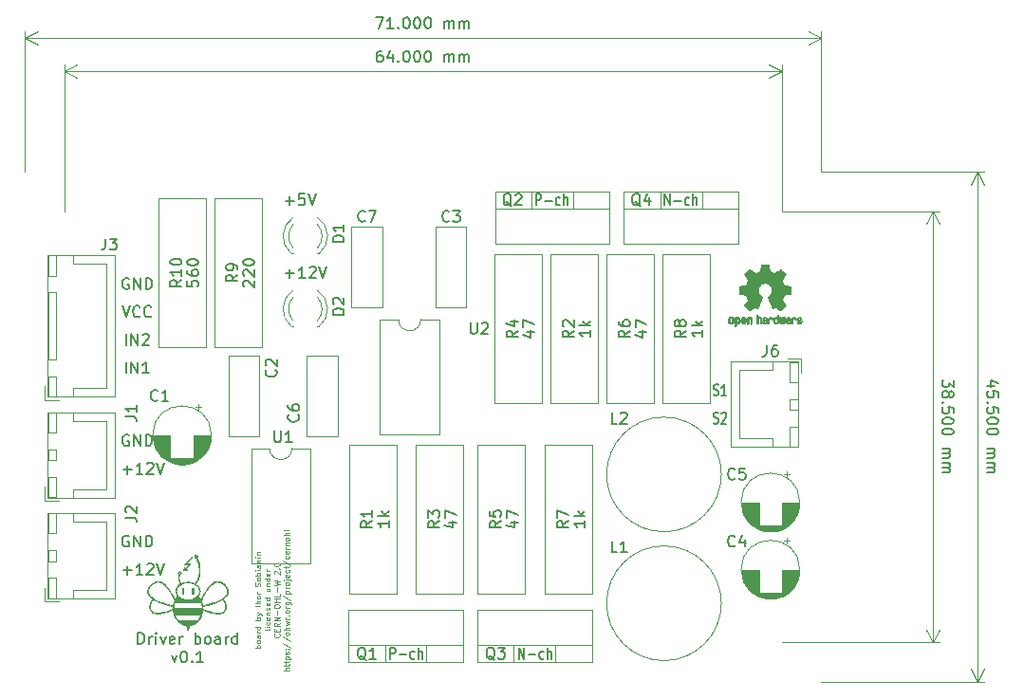
<source format=gbr>
G04 #@! TF.GenerationSoftware,KiCad,Pcbnew,5.1.10-88a1d61d58~90~ubuntu20.04.1*
G04 #@! TF.CreationDate,2022-01-16T22:24:50+00:00*
G04 #@! TF.ProjectId,driver,64726976-6572-42e6-9b69-6361645f7063,rev?*
G04 #@! TF.SameCoordinates,Original*
G04 #@! TF.FileFunction,Legend,Top*
G04 #@! TF.FilePolarity,Positive*
%FSLAX46Y46*%
G04 Gerber Fmt 4.6, Leading zero omitted, Abs format (unit mm)*
G04 Created by KiCad (PCBNEW 5.1.10-88a1d61d58~90~ubuntu20.04.1) date 2022-01-16 22:24:50*
%MOMM*%
%LPD*%
G01*
G04 APERTURE LIST*
%ADD10C,0.100000*%
%ADD11C,0.150000*%
%ADD12C,0.120000*%
%ADD13C,0.010000*%
G04 APERTURE END LIST*
D10*
X145001190Y-113481904D02*
X144501190Y-113481904D01*
X144691666Y-113481904D02*
X144667857Y-113434285D01*
X144667857Y-113339047D01*
X144691666Y-113291428D01*
X144715476Y-113267619D01*
X144763095Y-113243809D01*
X144905952Y-113243809D01*
X144953571Y-113267619D01*
X144977380Y-113291428D01*
X145001190Y-113339047D01*
X145001190Y-113434285D01*
X144977380Y-113481904D01*
X145001190Y-112958095D02*
X144977380Y-113005714D01*
X144953571Y-113029523D01*
X144905952Y-113053333D01*
X144763095Y-113053333D01*
X144715476Y-113029523D01*
X144691666Y-113005714D01*
X144667857Y-112958095D01*
X144667857Y-112886666D01*
X144691666Y-112839047D01*
X144715476Y-112815238D01*
X144763095Y-112791428D01*
X144905952Y-112791428D01*
X144953571Y-112815238D01*
X144977380Y-112839047D01*
X145001190Y-112886666D01*
X145001190Y-112958095D01*
X145001190Y-112362857D02*
X144739285Y-112362857D01*
X144691666Y-112386666D01*
X144667857Y-112434285D01*
X144667857Y-112529523D01*
X144691666Y-112577142D01*
X144977380Y-112362857D02*
X145001190Y-112410476D01*
X145001190Y-112529523D01*
X144977380Y-112577142D01*
X144929761Y-112600952D01*
X144882142Y-112600952D01*
X144834523Y-112577142D01*
X144810714Y-112529523D01*
X144810714Y-112410476D01*
X144786904Y-112362857D01*
X145001190Y-112124761D02*
X144667857Y-112124761D01*
X144763095Y-112124761D02*
X144715476Y-112100952D01*
X144691666Y-112077142D01*
X144667857Y-112029523D01*
X144667857Y-111981904D01*
X145001190Y-111600952D02*
X144501190Y-111600952D01*
X144977380Y-111600952D02*
X145001190Y-111648571D01*
X145001190Y-111743809D01*
X144977380Y-111791428D01*
X144953571Y-111815238D01*
X144905952Y-111839047D01*
X144763095Y-111839047D01*
X144715476Y-111815238D01*
X144691666Y-111791428D01*
X144667857Y-111743809D01*
X144667857Y-111648571D01*
X144691666Y-111600952D01*
X145001190Y-110981904D02*
X144501190Y-110981904D01*
X144691666Y-110981904D02*
X144667857Y-110934285D01*
X144667857Y-110839047D01*
X144691666Y-110791428D01*
X144715476Y-110767619D01*
X144763095Y-110743809D01*
X144905952Y-110743809D01*
X144953571Y-110767619D01*
X144977380Y-110791428D01*
X145001190Y-110839047D01*
X145001190Y-110934285D01*
X144977380Y-110981904D01*
X144667857Y-110577142D02*
X145001190Y-110458095D01*
X144667857Y-110339047D02*
X145001190Y-110458095D01*
X145120238Y-110505714D01*
X145144047Y-110529523D01*
X145167857Y-110577142D01*
X145001190Y-109767619D02*
X144501190Y-109767619D01*
X145001190Y-109529523D02*
X144501190Y-109529523D01*
X145001190Y-109315238D02*
X144739285Y-109315238D01*
X144691666Y-109339047D01*
X144667857Y-109386666D01*
X144667857Y-109458095D01*
X144691666Y-109505714D01*
X144715476Y-109529523D01*
X145001190Y-109005714D02*
X144977380Y-109053333D01*
X144953571Y-109077142D01*
X144905952Y-109100952D01*
X144763095Y-109100952D01*
X144715476Y-109077142D01*
X144691666Y-109053333D01*
X144667857Y-109005714D01*
X144667857Y-108934285D01*
X144691666Y-108886666D01*
X144715476Y-108862857D01*
X144763095Y-108839047D01*
X144905952Y-108839047D01*
X144953571Y-108862857D01*
X144977380Y-108886666D01*
X145001190Y-108934285D01*
X145001190Y-109005714D01*
X145001190Y-108624761D02*
X144667857Y-108624761D01*
X144763095Y-108624761D02*
X144715476Y-108600952D01*
X144691666Y-108577142D01*
X144667857Y-108529523D01*
X144667857Y-108481904D01*
X144977380Y-107958095D02*
X145001190Y-107886666D01*
X145001190Y-107767619D01*
X144977380Y-107720000D01*
X144953571Y-107696190D01*
X144905952Y-107672380D01*
X144858333Y-107672380D01*
X144810714Y-107696190D01*
X144786904Y-107720000D01*
X144763095Y-107767619D01*
X144739285Y-107862857D01*
X144715476Y-107910476D01*
X144691666Y-107934285D01*
X144644047Y-107958095D01*
X144596428Y-107958095D01*
X144548809Y-107934285D01*
X144525000Y-107910476D01*
X144501190Y-107862857D01*
X144501190Y-107743809D01*
X144525000Y-107672380D01*
X145001190Y-107386666D02*
X144977380Y-107434285D01*
X144953571Y-107458095D01*
X144905952Y-107481904D01*
X144763095Y-107481904D01*
X144715476Y-107458095D01*
X144691666Y-107434285D01*
X144667857Y-107386666D01*
X144667857Y-107315238D01*
X144691666Y-107267619D01*
X144715476Y-107243809D01*
X144763095Y-107220000D01*
X144905952Y-107220000D01*
X144953571Y-107243809D01*
X144977380Y-107267619D01*
X145001190Y-107315238D01*
X145001190Y-107386666D01*
X145001190Y-107005714D02*
X144501190Y-107005714D01*
X144691666Y-107005714D02*
X144667857Y-106958095D01*
X144667857Y-106862857D01*
X144691666Y-106815238D01*
X144715476Y-106791428D01*
X144763095Y-106767619D01*
X144905952Y-106767619D01*
X144953571Y-106791428D01*
X144977380Y-106815238D01*
X145001190Y-106862857D01*
X145001190Y-106958095D01*
X144977380Y-107005714D01*
X145001190Y-106553333D02*
X144667857Y-106553333D01*
X144501190Y-106553333D02*
X144525000Y-106577142D01*
X144548809Y-106553333D01*
X144525000Y-106529523D01*
X144501190Y-106553333D01*
X144548809Y-106553333D01*
X145001190Y-106100952D02*
X144739285Y-106100952D01*
X144691666Y-106124761D01*
X144667857Y-106172380D01*
X144667857Y-106267619D01*
X144691666Y-106315238D01*
X144977380Y-106100952D02*
X145001190Y-106148571D01*
X145001190Y-106267619D01*
X144977380Y-106315238D01*
X144929761Y-106339047D01*
X144882142Y-106339047D01*
X144834523Y-106315238D01*
X144810714Y-106267619D01*
X144810714Y-106148571D01*
X144786904Y-106100952D01*
X144667857Y-105862857D02*
X145001190Y-105862857D01*
X144715476Y-105862857D02*
X144691666Y-105839047D01*
X144667857Y-105791428D01*
X144667857Y-105720000D01*
X144691666Y-105672380D01*
X144739285Y-105648571D01*
X145001190Y-105648571D01*
X145001190Y-105410476D02*
X144667857Y-105410476D01*
X144501190Y-105410476D02*
X144525000Y-105434285D01*
X144548809Y-105410476D01*
X144525000Y-105386666D01*
X144501190Y-105410476D01*
X144548809Y-105410476D01*
X144667857Y-105172380D02*
X145001190Y-105172380D01*
X144715476Y-105172380D02*
X144691666Y-105148571D01*
X144667857Y-105100952D01*
X144667857Y-105029523D01*
X144691666Y-104981904D01*
X144739285Y-104958095D01*
X145001190Y-104958095D01*
X145851190Y-111815238D02*
X145827380Y-111862857D01*
X145779761Y-111886666D01*
X145351190Y-111886666D01*
X145851190Y-111624761D02*
X145517857Y-111624761D01*
X145351190Y-111624761D02*
X145375000Y-111648571D01*
X145398809Y-111624761D01*
X145375000Y-111600952D01*
X145351190Y-111624761D01*
X145398809Y-111624761D01*
X145827380Y-111172380D02*
X145851190Y-111220000D01*
X145851190Y-111315238D01*
X145827380Y-111362857D01*
X145803571Y-111386666D01*
X145755952Y-111410476D01*
X145613095Y-111410476D01*
X145565476Y-111386666D01*
X145541666Y-111362857D01*
X145517857Y-111315238D01*
X145517857Y-111220000D01*
X145541666Y-111172380D01*
X145827380Y-110767619D02*
X145851190Y-110815238D01*
X145851190Y-110910476D01*
X145827380Y-110958095D01*
X145779761Y-110981904D01*
X145589285Y-110981904D01*
X145541666Y-110958095D01*
X145517857Y-110910476D01*
X145517857Y-110815238D01*
X145541666Y-110767619D01*
X145589285Y-110743809D01*
X145636904Y-110743809D01*
X145684523Y-110981904D01*
X145517857Y-110529523D02*
X145851190Y-110529523D01*
X145565476Y-110529523D02*
X145541666Y-110505714D01*
X145517857Y-110458095D01*
X145517857Y-110386666D01*
X145541666Y-110339047D01*
X145589285Y-110315238D01*
X145851190Y-110315238D01*
X145827380Y-110100952D02*
X145851190Y-110053333D01*
X145851190Y-109958095D01*
X145827380Y-109910476D01*
X145779761Y-109886666D01*
X145755952Y-109886666D01*
X145708333Y-109910476D01*
X145684523Y-109958095D01*
X145684523Y-110029523D01*
X145660714Y-110077142D01*
X145613095Y-110100952D01*
X145589285Y-110100952D01*
X145541666Y-110077142D01*
X145517857Y-110029523D01*
X145517857Y-109958095D01*
X145541666Y-109910476D01*
X145827380Y-109481904D02*
X145851190Y-109529523D01*
X145851190Y-109624761D01*
X145827380Y-109672380D01*
X145779761Y-109696190D01*
X145589285Y-109696190D01*
X145541666Y-109672380D01*
X145517857Y-109624761D01*
X145517857Y-109529523D01*
X145541666Y-109481904D01*
X145589285Y-109458095D01*
X145636904Y-109458095D01*
X145684523Y-109696190D01*
X145851190Y-109029523D02*
X145351190Y-109029523D01*
X145827380Y-109029523D02*
X145851190Y-109077142D01*
X145851190Y-109172380D01*
X145827380Y-109220000D01*
X145803571Y-109243809D01*
X145755952Y-109267619D01*
X145613095Y-109267619D01*
X145565476Y-109243809D01*
X145541666Y-109220000D01*
X145517857Y-109172380D01*
X145517857Y-109077142D01*
X145541666Y-109029523D01*
X145517857Y-108196190D02*
X145851190Y-108196190D01*
X145517857Y-108410476D02*
X145779761Y-108410476D01*
X145827380Y-108386666D01*
X145851190Y-108339047D01*
X145851190Y-108267619D01*
X145827380Y-108220000D01*
X145803571Y-108196190D01*
X145517857Y-107958095D02*
X145851190Y-107958095D01*
X145565476Y-107958095D02*
X145541666Y-107934285D01*
X145517857Y-107886666D01*
X145517857Y-107815238D01*
X145541666Y-107767619D01*
X145589285Y-107743809D01*
X145851190Y-107743809D01*
X145851190Y-107291428D02*
X145351190Y-107291428D01*
X145827380Y-107291428D02*
X145851190Y-107339047D01*
X145851190Y-107434285D01*
X145827380Y-107481904D01*
X145803571Y-107505714D01*
X145755952Y-107529523D01*
X145613095Y-107529523D01*
X145565476Y-107505714D01*
X145541666Y-107481904D01*
X145517857Y-107434285D01*
X145517857Y-107339047D01*
X145541666Y-107291428D01*
X145827380Y-106862857D02*
X145851190Y-106910476D01*
X145851190Y-107005714D01*
X145827380Y-107053333D01*
X145779761Y-107077142D01*
X145589285Y-107077142D01*
X145541666Y-107053333D01*
X145517857Y-107005714D01*
X145517857Y-106910476D01*
X145541666Y-106862857D01*
X145589285Y-106839047D01*
X145636904Y-106839047D01*
X145684523Y-107077142D01*
X145851190Y-106624761D02*
X145517857Y-106624761D01*
X145613095Y-106624761D02*
X145565476Y-106600952D01*
X145541666Y-106577142D01*
X145517857Y-106529523D01*
X145517857Y-106481904D01*
X146653571Y-112220000D02*
X146677380Y-112243809D01*
X146701190Y-112315238D01*
X146701190Y-112362857D01*
X146677380Y-112434285D01*
X146629761Y-112481904D01*
X146582142Y-112505714D01*
X146486904Y-112529523D01*
X146415476Y-112529523D01*
X146320238Y-112505714D01*
X146272619Y-112481904D01*
X146225000Y-112434285D01*
X146201190Y-112362857D01*
X146201190Y-112315238D01*
X146225000Y-112243809D01*
X146248809Y-112220000D01*
X146439285Y-112005714D02*
X146439285Y-111839047D01*
X146701190Y-111767619D02*
X146701190Y-112005714D01*
X146201190Y-112005714D01*
X146201190Y-111767619D01*
X146701190Y-111267619D02*
X146463095Y-111434285D01*
X146701190Y-111553333D02*
X146201190Y-111553333D01*
X146201190Y-111362857D01*
X146225000Y-111315238D01*
X146248809Y-111291428D01*
X146296428Y-111267619D01*
X146367857Y-111267619D01*
X146415476Y-111291428D01*
X146439285Y-111315238D01*
X146463095Y-111362857D01*
X146463095Y-111553333D01*
X146701190Y-111053333D02*
X146201190Y-111053333D01*
X146701190Y-110767619D01*
X146201190Y-110767619D01*
X146510714Y-110529523D02*
X146510714Y-110148571D01*
X146201190Y-109815238D02*
X146201190Y-109720000D01*
X146225000Y-109672380D01*
X146272619Y-109624761D01*
X146367857Y-109600952D01*
X146534523Y-109600952D01*
X146629761Y-109624761D01*
X146677380Y-109672380D01*
X146701190Y-109720000D01*
X146701190Y-109815238D01*
X146677380Y-109862857D01*
X146629761Y-109910476D01*
X146534523Y-109934285D01*
X146367857Y-109934285D01*
X146272619Y-109910476D01*
X146225000Y-109862857D01*
X146201190Y-109815238D01*
X146701190Y-109386666D02*
X146201190Y-109386666D01*
X146439285Y-109386666D02*
X146439285Y-109100952D01*
X146701190Y-109100952D02*
X146201190Y-109100952D01*
X146701190Y-108624761D02*
X146701190Y-108862857D01*
X146201190Y-108862857D01*
X146510714Y-108458095D02*
X146510714Y-108077142D01*
X146201190Y-107886666D02*
X146701190Y-107767619D01*
X146344047Y-107672380D01*
X146701190Y-107577142D01*
X146201190Y-107458095D01*
X146248809Y-106910476D02*
X146225000Y-106886666D01*
X146201190Y-106839047D01*
X146201190Y-106720000D01*
X146225000Y-106672380D01*
X146248809Y-106648571D01*
X146296428Y-106624761D01*
X146344047Y-106624761D01*
X146415476Y-106648571D01*
X146701190Y-106934285D01*
X146701190Y-106624761D01*
X146653571Y-106410476D02*
X146677380Y-106386666D01*
X146701190Y-106410476D01*
X146677380Y-106434285D01*
X146653571Y-106410476D01*
X146701190Y-106410476D01*
X146201190Y-106077142D02*
X146201190Y-106029523D01*
X146225000Y-105981904D01*
X146248809Y-105958095D01*
X146296428Y-105934285D01*
X146391666Y-105910476D01*
X146510714Y-105910476D01*
X146605952Y-105934285D01*
X146653571Y-105958095D01*
X146677380Y-105981904D01*
X146701190Y-106029523D01*
X146701190Y-106077142D01*
X146677380Y-106124761D01*
X146653571Y-106148571D01*
X146605952Y-106172380D01*
X146510714Y-106196190D01*
X146391666Y-106196190D01*
X146296428Y-106172380D01*
X146248809Y-106148571D01*
X146225000Y-106124761D01*
X146201190Y-106077142D01*
X147551190Y-115493809D02*
X147051190Y-115493809D01*
X147551190Y-115279523D02*
X147289285Y-115279523D01*
X147241666Y-115303333D01*
X147217857Y-115350952D01*
X147217857Y-115422380D01*
X147241666Y-115470000D01*
X147265476Y-115493809D01*
X147217857Y-115112857D02*
X147217857Y-114922380D01*
X147051190Y-115041428D02*
X147479761Y-115041428D01*
X147527380Y-115017619D01*
X147551190Y-114970000D01*
X147551190Y-114922380D01*
X147217857Y-114827142D02*
X147217857Y-114636666D01*
X147051190Y-114755714D02*
X147479761Y-114755714D01*
X147527380Y-114731904D01*
X147551190Y-114684285D01*
X147551190Y-114636666D01*
X147217857Y-114470000D02*
X147717857Y-114470000D01*
X147241666Y-114470000D02*
X147217857Y-114422380D01*
X147217857Y-114327142D01*
X147241666Y-114279523D01*
X147265476Y-114255714D01*
X147313095Y-114231904D01*
X147455952Y-114231904D01*
X147503571Y-114255714D01*
X147527380Y-114279523D01*
X147551190Y-114327142D01*
X147551190Y-114422380D01*
X147527380Y-114470000D01*
X147527380Y-114041428D02*
X147551190Y-113993809D01*
X147551190Y-113898571D01*
X147527380Y-113850952D01*
X147479761Y-113827142D01*
X147455952Y-113827142D01*
X147408333Y-113850952D01*
X147384523Y-113898571D01*
X147384523Y-113970000D01*
X147360714Y-114017619D01*
X147313095Y-114041428D01*
X147289285Y-114041428D01*
X147241666Y-114017619D01*
X147217857Y-113970000D01*
X147217857Y-113898571D01*
X147241666Y-113850952D01*
X147503571Y-113612857D02*
X147527380Y-113589047D01*
X147551190Y-113612857D01*
X147527380Y-113636666D01*
X147503571Y-113612857D01*
X147551190Y-113612857D01*
X147241666Y-113612857D02*
X147265476Y-113589047D01*
X147289285Y-113612857D01*
X147265476Y-113636666D01*
X147241666Y-113612857D01*
X147289285Y-113612857D01*
X147027380Y-113017619D02*
X147670238Y-113446190D01*
X147027380Y-112493809D02*
X147670238Y-112922380D01*
X147551190Y-112255714D02*
X147527380Y-112303333D01*
X147503571Y-112327142D01*
X147455952Y-112350952D01*
X147313095Y-112350952D01*
X147265476Y-112327142D01*
X147241666Y-112303333D01*
X147217857Y-112255714D01*
X147217857Y-112184285D01*
X147241666Y-112136666D01*
X147265476Y-112112857D01*
X147313095Y-112089047D01*
X147455952Y-112089047D01*
X147503571Y-112112857D01*
X147527380Y-112136666D01*
X147551190Y-112184285D01*
X147551190Y-112255714D01*
X147551190Y-111874761D02*
X147051190Y-111874761D01*
X147551190Y-111660476D02*
X147289285Y-111660476D01*
X147241666Y-111684285D01*
X147217857Y-111731904D01*
X147217857Y-111803333D01*
X147241666Y-111850952D01*
X147265476Y-111874761D01*
X147217857Y-111470000D02*
X147551190Y-111374761D01*
X147313095Y-111279523D01*
X147551190Y-111184285D01*
X147217857Y-111089047D01*
X147551190Y-110898571D02*
X147217857Y-110898571D01*
X147313095Y-110898571D02*
X147265476Y-110874761D01*
X147241666Y-110850952D01*
X147217857Y-110803333D01*
X147217857Y-110755714D01*
X147503571Y-110589047D02*
X147527380Y-110565238D01*
X147551190Y-110589047D01*
X147527380Y-110612857D01*
X147503571Y-110589047D01*
X147551190Y-110589047D01*
X147551190Y-110279523D02*
X147527380Y-110327142D01*
X147503571Y-110350952D01*
X147455952Y-110374761D01*
X147313095Y-110374761D01*
X147265476Y-110350952D01*
X147241666Y-110327142D01*
X147217857Y-110279523D01*
X147217857Y-110208095D01*
X147241666Y-110160476D01*
X147265476Y-110136666D01*
X147313095Y-110112857D01*
X147455952Y-110112857D01*
X147503571Y-110136666D01*
X147527380Y-110160476D01*
X147551190Y-110208095D01*
X147551190Y-110279523D01*
X147551190Y-109898571D02*
X147217857Y-109898571D01*
X147313095Y-109898571D02*
X147265476Y-109874761D01*
X147241666Y-109850952D01*
X147217857Y-109803333D01*
X147217857Y-109755714D01*
X147217857Y-109374761D02*
X147622619Y-109374761D01*
X147670238Y-109398571D01*
X147694047Y-109422380D01*
X147717857Y-109470000D01*
X147717857Y-109541428D01*
X147694047Y-109589047D01*
X147527380Y-109374761D02*
X147551190Y-109422380D01*
X147551190Y-109517619D01*
X147527380Y-109565238D01*
X147503571Y-109589047D01*
X147455952Y-109612857D01*
X147313095Y-109612857D01*
X147265476Y-109589047D01*
X147241666Y-109565238D01*
X147217857Y-109517619D01*
X147217857Y-109422380D01*
X147241666Y-109374761D01*
X147027380Y-108779523D02*
X147670238Y-109208095D01*
X147217857Y-108612857D02*
X147717857Y-108612857D01*
X147241666Y-108612857D02*
X147217857Y-108565238D01*
X147217857Y-108470000D01*
X147241666Y-108422380D01*
X147265476Y-108398571D01*
X147313095Y-108374761D01*
X147455952Y-108374761D01*
X147503571Y-108398571D01*
X147527380Y-108422380D01*
X147551190Y-108470000D01*
X147551190Y-108565238D01*
X147527380Y-108612857D01*
X147551190Y-108160476D02*
X147217857Y-108160476D01*
X147313095Y-108160476D02*
X147265476Y-108136666D01*
X147241666Y-108112857D01*
X147217857Y-108065238D01*
X147217857Y-108017619D01*
X147551190Y-107779523D02*
X147527380Y-107827142D01*
X147503571Y-107850952D01*
X147455952Y-107874761D01*
X147313095Y-107874761D01*
X147265476Y-107850952D01*
X147241666Y-107827142D01*
X147217857Y-107779523D01*
X147217857Y-107708095D01*
X147241666Y-107660476D01*
X147265476Y-107636666D01*
X147313095Y-107612857D01*
X147455952Y-107612857D01*
X147503571Y-107636666D01*
X147527380Y-107660476D01*
X147551190Y-107708095D01*
X147551190Y-107779523D01*
X147217857Y-107398571D02*
X147646428Y-107398571D01*
X147694047Y-107422380D01*
X147717857Y-107470000D01*
X147717857Y-107493809D01*
X147051190Y-107398571D02*
X147075000Y-107422380D01*
X147098809Y-107398571D01*
X147075000Y-107374761D01*
X147051190Y-107398571D01*
X147098809Y-107398571D01*
X147527380Y-106970000D02*
X147551190Y-107017619D01*
X147551190Y-107112857D01*
X147527380Y-107160476D01*
X147479761Y-107184285D01*
X147289285Y-107184285D01*
X147241666Y-107160476D01*
X147217857Y-107112857D01*
X147217857Y-107017619D01*
X147241666Y-106970000D01*
X147289285Y-106946190D01*
X147336904Y-106946190D01*
X147384523Y-107184285D01*
X147527380Y-106517619D02*
X147551190Y-106565238D01*
X147551190Y-106660476D01*
X147527380Y-106708095D01*
X147503571Y-106731904D01*
X147455952Y-106755714D01*
X147313095Y-106755714D01*
X147265476Y-106731904D01*
X147241666Y-106708095D01*
X147217857Y-106660476D01*
X147217857Y-106565238D01*
X147241666Y-106517619D01*
X147217857Y-106374761D02*
X147217857Y-106184285D01*
X147051190Y-106303333D02*
X147479761Y-106303333D01*
X147527380Y-106279523D01*
X147551190Y-106231904D01*
X147551190Y-106184285D01*
X147027380Y-105660476D02*
X147670238Y-106089047D01*
X147527380Y-105279523D02*
X147551190Y-105327142D01*
X147551190Y-105422380D01*
X147527380Y-105470000D01*
X147503571Y-105493809D01*
X147455952Y-105517619D01*
X147313095Y-105517619D01*
X147265476Y-105493809D01*
X147241666Y-105470000D01*
X147217857Y-105422380D01*
X147217857Y-105327142D01*
X147241666Y-105279523D01*
X147527380Y-104874761D02*
X147551190Y-104922380D01*
X147551190Y-105017619D01*
X147527380Y-105065238D01*
X147479761Y-105089047D01*
X147289285Y-105089047D01*
X147241666Y-105065238D01*
X147217857Y-105017619D01*
X147217857Y-104922380D01*
X147241666Y-104874761D01*
X147289285Y-104850952D01*
X147336904Y-104850952D01*
X147384523Y-105089047D01*
X147551190Y-104636666D02*
X147217857Y-104636666D01*
X147313095Y-104636666D02*
X147265476Y-104612857D01*
X147241666Y-104589047D01*
X147217857Y-104541428D01*
X147217857Y-104493809D01*
X147217857Y-104327142D02*
X147551190Y-104327142D01*
X147265476Y-104327142D02*
X147241666Y-104303333D01*
X147217857Y-104255714D01*
X147217857Y-104184285D01*
X147241666Y-104136666D01*
X147289285Y-104112857D01*
X147551190Y-104112857D01*
X147551190Y-103803333D02*
X147527380Y-103850952D01*
X147503571Y-103874761D01*
X147455952Y-103898571D01*
X147313095Y-103898571D01*
X147265476Y-103874761D01*
X147241666Y-103850952D01*
X147217857Y-103803333D01*
X147217857Y-103731904D01*
X147241666Y-103684285D01*
X147265476Y-103660476D01*
X147313095Y-103636666D01*
X147455952Y-103636666D01*
X147503571Y-103660476D01*
X147527380Y-103684285D01*
X147551190Y-103731904D01*
X147551190Y-103803333D01*
X147551190Y-103422380D02*
X147051190Y-103422380D01*
X147551190Y-103208095D02*
X147289285Y-103208095D01*
X147241666Y-103231904D01*
X147217857Y-103279523D01*
X147217857Y-103350952D01*
X147241666Y-103398571D01*
X147265476Y-103422380D01*
X147551190Y-102898571D02*
X147527380Y-102946190D01*
X147479761Y-102970000D01*
X147051190Y-102970000D01*
D11*
X132738095Y-106571428D02*
X133500000Y-106571428D01*
X133119047Y-106952380D02*
X133119047Y-106190476D01*
X134500000Y-106952380D02*
X133928571Y-106952380D01*
X134214285Y-106952380D02*
X134214285Y-105952380D01*
X134119047Y-106095238D01*
X134023809Y-106190476D01*
X133928571Y-106238095D01*
X134880952Y-106047619D02*
X134928571Y-106000000D01*
X135023809Y-105952380D01*
X135261904Y-105952380D01*
X135357142Y-106000000D01*
X135404761Y-106047619D01*
X135452380Y-106142857D01*
X135452380Y-106238095D01*
X135404761Y-106380952D01*
X134833333Y-106952380D01*
X135452380Y-106952380D01*
X135738095Y-105952380D02*
X136071428Y-106952380D01*
X136404761Y-105952380D01*
X133238095Y-103500000D02*
X133142857Y-103452380D01*
X133000000Y-103452380D01*
X132857142Y-103500000D01*
X132761904Y-103595238D01*
X132714285Y-103690476D01*
X132666666Y-103880952D01*
X132666666Y-104023809D01*
X132714285Y-104214285D01*
X132761904Y-104309523D01*
X132857142Y-104404761D01*
X133000000Y-104452380D01*
X133095238Y-104452380D01*
X133238095Y-104404761D01*
X133285714Y-104357142D01*
X133285714Y-104023809D01*
X133095238Y-104023809D01*
X133714285Y-104452380D02*
X133714285Y-103452380D01*
X134285714Y-104452380D01*
X134285714Y-103452380D01*
X134761904Y-104452380D02*
X134761904Y-103452380D01*
X135000000Y-103452380D01*
X135142857Y-103500000D01*
X135238095Y-103595238D01*
X135285714Y-103690476D01*
X135333333Y-103880952D01*
X135333333Y-104023809D01*
X135285714Y-104214285D01*
X135238095Y-104309523D01*
X135142857Y-104404761D01*
X135000000Y-104452380D01*
X134761904Y-104452380D01*
X134071428Y-113127380D02*
X134071428Y-112127380D01*
X134309523Y-112127380D01*
X134452380Y-112175000D01*
X134547619Y-112270238D01*
X134595238Y-112365476D01*
X134642857Y-112555952D01*
X134642857Y-112698809D01*
X134595238Y-112889285D01*
X134547619Y-112984523D01*
X134452380Y-113079761D01*
X134309523Y-113127380D01*
X134071428Y-113127380D01*
X135071428Y-113127380D02*
X135071428Y-112460714D01*
X135071428Y-112651190D02*
X135119047Y-112555952D01*
X135166666Y-112508333D01*
X135261904Y-112460714D01*
X135357142Y-112460714D01*
X135690476Y-113127380D02*
X135690476Y-112460714D01*
X135690476Y-112127380D02*
X135642857Y-112175000D01*
X135690476Y-112222619D01*
X135738095Y-112175000D01*
X135690476Y-112127380D01*
X135690476Y-112222619D01*
X136071428Y-112460714D02*
X136309523Y-113127380D01*
X136547619Y-112460714D01*
X137309523Y-113079761D02*
X137214285Y-113127380D01*
X137023809Y-113127380D01*
X136928571Y-113079761D01*
X136880952Y-112984523D01*
X136880952Y-112603571D01*
X136928571Y-112508333D01*
X137023809Y-112460714D01*
X137214285Y-112460714D01*
X137309523Y-112508333D01*
X137357142Y-112603571D01*
X137357142Y-112698809D01*
X136880952Y-112794047D01*
X137785714Y-113127380D02*
X137785714Y-112460714D01*
X137785714Y-112651190D02*
X137833333Y-112555952D01*
X137880952Y-112508333D01*
X137976190Y-112460714D01*
X138071428Y-112460714D01*
X139166666Y-113127380D02*
X139166666Y-112127380D01*
X139166666Y-112508333D02*
X139261904Y-112460714D01*
X139452380Y-112460714D01*
X139547619Y-112508333D01*
X139595238Y-112555952D01*
X139642857Y-112651190D01*
X139642857Y-112936904D01*
X139595238Y-113032142D01*
X139547619Y-113079761D01*
X139452380Y-113127380D01*
X139261904Y-113127380D01*
X139166666Y-113079761D01*
X140214285Y-113127380D02*
X140119047Y-113079761D01*
X140071428Y-113032142D01*
X140023809Y-112936904D01*
X140023809Y-112651190D01*
X140071428Y-112555952D01*
X140119047Y-112508333D01*
X140214285Y-112460714D01*
X140357142Y-112460714D01*
X140452380Y-112508333D01*
X140500000Y-112555952D01*
X140547619Y-112651190D01*
X140547619Y-112936904D01*
X140500000Y-113032142D01*
X140452380Y-113079761D01*
X140357142Y-113127380D01*
X140214285Y-113127380D01*
X141404761Y-113127380D02*
X141404761Y-112603571D01*
X141357142Y-112508333D01*
X141261904Y-112460714D01*
X141071428Y-112460714D01*
X140976190Y-112508333D01*
X141404761Y-113079761D02*
X141309523Y-113127380D01*
X141071428Y-113127380D01*
X140976190Y-113079761D01*
X140928571Y-112984523D01*
X140928571Y-112889285D01*
X140976190Y-112794047D01*
X141071428Y-112746428D01*
X141309523Y-112746428D01*
X141404761Y-112698809D01*
X141880952Y-113127380D02*
X141880952Y-112460714D01*
X141880952Y-112651190D02*
X141928571Y-112555952D01*
X141976190Y-112508333D01*
X142071428Y-112460714D01*
X142166666Y-112460714D01*
X142928571Y-113127380D02*
X142928571Y-112127380D01*
X142928571Y-113079761D02*
X142833333Y-113127380D01*
X142642857Y-113127380D01*
X142547619Y-113079761D01*
X142500000Y-113032142D01*
X142452380Y-112936904D01*
X142452380Y-112651190D01*
X142500000Y-112555952D01*
X142547619Y-112508333D01*
X142642857Y-112460714D01*
X142833333Y-112460714D01*
X142928571Y-112508333D01*
X137071428Y-114110714D02*
X137309523Y-114777380D01*
X137547619Y-114110714D01*
X138119047Y-113777380D02*
X138214285Y-113777380D01*
X138309523Y-113825000D01*
X138357142Y-113872619D01*
X138404761Y-113967857D01*
X138452380Y-114158333D01*
X138452380Y-114396428D01*
X138404761Y-114586904D01*
X138357142Y-114682142D01*
X138309523Y-114729761D01*
X138214285Y-114777380D01*
X138119047Y-114777380D01*
X138023809Y-114729761D01*
X137976190Y-114682142D01*
X137928571Y-114586904D01*
X137880952Y-114396428D01*
X137880952Y-114158333D01*
X137928571Y-113967857D01*
X137976190Y-113872619D01*
X138023809Y-113825000D01*
X138119047Y-113777380D01*
X138880952Y-114682142D02*
X138928571Y-114729761D01*
X138880952Y-114777380D01*
X138833333Y-114729761D01*
X138880952Y-114682142D01*
X138880952Y-114777380D01*
X139880952Y-114777380D02*
X139309523Y-114777380D01*
X139595238Y-114777380D02*
X139595238Y-113777380D01*
X139500000Y-113920238D01*
X139404761Y-114015476D01*
X139309523Y-114063095D01*
X138452380Y-80714285D02*
X138452380Y-81190476D01*
X138928571Y-81238095D01*
X138880952Y-81190476D01*
X138833333Y-81095238D01*
X138833333Y-80857142D01*
X138880952Y-80761904D01*
X138928571Y-80714285D01*
X139023809Y-80666666D01*
X139261904Y-80666666D01*
X139357142Y-80714285D01*
X139404761Y-80761904D01*
X139452380Y-80857142D01*
X139452380Y-81095238D01*
X139404761Y-81190476D01*
X139357142Y-81238095D01*
X138452380Y-79809523D02*
X138452380Y-80000000D01*
X138500000Y-80095238D01*
X138547619Y-80142857D01*
X138690476Y-80238095D01*
X138880952Y-80285714D01*
X139261904Y-80285714D01*
X139357142Y-80238095D01*
X139404761Y-80190476D01*
X139452380Y-80095238D01*
X139452380Y-79904761D01*
X139404761Y-79809523D01*
X139357142Y-79761904D01*
X139261904Y-79714285D01*
X139023809Y-79714285D01*
X138928571Y-79761904D01*
X138880952Y-79809523D01*
X138833333Y-79904761D01*
X138833333Y-80095238D01*
X138880952Y-80190476D01*
X138928571Y-80238095D01*
X139023809Y-80285714D01*
X138452380Y-79095238D02*
X138452380Y-79000000D01*
X138500000Y-78904761D01*
X138547619Y-78857142D01*
X138642857Y-78809523D01*
X138833333Y-78761904D01*
X139071428Y-78761904D01*
X139261904Y-78809523D01*
X139357142Y-78857142D01*
X139404761Y-78904761D01*
X139452380Y-79000000D01*
X139452380Y-79095238D01*
X139404761Y-79190476D01*
X139357142Y-79238095D01*
X139261904Y-79285714D01*
X139071428Y-79333333D01*
X138833333Y-79333333D01*
X138642857Y-79285714D01*
X138547619Y-79238095D01*
X138500000Y-79190476D01*
X138452380Y-79095238D01*
X143547619Y-81238095D02*
X143500000Y-81190476D01*
X143452380Y-81095238D01*
X143452380Y-80857142D01*
X143500000Y-80761904D01*
X143547619Y-80714285D01*
X143642857Y-80666666D01*
X143738095Y-80666666D01*
X143880952Y-80714285D01*
X144452380Y-81285714D01*
X144452380Y-80666666D01*
X143547619Y-80285714D02*
X143500000Y-80238095D01*
X143452380Y-80142857D01*
X143452380Y-79904761D01*
X143500000Y-79809523D01*
X143547619Y-79761904D01*
X143642857Y-79714285D01*
X143738095Y-79714285D01*
X143880952Y-79761904D01*
X144452380Y-80333333D01*
X144452380Y-79714285D01*
X143452380Y-79095238D02*
X143452380Y-79000000D01*
X143500000Y-78904761D01*
X143547619Y-78857142D01*
X143642857Y-78809523D01*
X143833333Y-78761904D01*
X144071428Y-78761904D01*
X144261904Y-78809523D01*
X144357142Y-78857142D01*
X144404761Y-78904761D01*
X144452380Y-79000000D01*
X144452380Y-79095238D01*
X144404761Y-79190476D01*
X144357142Y-79238095D01*
X144261904Y-79285714D01*
X144071428Y-79333333D01*
X143833333Y-79333333D01*
X143642857Y-79285714D01*
X143547619Y-79238095D01*
X143500000Y-79190476D01*
X143452380Y-79095238D01*
X167285714Y-102285714D02*
X167952380Y-102285714D01*
X166904761Y-102523809D02*
X167619047Y-102761904D01*
X167619047Y-102142857D01*
X166952380Y-101857142D02*
X166952380Y-101190476D01*
X167952380Y-101619047D01*
X173952380Y-102119047D02*
X173952380Y-102690476D01*
X173952380Y-102404761D02*
X172952380Y-102404761D01*
X173095238Y-102500000D01*
X173190476Y-102595238D01*
X173238095Y-102690476D01*
X173952380Y-101690476D02*
X172952380Y-101690476D01*
X173571428Y-101595238D02*
X173952380Y-101309523D01*
X173285714Y-101309523D02*
X173666666Y-101690476D01*
X161785714Y-102285714D02*
X162452380Y-102285714D01*
X161404761Y-102523809D02*
X162119047Y-102761904D01*
X162119047Y-102142857D01*
X161452380Y-101857142D02*
X161452380Y-101190476D01*
X162452380Y-101619047D01*
X156452380Y-102119047D02*
X156452380Y-102690476D01*
X156452380Y-102404761D02*
X155452380Y-102404761D01*
X155595238Y-102500000D01*
X155690476Y-102595238D01*
X155738095Y-102690476D01*
X156452380Y-101690476D02*
X155452380Y-101690476D01*
X156071428Y-101595238D02*
X156452380Y-101309523D01*
X155785714Y-101309523D02*
X156166666Y-101690476D01*
X184452380Y-85119047D02*
X184452380Y-85690476D01*
X184452380Y-85404761D02*
X183452380Y-85404761D01*
X183595238Y-85500000D01*
X183690476Y-85595238D01*
X183738095Y-85690476D01*
X184452380Y-84690476D02*
X183452380Y-84690476D01*
X184071428Y-84595238D02*
X184452380Y-84309523D01*
X183785714Y-84309523D02*
X184166666Y-84690476D01*
X174452380Y-85119047D02*
X174452380Y-85690476D01*
X174452380Y-85404761D02*
X173452380Y-85404761D01*
X173595238Y-85500000D01*
X173690476Y-85595238D01*
X173738095Y-85690476D01*
X174452380Y-84690476D02*
X173452380Y-84690476D01*
X174071428Y-84595238D02*
X174452380Y-84309523D01*
X173785714Y-84309523D02*
X174166666Y-84690476D01*
X178785714Y-85285714D02*
X179452380Y-85285714D01*
X178404761Y-85523809D02*
X179119047Y-85761904D01*
X179119047Y-85142857D01*
X178452380Y-84857142D02*
X178452380Y-84190476D01*
X179452380Y-84619047D01*
X168785714Y-85285714D02*
X169452380Y-85285714D01*
X168404761Y-85523809D02*
X169119047Y-85761904D01*
X169119047Y-85142857D01*
X168452380Y-84857142D02*
X168452380Y-84190476D01*
X169452380Y-84619047D01*
X169590476Y-73952380D02*
X169590476Y-72952380D01*
X169895238Y-72952380D01*
X169971428Y-73000000D01*
X170009523Y-73047619D01*
X170047619Y-73142857D01*
X170047619Y-73285714D01*
X170009523Y-73380952D01*
X169971428Y-73428571D01*
X169895238Y-73476190D01*
X169590476Y-73476190D01*
X170390476Y-73571428D02*
X171000000Y-73571428D01*
X171723809Y-73904761D02*
X171647619Y-73952380D01*
X171495238Y-73952380D01*
X171419047Y-73904761D01*
X171380952Y-73857142D01*
X171342857Y-73761904D01*
X171342857Y-73476190D01*
X171380952Y-73380952D01*
X171419047Y-73333333D01*
X171495238Y-73285714D01*
X171647619Y-73285714D01*
X171723809Y-73333333D01*
X172066666Y-73952380D02*
X172066666Y-72952380D01*
X172409523Y-73952380D02*
X172409523Y-73428571D01*
X172371428Y-73333333D01*
X172295238Y-73285714D01*
X172180952Y-73285714D01*
X172104761Y-73333333D01*
X172066666Y-73380952D01*
X181071428Y-73952380D02*
X181071428Y-72952380D01*
X181528571Y-73952380D01*
X181528571Y-72952380D01*
X181909523Y-73571428D02*
X182519047Y-73571428D01*
X183242857Y-73904761D02*
X183166666Y-73952380D01*
X183014285Y-73952380D01*
X182938095Y-73904761D01*
X182900000Y-73857142D01*
X182861904Y-73761904D01*
X182861904Y-73476190D01*
X182900000Y-73380952D01*
X182938095Y-73333333D01*
X183014285Y-73285714D01*
X183166666Y-73285714D01*
X183242857Y-73333333D01*
X183585714Y-73952380D02*
X183585714Y-72952380D01*
X183928571Y-73952380D02*
X183928571Y-73428571D01*
X183890476Y-73333333D01*
X183814285Y-73285714D01*
X183700000Y-73285714D01*
X183623809Y-73333333D01*
X183585714Y-73380952D01*
X168071428Y-114452380D02*
X168071428Y-113452380D01*
X168528571Y-114452380D01*
X168528571Y-113452380D01*
X168909523Y-114071428D02*
X169519047Y-114071428D01*
X170242857Y-114404761D02*
X170166666Y-114452380D01*
X170014285Y-114452380D01*
X169938095Y-114404761D01*
X169900000Y-114357142D01*
X169861904Y-114261904D01*
X169861904Y-113976190D01*
X169900000Y-113880952D01*
X169938095Y-113833333D01*
X170014285Y-113785714D01*
X170166666Y-113785714D01*
X170242857Y-113833333D01*
X170585714Y-114452380D02*
X170585714Y-113452380D01*
X170928571Y-114452380D02*
X170928571Y-113928571D01*
X170890476Y-113833333D01*
X170814285Y-113785714D01*
X170700000Y-113785714D01*
X170623809Y-113833333D01*
X170585714Y-113880952D01*
X156590476Y-114452380D02*
X156590476Y-113452380D01*
X156895238Y-113452380D01*
X156971428Y-113500000D01*
X157009523Y-113547619D01*
X157047619Y-113642857D01*
X157047619Y-113785714D01*
X157009523Y-113880952D01*
X156971428Y-113928571D01*
X156895238Y-113976190D01*
X156590476Y-113976190D01*
X157390476Y-114071428D02*
X158000000Y-114071428D01*
X158723809Y-114404761D02*
X158647619Y-114452380D01*
X158495238Y-114452380D01*
X158419047Y-114404761D01*
X158380952Y-114357142D01*
X158342857Y-114261904D01*
X158342857Y-113976190D01*
X158380952Y-113880952D01*
X158419047Y-113833333D01*
X158495238Y-113785714D01*
X158647619Y-113785714D01*
X158723809Y-113833333D01*
X159066666Y-114452380D02*
X159066666Y-113452380D01*
X159409523Y-114452380D02*
X159409523Y-113928571D01*
X159371428Y-113833333D01*
X159295238Y-113785714D01*
X159180952Y-113785714D01*
X159104761Y-113833333D01*
X159066666Y-113880952D01*
X133238095Y-94500000D02*
X133142857Y-94452380D01*
X133000000Y-94452380D01*
X132857142Y-94500000D01*
X132761904Y-94595238D01*
X132714285Y-94690476D01*
X132666666Y-94880952D01*
X132666666Y-95023809D01*
X132714285Y-95214285D01*
X132761904Y-95309523D01*
X132857142Y-95404761D01*
X133000000Y-95452380D01*
X133095238Y-95452380D01*
X133238095Y-95404761D01*
X133285714Y-95357142D01*
X133285714Y-95023809D01*
X133095238Y-95023809D01*
X133714285Y-95452380D02*
X133714285Y-94452380D01*
X134285714Y-95452380D01*
X134285714Y-94452380D01*
X134761904Y-95452380D02*
X134761904Y-94452380D01*
X135000000Y-94452380D01*
X135142857Y-94500000D01*
X135238095Y-94595238D01*
X135285714Y-94690476D01*
X135333333Y-94880952D01*
X135333333Y-95023809D01*
X135285714Y-95214285D01*
X135238095Y-95309523D01*
X135142857Y-95404761D01*
X135000000Y-95452380D01*
X134761904Y-95452380D01*
X132738095Y-97571428D02*
X133500000Y-97571428D01*
X133119047Y-97952380D02*
X133119047Y-97190476D01*
X134500000Y-97952380D02*
X133928571Y-97952380D01*
X134214285Y-97952380D02*
X134214285Y-96952380D01*
X134119047Y-97095238D01*
X134023809Y-97190476D01*
X133928571Y-97238095D01*
X134880952Y-97047619D02*
X134928571Y-97000000D01*
X135023809Y-96952380D01*
X135261904Y-96952380D01*
X135357142Y-97000000D01*
X135404761Y-97047619D01*
X135452380Y-97142857D01*
X135452380Y-97238095D01*
X135404761Y-97380952D01*
X134833333Y-97952380D01*
X135452380Y-97952380D01*
X135738095Y-96952380D02*
X136071428Y-97952380D01*
X136404761Y-96952380D01*
X206817619Y-89559523D02*
X206817619Y-90178571D01*
X206436666Y-89845238D01*
X206436666Y-89988095D01*
X206389047Y-90083333D01*
X206341428Y-90130952D01*
X206246190Y-90178571D01*
X206008095Y-90178571D01*
X205912857Y-90130952D01*
X205865238Y-90083333D01*
X205817619Y-89988095D01*
X205817619Y-89702380D01*
X205865238Y-89607142D01*
X205912857Y-89559523D01*
X206389047Y-90750000D02*
X206436666Y-90654761D01*
X206484285Y-90607142D01*
X206579523Y-90559523D01*
X206627142Y-90559523D01*
X206722380Y-90607142D01*
X206770000Y-90654761D01*
X206817619Y-90750000D01*
X206817619Y-90940476D01*
X206770000Y-91035714D01*
X206722380Y-91083333D01*
X206627142Y-91130952D01*
X206579523Y-91130952D01*
X206484285Y-91083333D01*
X206436666Y-91035714D01*
X206389047Y-90940476D01*
X206389047Y-90750000D01*
X206341428Y-90654761D01*
X206293809Y-90607142D01*
X206198571Y-90559523D01*
X206008095Y-90559523D01*
X205912857Y-90607142D01*
X205865238Y-90654761D01*
X205817619Y-90750000D01*
X205817619Y-90940476D01*
X205865238Y-91035714D01*
X205912857Y-91083333D01*
X206008095Y-91130952D01*
X206198571Y-91130952D01*
X206293809Y-91083333D01*
X206341428Y-91035714D01*
X206389047Y-90940476D01*
X205912857Y-91559523D02*
X205865238Y-91607142D01*
X205817619Y-91559523D01*
X205865238Y-91511904D01*
X205912857Y-91559523D01*
X205817619Y-91559523D01*
X206817619Y-92511904D02*
X206817619Y-92035714D01*
X206341428Y-91988095D01*
X206389047Y-92035714D01*
X206436666Y-92130952D01*
X206436666Y-92369047D01*
X206389047Y-92464285D01*
X206341428Y-92511904D01*
X206246190Y-92559523D01*
X206008095Y-92559523D01*
X205912857Y-92511904D01*
X205865238Y-92464285D01*
X205817619Y-92369047D01*
X205817619Y-92130952D01*
X205865238Y-92035714D01*
X205912857Y-91988095D01*
X206817619Y-93178571D02*
X206817619Y-93273809D01*
X206770000Y-93369047D01*
X206722380Y-93416666D01*
X206627142Y-93464285D01*
X206436666Y-93511904D01*
X206198571Y-93511904D01*
X206008095Y-93464285D01*
X205912857Y-93416666D01*
X205865238Y-93369047D01*
X205817619Y-93273809D01*
X205817619Y-93178571D01*
X205865238Y-93083333D01*
X205912857Y-93035714D01*
X206008095Y-92988095D01*
X206198571Y-92940476D01*
X206436666Y-92940476D01*
X206627142Y-92988095D01*
X206722380Y-93035714D01*
X206770000Y-93083333D01*
X206817619Y-93178571D01*
X206817619Y-94130952D02*
X206817619Y-94226190D01*
X206770000Y-94321428D01*
X206722380Y-94369047D01*
X206627142Y-94416666D01*
X206436666Y-94464285D01*
X206198571Y-94464285D01*
X206008095Y-94416666D01*
X205912857Y-94369047D01*
X205865238Y-94321428D01*
X205817619Y-94226190D01*
X205817619Y-94130952D01*
X205865238Y-94035714D01*
X205912857Y-93988095D01*
X206008095Y-93940476D01*
X206198571Y-93892857D01*
X206436666Y-93892857D01*
X206627142Y-93940476D01*
X206722380Y-93988095D01*
X206770000Y-94035714D01*
X206817619Y-94130952D01*
X205817619Y-95654761D02*
X206484285Y-95654761D01*
X206389047Y-95654761D02*
X206436666Y-95702380D01*
X206484285Y-95797619D01*
X206484285Y-95940476D01*
X206436666Y-96035714D01*
X206341428Y-96083333D01*
X205817619Y-96083333D01*
X206341428Y-96083333D02*
X206436666Y-96130952D01*
X206484285Y-96226190D01*
X206484285Y-96369047D01*
X206436666Y-96464285D01*
X206341428Y-96511904D01*
X205817619Y-96511904D01*
X205817619Y-96988095D02*
X206484285Y-96988095D01*
X206389047Y-96988095D02*
X206436666Y-97035714D01*
X206484285Y-97130952D01*
X206484285Y-97273809D01*
X206436666Y-97369047D01*
X206341428Y-97416666D01*
X205817619Y-97416666D01*
X206341428Y-97416666D02*
X206436666Y-97464285D01*
X206484285Y-97559523D01*
X206484285Y-97702380D01*
X206436666Y-97797619D01*
X206341428Y-97845238D01*
X205817619Y-97845238D01*
D12*
X205000000Y-74500000D02*
X205000000Y-113000000D01*
X191500000Y-74500000D02*
X205586421Y-74500000D01*
X191500000Y-113000000D02*
X205586421Y-113000000D01*
X205000000Y-113000000D02*
X204413579Y-111873496D01*
X205000000Y-113000000D02*
X205586421Y-111873496D01*
X205000000Y-74500000D02*
X204413579Y-75626504D01*
X205000000Y-74500000D02*
X205586421Y-75626504D01*
D11*
X210484285Y-90083333D02*
X209817619Y-90083333D01*
X210865238Y-89845238D02*
X210150952Y-89607142D01*
X210150952Y-90226190D01*
X210817619Y-91083333D02*
X210817619Y-90607142D01*
X210341428Y-90559523D01*
X210389047Y-90607142D01*
X210436666Y-90702380D01*
X210436666Y-90940476D01*
X210389047Y-91035714D01*
X210341428Y-91083333D01*
X210246190Y-91130952D01*
X210008095Y-91130952D01*
X209912857Y-91083333D01*
X209865238Y-91035714D01*
X209817619Y-90940476D01*
X209817619Y-90702380D01*
X209865238Y-90607142D01*
X209912857Y-90559523D01*
X209912857Y-91559523D02*
X209865238Y-91607142D01*
X209817619Y-91559523D01*
X209865238Y-91511904D01*
X209912857Y-91559523D01*
X209817619Y-91559523D01*
X210817619Y-92511904D02*
X210817619Y-92035714D01*
X210341428Y-91988095D01*
X210389047Y-92035714D01*
X210436666Y-92130952D01*
X210436666Y-92369047D01*
X210389047Y-92464285D01*
X210341428Y-92511904D01*
X210246190Y-92559523D01*
X210008095Y-92559523D01*
X209912857Y-92511904D01*
X209865238Y-92464285D01*
X209817619Y-92369047D01*
X209817619Y-92130952D01*
X209865238Y-92035714D01*
X209912857Y-91988095D01*
X210817619Y-93178571D02*
X210817619Y-93273809D01*
X210770000Y-93369047D01*
X210722380Y-93416666D01*
X210627142Y-93464285D01*
X210436666Y-93511904D01*
X210198571Y-93511904D01*
X210008095Y-93464285D01*
X209912857Y-93416666D01*
X209865238Y-93369047D01*
X209817619Y-93273809D01*
X209817619Y-93178571D01*
X209865238Y-93083333D01*
X209912857Y-93035714D01*
X210008095Y-92988095D01*
X210198571Y-92940476D01*
X210436666Y-92940476D01*
X210627142Y-92988095D01*
X210722380Y-93035714D01*
X210770000Y-93083333D01*
X210817619Y-93178571D01*
X210817619Y-94130952D02*
X210817619Y-94226190D01*
X210770000Y-94321428D01*
X210722380Y-94369047D01*
X210627142Y-94416666D01*
X210436666Y-94464285D01*
X210198571Y-94464285D01*
X210008095Y-94416666D01*
X209912857Y-94369047D01*
X209865238Y-94321428D01*
X209817619Y-94226190D01*
X209817619Y-94130952D01*
X209865238Y-94035714D01*
X209912857Y-93988095D01*
X210008095Y-93940476D01*
X210198571Y-93892857D01*
X210436666Y-93892857D01*
X210627142Y-93940476D01*
X210722380Y-93988095D01*
X210770000Y-94035714D01*
X210817619Y-94130952D01*
X209817619Y-95654761D02*
X210484285Y-95654761D01*
X210389047Y-95654761D02*
X210436666Y-95702380D01*
X210484285Y-95797619D01*
X210484285Y-95940476D01*
X210436666Y-96035714D01*
X210341428Y-96083333D01*
X209817619Y-96083333D01*
X210341428Y-96083333D02*
X210436666Y-96130952D01*
X210484285Y-96226190D01*
X210484285Y-96369047D01*
X210436666Y-96464285D01*
X210341428Y-96511904D01*
X209817619Y-96511904D01*
X209817619Y-96988095D02*
X210484285Y-96988095D01*
X210389047Y-96988095D02*
X210436666Y-97035714D01*
X210484285Y-97130952D01*
X210484285Y-97273809D01*
X210436666Y-97369047D01*
X210341428Y-97416666D01*
X209817619Y-97416666D01*
X210341428Y-97416666D02*
X210436666Y-97464285D01*
X210484285Y-97559523D01*
X210484285Y-97702380D01*
X210436666Y-97797619D01*
X210341428Y-97845238D01*
X209817619Y-97845238D01*
D12*
X209000000Y-71000000D02*
X209000000Y-116500000D01*
X195000000Y-71000000D02*
X209586421Y-71000000D01*
X195000000Y-116500000D02*
X209586421Y-116500000D01*
X209000000Y-116500000D02*
X208413579Y-115373496D01*
X209000000Y-116500000D02*
X209586421Y-115373496D01*
X209000000Y-71000000D02*
X208413579Y-72126504D01*
X209000000Y-71000000D02*
X209586421Y-72126504D01*
D11*
X155833333Y-60182380D02*
X155642857Y-60182380D01*
X155547619Y-60230000D01*
X155500000Y-60277619D01*
X155404761Y-60420476D01*
X155357142Y-60610952D01*
X155357142Y-60991904D01*
X155404761Y-61087142D01*
X155452380Y-61134761D01*
X155547619Y-61182380D01*
X155738095Y-61182380D01*
X155833333Y-61134761D01*
X155880952Y-61087142D01*
X155928571Y-60991904D01*
X155928571Y-60753809D01*
X155880952Y-60658571D01*
X155833333Y-60610952D01*
X155738095Y-60563333D01*
X155547619Y-60563333D01*
X155452380Y-60610952D01*
X155404761Y-60658571D01*
X155357142Y-60753809D01*
X156785714Y-60515714D02*
X156785714Y-61182380D01*
X156547619Y-60134761D02*
X156309523Y-60849047D01*
X156928571Y-60849047D01*
X157309523Y-61087142D02*
X157357142Y-61134761D01*
X157309523Y-61182380D01*
X157261904Y-61134761D01*
X157309523Y-61087142D01*
X157309523Y-61182380D01*
X157976190Y-60182380D02*
X158071428Y-60182380D01*
X158166666Y-60230000D01*
X158214285Y-60277619D01*
X158261904Y-60372857D01*
X158309523Y-60563333D01*
X158309523Y-60801428D01*
X158261904Y-60991904D01*
X158214285Y-61087142D01*
X158166666Y-61134761D01*
X158071428Y-61182380D01*
X157976190Y-61182380D01*
X157880952Y-61134761D01*
X157833333Y-61087142D01*
X157785714Y-60991904D01*
X157738095Y-60801428D01*
X157738095Y-60563333D01*
X157785714Y-60372857D01*
X157833333Y-60277619D01*
X157880952Y-60230000D01*
X157976190Y-60182380D01*
X158928571Y-60182380D02*
X159023809Y-60182380D01*
X159119047Y-60230000D01*
X159166666Y-60277619D01*
X159214285Y-60372857D01*
X159261904Y-60563333D01*
X159261904Y-60801428D01*
X159214285Y-60991904D01*
X159166666Y-61087142D01*
X159119047Y-61134761D01*
X159023809Y-61182380D01*
X158928571Y-61182380D01*
X158833333Y-61134761D01*
X158785714Y-61087142D01*
X158738095Y-60991904D01*
X158690476Y-60801428D01*
X158690476Y-60563333D01*
X158738095Y-60372857D01*
X158785714Y-60277619D01*
X158833333Y-60230000D01*
X158928571Y-60182380D01*
X159880952Y-60182380D02*
X159976190Y-60182380D01*
X160071428Y-60230000D01*
X160119047Y-60277619D01*
X160166666Y-60372857D01*
X160214285Y-60563333D01*
X160214285Y-60801428D01*
X160166666Y-60991904D01*
X160119047Y-61087142D01*
X160071428Y-61134761D01*
X159976190Y-61182380D01*
X159880952Y-61182380D01*
X159785714Y-61134761D01*
X159738095Y-61087142D01*
X159690476Y-60991904D01*
X159642857Y-60801428D01*
X159642857Y-60563333D01*
X159690476Y-60372857D01*
X159738095Y-60277619D01*
X159785714Y-60230000D01*
X159880952Y-60182380D01*
X161404761Y-61182380D02*
X161404761Y-60515714D01*
X161404761Y-60610952D02*
X161452380Y-60563333D01*
X161547619Y-60515714D01*
X161690476Y-60515714D01*
X161785714Y-60563333D01*
X161833333Y-60658571D01*
X161833333Y-61182380D01*
X161833333Y-60658571D02*
X161880952Y-60563333D01*
X161976190Y-60515714D01*
X162119047Y-60515714D01*
X162214285Y-60563333D01*
X162261904Y-60658571D01*
X162261904Y-61182380D01*
X162738095Y-61182380D02*
X162738095Y-60515714D01*
X162738095Y-60610952D02*
X162785714Y-60563333D01*
X162880952Y-60515714D01*
X163023809Y-60515714D01*
X163119047Y-60563333D01*
X163166666Y-60658571D01*
X163166666Y-61182380D01*
X163166666Y-60658571D02*
X163214285Y-60563333D01*
X163309523Y-60515714D01*
X163452380Y-60515714D01*
X163547619Y-60563333D01*
X163595238Y-60658571D01*
X163595238Y-61182380D01*
D12*
X127500000Y-62000000D02*
X191500000Y-62000000D01*
X127500000Y-74500000D02*
X127500000Y-61413579D01*
X191500000Y-74500000D02*
X191500000Y-61413579D01*
X191500000Y-62000000D02*
X190373496Y-62586421D01*
X191500000Y-62000000D02*
X190373496Y-61413579D01*
X127500000Y-62000000D02*
X128626504Y-62586421D01*
X127500000Y-62000000D02*
X128626504Y-61413579D01*
D11*
X155309523Y-57182380D02*
X155976190Y-57182380D01*
X155547619Y-58182380D01*
X156880952Y-58182380D02*
X156309523Y-58182380D01*
X156595238Y-58182380D02*
X156595238Y-57182380D01*
X156500000Y-57325238D01*
X156404761Y-57420476D01*
X156309523Y-57468095D01*
X157309523Y-58087142D02*
X157357142Y-58134761D01*
X157309523Y-58182380D01*
X157261904Y-58134761D01*
X157309523Y-58087142D01*
X157309523Y-58182380D01*
X157976190Y-57182380D02*
X158071428Y-57182380D01*
X158166666Y-57230000D01*
X158214285Y-57277619D01*
X158261904Y-57372857D01*
X158309523Y-57563333D01*
X158309523Y-57801428D01*
X158261904Y-57991904D01*
X158214285Y-58087142D01*
X158166666Y-58134761D01*
X158071428Y-58182380D01*
X157976190Y-58182380D01*
X157880952Y-58134761D01*
X157833333Y-58087142D01*
X157785714Y-57991904D01*
X157738095Y-57801428D01*
X157738095Y-57563333D01*
X157785714Y-57372857D01*
X157833333Y-57277619D01*
X157880952Y-57230000D01*
X157976190Y-57182380D01*
X158928571Y-57182380D02*
X159023809Y-57182380D01*
X159119047Y-57230000D01*
X159166666Y-57277619D01*
X159214285Y-57372857D01*
X159261904Y-57563333D01*
X159261904Y-57801428D01*
X159214285Y-57991904D01*
X159166666Y-58087142D01*
X159119047Y-58134761D01*
X159023809Y-58182380D01*
X158928571Y-58182380D01*
X158833333Y-58134761D01*
X158785714Y-58087142D01*
X158738095Y-57991904D01*
X158690476Y-57801428D01*
X158690476Y-57563333D01*
X158738095Y-57372857D01*
X158785714Y-57277619D01*
X158833333Y-57230000D01*
X158928571Y-57182380D01*
X159880952Y-57182380D02*
X159976190Y-57182380D01*
X160071428Y-57230000D01*
X160119047Y-57277619D01*
X160166666Y-57372857D01*
X160214285Y-57563333D01*
X160214285Y-57801428D01*
X160166666Y-57991904D01*
X160119047Y-58087142D01*
X160071428Y-58134761D01*
X159976190Y-58182380D01*
X159880952Y-58182380D01*
X159785714Y-58134761D01*
X159738095Y-58087142D01*
X159690476Y-57991904D01*
X159642857Y-57801428D01*
X159642857Y-57563333D01*
X159690476Y-57372857D01*
X159738095Y-57277619D01*
X159785714Y-57230000D01*
X159880952Y-57182380D01*
X161404761Y-58182380D02*
X161404761Y-57515714D01*
X161404761Y-57610952D02*
X161452380Y-57563333D01*
X161547619Y-57515714D01*
X161690476Y-57515714D01*
X161785714Y-57563333D01*
X161833333Y-57658571D01*
X161833333Y-58182380D01*
X161833333Y-57658571D02*
X161880952Y-57563333D01*
X161976190Y-57515714D01*
X162119047Y-57515714D01*
X162214285Y-57563333D01*
X162261904Y-57658571D01*
X162261904Y-58182380D01*
X162738095Y-58182380D02*
X162738095Y-57515714D01*
X162738095Y-57610952D02*
X162785714Y-57563333D01*
X162880952Y-57515714D01*
X163023809Y-57515714D01*
X163119047Y-57563333D01*
X163166666Y-57658571D01*
X163166666Y-58182380D01*
X163166666Y-57658571D02*
X163214285Y-57563333D01*
X163309523Y-57515714D01*
X163452380Y-57515714D01*
X163547619Y-57563333D01*
X163595238Y-57658571D01*
X163595238Y-58182380D01*
D12*
X124000000Y-59000000D02*
X195000000Y-59000000D01*
X124000000Y-71000000D02*
X124000000Y-58413579D01*
X195000000Y-71000000D02*
X195000000Y-58413579D01*
X195000000Y-59000000D02*
X193873496Y-59586421D01*
X195000000Y-59000000D02*
X193873496Y-58413579D01*
X124000000Y-59000000D02*
X125126504Y-59586421D01*
X124000000Y-59000000D02*
X125126504Y-58413579D01*
D11*
X185428571Y-90904761D02*
X185535714Y-90952380D01*
X185714285Y-90952380D01*
X185785714Y-90904761D01*
X185821428Y-90857142D01*
X185857142Y-90761904D01*
X185857142Y-90666666D01*
X185821428Y-90571428D01*
X185785714Y-90523809D01*
X185714285Y-90476190D01*
X185571428Y-90428571D01*
X185500000Y-90380952D01*
X185464285Y-90333333D01*
X185428571Y-90238095D01*
X185428571Y-90142857D01*
X185464285Y-90047619D01*
X185500000Y-90000000D01*
X185571428Y-89952380D01*
X185750000Y-89952380D01*
X185857142Y-90000000D01*
X186571428Y-90952380D02*
X186142857Y-90952380D01*
X186357142Y-90952380D02*
X186357142Y-89952380D01*
X186285714Y-90095238D01*
X186214285Y-90190476D01*
X186142857Y-90238095D01*
X185428571Y-93404761D02*
X185535714Y-93452380D01*
X185714285Y-93452380D01*
X185785714Y-93404761D01*
X185821428Y-93357142D01*
X185857142Y-93261904D01*
X185857142Y-93166666D01*
X185821428Y-93071428D01*
X185785714Y-93023809D01*
X185714285Y-92976190D01*
X185571428Y-92928571D01*
X185500000Y-92880952D01*
X185464285Y-92833333D01*
X185428571Y-92738095D01*
X185428571Y-92642857D01*
X185464285Y-92547619D01*
X185500000Y-92500000D01*
X185571428Y-92452380D01*
X185750000Y-92452380D01*
X185857142Y-92500000D01*
X186142857Y-92547619D02*
X186178571Y-92500000D01*
X186250000Y-92452380D01*
X186428571Y-92452380D01*
X186500000Y-92500000D01*
X186535714Y-92547619D01*
X186571428Y-92642857D01*
X186571428Y-92738095D01*
X186535714Y-92880952D01*
X186107142Y-93452380D01*
X186571428Y-93452380D01*
X132666666Y-82952380D02*
X133000000Y-83952380D01*
X133333333Y-82952380D01*
X134238095Y-83857142D02*
X134190476Y-83904761D01*
X134047619Y-83952380D01*
X133952380Y-83952380D01*
X133809523Y-83904761D01*
X133714285Y-83809523D01*
X133666666Y-83714285D01*
X133619047Y-83523809D01*
X133619047Y-83380952D01*
X133666666Y-83190476D01*
X133714285Y-83095238D01*
X133809523Y-83000000D01*
X133952380Y-82952380D01*
X134047619Y-82952380D01*
X134190476Y-83000000D01*
X134238095Y-83047619D01*
X135238095Y-83857142D02*
X135190476Y-83904761D01*
X135047619Y-83952380D01*
X134952380Y-83952380D01*
X134809523Y-83904761D01*
X134714285Y-83809523D01*
X134666666Y-83714285D01*
X134619047Y-83523809D01*
X134619047Y-83380952D01*
X134666666Y-83190476D01*
X134714285Y-83095238D01*
X134809523Y-83000000D01*
X134952380Y-82952380D01*
X135047619Y-82952380D01*
X135190476Y-83000000D01*
X135238095Y-83047619D01*
X133238095Y-80500000D02*
X133142857Y-80452380D01*
X133000000Y-80452380D01*
X132857142Y-80500000D01*
X132761904Y-80595238D01*
X132714285Y-80690476D01*
X132666666Y-80880952D01*
X132666666Y-81023809D01*
X132714285Y-81214285D01*
X132761904Y-81309523D01*
X132857142Y-81404761D01*
X133000000Y-81452380D01*
X133095238Y-81452380D01*
X133238095Y-81404761D01*
X133285714Y-81357142D01*
X133285714Y-81023809D01*
X133095238Y-81023809D01*
X133714285Y-81452380D02*
X133714285Y-80452380D01*
X134285714Y-81452380D01*
X134285714Y-80452380D01*
X134761904Y-81452380D02*
X134761904Y-80452380D01*
X135000000Y-80452380D01*
X135142857Y-80500000D01*
X135238095Y-80595238D01*
X135285714Y-80690476D01*
X135333333Y-80880952D01*
X135333333Y-81023809D01*
X135285714Y-81214285D01*
X135238095Y-81309523D01*
X135142857Y-81404761D01*
X135000000Y-81452380D01*
X134761904Y-81452380D01*
X133000000Y-88952380D02*
X133000000Y-87952380D01*
X133476190Y-88952380D02*
X133476190Y-87952380D01*
X134047619Y-88952380D01*
X134047619Y-87952380D01*
X135047619Y-88952380D02*
X134476190Y-88952380D01*
X134761904Y-88952380D02*
X134761904Y-87952380D01*
X134666666Y-88095238D01*
X134571428Y-88190476D01*
X134476190Y-88238095D01*
X133000000Y-86452380D02*
X133000000Y-85452380D01*
X133476190Y-86452380D02*
X133476190Y-85452380D01*
X134047619Y-86452380D01*
X134047619Y-85452380D01*
X134476190Y-85547619D02*
X134523809Y-85500000D01*
X134619047Y-85452380D01*
X134857142Y-85452380D01*
X134952380Y-85500000D01*
X135000000Y-85547619D01*
X135047619Y-85642857D01*
X135047619Y-85738095D01*
X135000000Y-85880952D01*
X134428571Y-86452380D01*
X135047619Y-86452380D01*
X147238095Y-80071428D02*
X148000000Y-80071428D01*
X147619047Y-80452380D02*
X147619047Y-79690476D01*
X149000000Y-80452380D02*
X148428571Y-80452380D01*
X148714285Y-80452380D02*
X148714285Y-79452380D01*
X148619047Y-79595238D01*
X148523809Y-79690476D01*
X148428571Y-79738095D01*
X149380952Y-79547619D02*
X149428571Y-79500000D01*
X149523809Y-79452380D01*
X149761904Y-79452380D01*
X149857142Y-79500000D01*
X149904761Y-79547619D01*
X149952380Y-79642857D01*
X149952380Y-79738095D01*
X149904761Y-79880952D01*
X149333333Y-80452380D01*
X149952380Y-80452380D01*
X150238095Y-79452380D02*
X150571428Y-80452380D01*
X150904761Y-79452380D01*
X147214285Y-73571428D02*
X147976190Y-73571428D01*
X147595238Y-73952380D02*
X147595238Y-73190476D01*
X148928571Y-72952380D02*
X148452380Y-72952380D01*
X148404761Y-73428571D01*
X148452380Y-73380952D01*
X148547619Y-73333333D01*
X148785714Y-73333333D01*
X148880952Y-73380952D01*
X148928571Y-73428571D01*
X148976190Y-73523809D01*
X148976190Y-73761904D01*
X148928571Y-73857142D01*
X148880952Y-73904761D01*
X148785714Y-73952380D01*
X148547619Y-73952380D01*
X148452380Y-73904761D01*
X148404761Y-73857142D01*
X149261904Y-72952380D02*
X149595238Y-73952380D01*
X149928571Y-72952380D01*
D13*
G36*
X139281124Y-105161728D02*
G01*
X139320066Y-105187377D01*
X139350866Y-105222650D01*
X139362381Y-105246443D01*
X139369381Y-105296169D01*
X139360040Y-105344164D01*
X139336291Y-105382547D01*
X139326963Y-105390772D01*
X139300557Y-105410690D01*
X139360848Y-105538141D01*
X139442059Y-105734093D01*
X139503933Y-105938313D01*
X139546800Y-106152394D01*
X139570993Y-106377926D01*
X139577124Y-106577682D01*
X139573712Y-106724672D01*
X139563437Y-106854827D01*
X139545563Y-106973574D01*
X139519354Y-107086342D01*
X139498815Y-107154955D01*
X139468368Y-107236987D01*
X139426952Y-107330997D01*
X139377686Y-107430665D01*
X139323684Y-107529672D01*
X139270857Y-107617323D01*
X139241321Y-107663729D01*
X139216056Y-107703479D01*
X139197810Y-107732246D01*
X139189434Y-107745534D01*
X139194321Y-107757729D01*
X139214538Y-107777895D01*
X139245386Y-107801472D01*
X139310309Y-107852845D01*
X139376016Y-107916479D01*
X139437047Y-107986221D01*
X139487937Y-108055915D01*
X139518545Y-108109279D01*
X139553095Y-108189128D01*
X139574433Y-108261905D01*
X139584874Y-108337629D01*
X139586945Y-108405066D01*
X139576086Y-108520467D01*
X139545188Y-108632328D01*
X139495987Y-108735343D01*
X139462750Y-108784984D01*
X139435175Y-108821741D01*
X139496225Y-108902894D01*
X139532255Y-108954242D01*
X139570613Y-109014339D01*
X139603634Y-109071117D01*
X139606810Y-109077014D01*
X139656345Y-109169982D01*
X139769255Y-108941786D01*
X139879742Y-108726784D01*
X139988243Y-108532834D01*
X140095982Y-108358121D01*
X140204185Y-108200830D01*
X140314075Y-108059147D01*
X140426878Y-107931257D01*
X140504467Y-107852605D01*
X140628950Y-107741502D01*
X140750200Y-107652962D01*
X140869160Y-107586836D01*
X140986770Y-107542977D01*
X141103972Y-107521236D01*
X141221707Y-107521466D01*
X141340917Y-107543519D01*
X141462542Y-107587246D01*
X141587524Y-107652499D01*
X141625835Y-107676265D01*
X141738046Y-107758565D01*
X141836093Y-107851205D01*
X141919199Y-107952068D01*
X141986591Y-108059035D01*
X142037492Y-108169990D01*
X142071127Y-108282815D01*
X142086721Y-108395393D01*
X142083499Y-108505605D01*
X142060685Y-108611335D01*
X142017504Y-108710464D01*
X142009522Y-108724138D01*
X141967783Y-108782863D01*
X141910567Y-108848425D01*
X141842435Y-108916194D01*
X141767951Y-108981537D01*
X141715409Y-109022663D01*
X141676019Y-109051978D01*
X141644162Y-109075822D01*
X141623999Y-109091072D01*
X141619139Y-109094895D01*
X141625036Y-109103996D01*
X141644107Y-109125315D01*
X141672877Y-109155066D01*
X141689509Y-109171619D01*
X141757910Y-109253170D01*
X141816458Y-109351565D01*
X141863304Y-109461991D01*
X141896598Y-109579634D01*
X141914493Y-109699678D01*
X141917102Y-109764228D01*
X141908130Y-109881577D01*
X141882350Y-109992330D01*
X141841250Y-110093721D01*
X141786317Y-110182986D01*
X141719038Y-110257360D01*
X141640903Y-110314077D01*
X141613719Y-110328107D01*
X141509087Y-110365839D01*
X141386866Y-110389603D01*
X141247784Y-110399491D01*
X141092566Y-110395596D01*
X140921940Y-110378011D01*
X140736633Y-110346829D01*
X140537372Y-110302142D01*
X140324883Y-110244044D01*
X140099893Y-110172626D01*
X139930663Y-110113046D01*
X139820008Y-110072564D01*
X139795866Y-110218578D01*
X139753030Y-110413354D01*
X139690764Y-110595947D01*
X139608640Y-110767293D01*
X139506231Y-110928329D01*
X139423258Y-111034228D01*
X139314822Y-111147279D01*
X139193857Y-111246765D01*
X139063822Y-111330581D01*
X138928175Y-111396622D01*
X138790374Y-111442784D01*
X138729531Y-111456334D01*
X138689546Y-111463931D01*
X138658226Y-111470106D01*
X138643514Y-111473255D01*
X138635688Y-111484969D01*
X138623584Y-111514497D01*
X138608873Y-111557339D01*
X138593667Y-111607452D01*
X138576809Y-111666365D01*
X138560376Y-111723781D01*
X138546500Y-111772257D01*
X138538811Y-111799114D01*
X138525628Y-111836932D01*
X138512258Y-111855729D01*
X138500000Y-111859728D01*
X138484712Y-111853083D01*
X138471596Y-111830514D01*
X138461189Y-111799114D01*
X138450794Y-111762807D01*
X138436178Y-111711743D01*
X138419471Y-111653364D01*
X138406333Y-111607452D01*
X138390689Y-111555982D01*
X138376029Y-111513455D01*
X138364023Y-111484371D01*
X138356485Y-111473255D01*
X138339344Y-111469615D01*
X138306870Y-111463240D01*
X138270469Y-111456334D01*
X138132814Y-111419651D01*
X137995781Y-111362154D01*
X137862825Y-111285947D01*
X137737404Y-111193133D01*
X137622974Y-111085815D01*
X137576731Y-111034228D01*
X137460970Y-110880330D01*
X137364743Y-110714564D01*
X137287917Y-110536622D01*
X137280414Y-110511796D01*
X137334015Y-110511796D01*
X137339372Y-110530696D01*
X137353819Y-110565300D01*
X137375126Y-110611187D01*
X137401067Y-110663934D01*
X137429412Y-110719118D01*
X137457934Y-110772316D01*
X137484405Y-110819106D01*
X137506597Y-110855066D01*
X137508015Y-110857185D01*
X137541421Y-110904438D01*
X137579128Y-110954363D01*
X137608646Y-110990932D01*
X137659987Y-111051546D01*
X139341033Y-111051546D01*
X139392441Y-110990932D01*
X139438430Y-110932196D01*
X139486502Y-110862985D01*
X139533888Y-110788071D01*
X139577819Y-110712231D01*
X139615523Y-110640238D01*
X139644233Y-110576867D01*
X139660841Y-110528255D01*
X139668594Y-110497364D01*
X138501251Y-110497364D01*
X138304356Y-110497416D01*
X138129430Y-110497583D01*
X137975352Y-110497878D01*
X137841000Y-110498316D01*
X137725254Y-110498909D01*
X137626991Y-110499671D01*
X137545090Y-110500618D01*
X137478430Y-110501762D01*
X137425889Y-110503117D01*
X137386347Y-110504698D01*
X137358681Y-110506517D01*
X137341771Y-110508590D01*
X137334494Y-110510930D01*
X137334015Y-110511796D01*
X137280414Y-110511796D01*
X137230360Y-110346195D01*
X137191941Y-110142973D01*
X137189637Y-110125739D01*
X137182618Y-110071614D01*
X137070650Y-110112882D01*
X136870135Y-110183029D01*
X136674241Y-110244185D01*
X136485000Y-110295944D01*
X136304445Y-110337898D01*
X136134607Y-110369639D01*
X135977521Y-110390760D01*
X135835217Y-110400853D01*
X135709729Y-110399511D01*
X135661686Y-110395344D01*
X135537910Y-110375638D01*
X135433391Y-110346125D01*
X135345897Y-110305450D01*
X135273197Y-110252259D01*
X135213059Y-110185198D01*
X135163253Y-110102914D01*
X135156254Y-110088582D01*
X135114305Y-109981123D01*
X135091058Y-109872110D01*
X135088525Y-109820836D01*
X135142626Y-109820836D01*
X135150949Y-109903928D01*
X135169686Y-109980954D01*
X135200217Y-110059775D01*
X135203636Y-110067326D01*
X135243730Y-110134464D01*
X135298466Y-110197768D01*
X135361279Y-110250591D01*
X135415738Y-110282114D01*
X135506610Y-110313382D01*
X135615022Y-110334294D01*
X135737756Y-110344603D01*
X135871592Y-110344064D01*
X136013309Y-110332430D01*
X136036022Y-110329585D01*
X136247840Y-110294568D01*
X136473675Y-110243379D01*
X136711572Y-110176523D01*
X136959575Y-110094501D01*
X136989038Y-110083982D01*
X137174809Y-110017150D01*
X137179079Y-109890773D01*
X137230000Y-109890773D01*
X137230000Y-109954728D01*
X139773528Y-109954728D01*
X139766408Y-109830287D01*
X139760547Y-109763060D01*
X139816252Y-109763060D01*
X139821954Y-110012174D01*
X139868136Y-110030811D01*
X139939484Y-110058222D01*
X140026724Y-110089564D01*
X140123473Y-110122685D01*
X140223350Y-110155429D01*
X140319972Y-110185644D01*
X140378735Y-110203118D01*
X140593291Y-110260255D01*
X140792609Y-110302908D01*
X140976182Y-110331017D01*
X141143500Y-110344517D01*
X141294056Y-110343349D01*
X141416290Y-110329447D01*
X141512927Y-110307479D01*
X141591872Y-110277436D01*
X141657765Y-110237114D01*
X141709942Y-110190006D01*
X141774118Y-110107281D01*
X141819819Y-110013726D01*
X141847495Y-109907928D01*
X141857597Y-109788470D01*
X141856526Y-109729811D01*
X141840665Y-109588035D01*
X141806955Y-109460390D01*
X141755506Y-109347166D01*
X141686427Y-109248656D01*
X141670098Y-109230306D01*
X141627268Y-109185713D01*
X141594795Y-109157447D01*
X141568600Y-109143813D01*
X141544605Y-109143112D01*
X141518734Y-109153650D01*
X141505226Y-109161713D01*
X141458944Y-109188662D01*
X141395930Y-109222084D01*
X141320825Y-109259719D01*
X141238272Y-109299303D01*
X141152912Y-109338574D01*
X141069387Y-109375271D01*
X141050619Y-109383239D01*
X140957139Y-109420633D01*
X140846529Y-109461571D01*
X140723166Y-109504679D01*
X140591430Y-109548584D01*
X140455698Y-109591912D01*
X140320349Y-109633289D01*
X140189763Y-109671341D01*
X140068317Y-109704694D01*
X139960390Y-109731975D01*
X139885859Y-109748683D01*
X139816252Y-109763060D01*
X139760547Y-109763060D01*
X139759747Y-109753895D01*
X139748535Y-109667625D01*
X139734147Y-109579964D01*
X139717961Y-109499400D01*
X139703276Y-109440955D01*
X139693293Y-109406319D01*
X137305696Y-109406319D01*
X137279732Y-109510228D01*
X137260890Y-109598477D01*
X137245499Y-109695531D01*
X137234820Y-109791740D01*
X137230115Y-109877451D01*
X137230000Y-109890773D01*
X137179079Y-109890773D01*
X137183355Y-109764228D01*
X137065246Y-109736895D01*
X136998203Y-109720410D01*
X136914263Y-109698273D01*
X136818492Y-109671947D01*
X136715960Y-109642901D01*
X136611733Y-109612598D01*
X136510881Y-109582507D01*
X136418470Y-109554092D01*
X136339569Y-109528820D01*
X136300591Y-109515696D01*
X136176818Y-109471175D01*
X136051015Y-109422730D01*
X135927016Y-109372035D01*
X135808655Y-109320767D01*
X135699765Y-109270601D01*
X135604180Y-109223212D01*
X135525735Y-109180275D01*
X135506185Y-109168554D01*
X135472853Y-109149909D01*
X135446470Y-109142358D01*
X135421874Y-109147357D01*
X135393904Y-109166363D01*
X135357397Y-109200832D01*
X135344130Y-109214282D01*
X135267283Y-109309128D01*
X135208642Y-109418026D01*
X135168325Y-109540673D01*
X135146453Y-109676766D01*
X135143336Y-109723819D01*
X135142626Y-109820836D01*
X135088525Y-109820836D01*
X135085266Y-109754894D01*
X135086693Y-109718046D01*
X135103868Y-109580679D01*
X135138812Y-109452052D01*
X135190427Y-109334840D01*
X135257615Y-109231716D01*
X135311015Y-109171619D01*
X135343100Y-109139059D01*
X135367208Y-109113101D01*
X135379873Y-109097552D01*
X135380861Y-109094895D01*
X135370500Y-109086909D01*
X135345711Y-109068322D01*
X135310646Y-109042238D01*
X135283911Y-109022438D01*
X135207269Y-108961203D01*
X135133882Y-108894100D01*
X135068395Y-108825854D01*
X135015453Y-108761184D01*
X134990478Y-108724148D01*
X134943731Y-108625261D01*
X134917706Y-108519820D01*
X134912710Y-108428698D01*
X134968525Y-108428698D01*
X134969169Y-108460394D01*
X134972559Y-108515291D01*
X134978635Y-108556568D01*
X134989764Y-108593692D01*
X135008315Y-108636134D01*
X135018186Y-108656403D01*
X135074973Y-108748295D01*
X135154171Y-108840169D01*
X135255105Y-108931635D01*
X135377099Y-109022299D01*
X135519476Y-109111771D01*
X135681560Y-109199659D01*
X135862676Y-109285571D01*
X136062148Y-109369116D01*
X136279298Y-109449901D01*
X136513452Y-109527535D01*
X136531500Y-109533164D01*
X136600348Y-109553987D01*
X136676581Y-109576095D01*
X136757097Y-109598684D01*
X136838796Y-109620951D01*
X136918579Y-109642094D01*
X136993343Y-109661309D01*
X137059989Y-109677795D01*
X137115416Y-109690747D01*
X137156524Y-109699364D01*
X137180212Y-109702841D01*
X137184669Y-109702301D01*
X137189475Y-109688430D01*
X137196977Y-109657156D01*
X137205952Y-109613834D01*
X137211356Y-109585273D01*
X137224462Y-109523924D01*
X137242534Y-109452675D01*
X137262502Y-109383276D01*
X137271256Y-109355882D01*
X137311093Y-109236173D01*
X137309078Y-109231736D01*
X139687715Y-109231736D01*
X139724028Y-109341244D01*
X139744940Y-109408541D01*
X139764527Y-109479266D01*
X139781511Y-109548020D01*
X139794618Y-109609401D01*
X139802571Y-109658011D01*
X139804386Y-109681301D01*
X139807638Y-109704155D01*
X139819280Y-109709081D01*
X139824841Y-109707791D01*
X139842821Y-109702968D01*
X139878686Y-109693763D01*
X139927904Y-109681327D01*
X139985942Y-109666807D01*
X140012454Y-109660216D01*
X140263100Y-109594106D01*
X140500962Y-109523487D01*
X140725116Y-109448828D01*
X140934641Y-109370599D01*
X141128614Y-109289271D01*
X141306113Y-109205311D01*
X141466216Y-109119190D01*
X141608001Y-109031377D01*
X141730545Y-108942341D01*
X141832927Y-108852553D01*
X141914223Y-108762482D01*
X141973511Y-108672596D01*
X141980994Y-108658060D01*
X142002829Y-108611304D01*
X142016532Y-108572763D01*
X142024475Y-108533013D01*
X142029027Y-108482632D01*
X142030161Y-108462596D01*
X142025184Y-108339396D01*
X141997675Y-108218093D01*
X141948182Y-108099913D01*
X141877254Y-107986079D01*
X141785439Y-107877816D01*
X141754250Y-107846936D01*
X141645360Y-107755110D01*
X141531263Y-107681317D01*
X141414113Y-107626285D01*
X141296064Y-107590743D01*
X141179268Y-107575421D01*
X141065881Y-107581048D01*
X141005364Y-107593438D01*
X140893310Y-107634032D01*
X140778736Y-107696846D01*
X140662206Y-107781216D01*
X140544283Y-107886476D01*
X140425533Y-108011964D01*
X140306520Y-108157014D01*
X140187807Y-108320963D01*
X140069960Y-108503146D01*
X139953542Y-108702899D01*
X139839118Y-108919558D01*
X139784575Y-109030391D01*
X139687715Y-109231736D01*
X137309078Y-109231736D01*
X137257951Y-109119200D01*
X137155032Y-108903905D01*
X137047824Y-108701117D01*
X136937149Y-108511828D01*
X136823828Y-108337030D01*
X136708682Y-108177714D01*
X136592532Y-108034873D01*
X136476200Y-107909498D01*
X136360506Y-107802582D01*
X136246273Y-107715115D01*
X136134320Y-107648091D01*
X136025470Y-107602500D01*
X135994636Y-107593438D01*
X135884062Y-107575901D01*
X135768887Y-107579716D01*
X135651266Y-107604154D01*
X135533352Y-107648486D01*
X135417299Y-107711983D01*
X135305260Y-107793916D01*
X135245750Y-107846936D01*
X135147717Y-107953518D01*
X135070432Y-108066197D01*
X135014441Y-108183761D01*
X134980290Y-108304999D01*
X134968525Y-108428698D01*
X134912710Y-108428698D01*
X134911675Y-108409826D01*
X134924909Y-108297277D01*
X134956681Y-108184172D01*
X135006264Y-108072512D01*
X135072929Y-107964294D01*
X135155948Y-107861519D01*
X135254595Y-107766185D01*
X135368142Y-107680291D01*
X135371182Y-107678271D01*
X135496469Y-107605441D01*
X135619546Y-107554719D01*
X135741019Y-107526203D01*
X135861491Y-107519991D01*
X135981568Y-107536180D01*
X136101854Y-107574869D01*
X136222954Y-107636155D01*
X136345472Y-107720138D01*
X136470013Y-107826913D01*
X136506715Y-107862274D01*
X136623336Y-107985504D01*
X136736410Y-108121933D01*
X136847122Y-108273333D01*
X136956661Y-108441473D01*
X137066214Y-108628125D01*
X137176968Y-108835058D01*
X137230855Y-108942009D01*
X137343875Y-109170426D01*
X137390709Y-109080554D01*
X137421505Y-109026225D01*
X137459413Y-108966059D01*
X137496845Y-108912031D01*
X137501184Y-108906212D01*
X137564825Y-108821741D01*
X137537249Y-108784984D01*
X137478967Y-108688878D01*
X137438062Y-108581090D01*
X137416267Y-108466923D01*
X137413055Y-108405066D01*
X137413459Y-108395419D01*
X137464040Y-108395419D01*
X137473846Y-108504092D01*
X137504554Y-108609498D01*
X137555071Y-108710166D01*
X137624304Y-108804621D01*
X137711160Y-108891391D01*
X137814544Y-108969002D01*
X137933365Y-109035983D01*
X138066528Y-109090859D01*
X138076997Y-109094423D01*
X138156852Y-109118909D01*
X138231998Y-109136303D01*
X138308715Y-109147415D01*
X138393290Y-109153053D01*
X138492003Y-109154028D01*
X138534636Y-109153341D01*
X138612848Y-109151127D01*
X138674050Y-109147841D01*
X138724321Y-109142791D01*
X138769739Y-109135286D01*
X138816383Y-109124634D01*
X138839248Y-109118667D01*
X138980280Y-109072409D01*
X139107990Y-109013494D01*
X139221255Y-108943288D01*
X139318952Y-108863159D01*
X139399960Y-108774475D01*
X139463155Y-108678601D01*
X139507416Y-108576906D01*
X139531619Y-108470757D01*
X139534643Y-108361520D01*
X139523770Y-108284954D01*
X139488557Y-108173780D01*
X139432382Y-108069313D01*
X139356726Y-107972836D01*
X139263074Y-107885635D01*
X139152907Y-107808997D01*
X139027709Y-107744206D01*
X138888962Y-107692548D01*
X138817435Y-107672657D01*
X138765651Y-107660373D01*
X138720998Y-107651717D01*
X138677290Y-107646071D01*
X138628345Y-107642820D01*
X138567978Y-107641348D01*
X138500000Y-107641035D01*
X138424172Y-107641454D01*
X138365222Y-107643121D01*
X138316945Y-107646649D01*
X138273138Y-107652654D01*
X138227596Y-107661749D01*
X138182500Y-107672464D01*
X138037806Y-107717080D01*
X137905922Y-107775533D01*
X137788332Y-107846534D01*
X137686518Y-107928798D01*
X137601965Y-108021038D01*
X137536156Y-108121968D01*
X137490574Y-108230302D01*
X137476230Y-108284954D01*
X137464040Y-108395419D01*
X137413459Y-108395419D01*
X137416615Y-108320109D01*
X137429268Y-108245900D01*
X137453329Y-108172422D01*
X137481455Y-108109279D01*
X137519793Y-108044292D01*
X137572801Y-107974153D01*
X137635018Y-107905016D01*
X137700982Y-107843036D01*
X137754621Y-107801468D01*
X137818123Y-107757732D01*
X137788693Y-107710343D01*
X137724618Y-107587960D01*
X137684192Y-107472455D01*
X137672388Y-107409787D01*
X137665198Y-107331715D01*
X137662617Y-107245462D01*
X137664642Y-107158249D01*
X137671267Y-107077298D01*
X137682490Y-107009829D01*
X137684453Y-107001771D01*
X137705952Y-106917860D01*
X137676192Y-106894450D01*
X137644897Y-106856554D01*
X137631127Y-106810078D01*
X137632270Y-106793355D01*
X137680273Y-106793355D01*
X137689793Y-106820115D01*
X137713029Y-106847132D01*
X137741995Y-106866780D01*
X137762708Y-106872091D01*
X137789388Y-106864409D01*
X137815188Y-106846988D01*
X137836956Y-106813487D01*
X137840001Y-106777009D01*
X137826694Y-106743629D01*
X137799404Y-106719423D01*
X137761929Y-106710455D01*
X137728815Y-106720588D01*
X137699759Y-106745871D01*
X137682319Y-106778631D01*
X137680273Y-106793355D01*
X137632270Y-106793355D01*
X137634482Y-106760995D01*
X137654561Y-106715281D01*
X137690639Y-106679127D01*
X137735769Y-106657224D01*
X137780150Y-106655593D01*
X137824840Y-106670938D01*
X137860827Y-106699189D01*
X137887568Y-106741053D01*
X137899436Y-106787339D01*
X137899593Y-106793018D01*
X137889292Y-106835048D01*
X137862265Y-106875474D01*
X137824138Y-106906889D01*
X137806671Y-106915417D01*
X137778105Y-106929314D01*
X137760289Y-106947830D01*
X137746674Y-106978772D01*
X137742249Y-106992216D01*
X137730692Y-107044140D01*
X137722568Y-107112171D01*
X137718052Y-107189554D01*
X137717322Y-107269535D01*
X137720553Y-107345360D01*
X137727923Y-107410275D01*
X137730896Y-107426273D01*
X137742704Y-107469706D01*
X137760960Y-107521690D01*
X137783226Y-107576706D01*
X137807064Y-107629238D01*
X137830036Y-107673769D01*
X137849702Y-107704781D01*
X137858025Y-107713911D01*
X137876069Y-107715922D01*
X137912586Y-107706792D01*
X137968325Y-107686330D01*
X137971124Y-107685209D01*
X138143658Y-107628002D01*
X138318957Y-107593434D01*
X138495575Y-107581505D01*
X138672062Y-107592214D01*
X138846972Y-107625560D01*
X139018857Y-107681543D01*
X139029286Y-107685721D01*
X139129227Y-107726196D01*
X139152693Y-107697536D01*
X139175511Y-107666002D01*
X139206046Y-107618665D01*
X139241548Y-107560305D01*
X139279269Y-107495701D01*
X139316461Y-107429633D01*
X139350376Y-107366882D01*
X139378263Y-107312228D01*
X139394974Y-107276182D01*
X139452283Y-107115435D01*
X139493139Y-106941550D01*
X139517692Y-106757437D01*
X139526091Y-106566006D01*
X139518488Y-106370166D01*
X139495032Y-106172826D01*
X139455874Y-105976897D01*
X139401163Y-105785288D01*
X139331050Y-105600908D01*
X139305599Y-105544364D01*
X139282039Y-105494997D01*
X139264405Y-105462296D01*
X139249165Y-105441861D01*
X139232786Y-105429291D01*
X139211739Y-105420188D01*
X139203660Y-105417364D01*
X139159252Y-105393175D01*
X139124129Y-105357209D01*
X139103562Y-105315794D01*
X139100364Y-105293288D01*
X139104074Y-105275694D01*
X139159665Y-105275694D01*
X139162521Y-105311046D01*
X139183492Y-105342990D01*
X139188511Y-105347253D01*
X139225237Y-105367768D01*
X139258193Y-105366362D01*
X139291365Y-105342866D01*
X139291388Y-105342843D01*
X139314899Y-105309669D01*
X139316319Y-105276715D01*
X139295819Y-105239993D01*
X139295798Y-105239966D01*
X139263930Y-105214496D01*
X139238071Y-105209546D01*
X139199613Y-105218908D01*
X139172753Y-105242969D01*
X139159665Y-105275694D01*
X139104074Y-105275694D01*
X139111034Y-105242695D01*
X139139695Y-105198985D01*
X139181320Y-105167184D01*
X139230884Y-105152318D01*
X139241833Y-105151819D01*
X139281124Y-105161728D01*
G37*
X139281124Y-105161728D02*
X139320066Y-105187377D01*
X139350866Y-105222650D01*
X139362381Y-105246443D01*
X139369381Y-105296169D01*
X139360040Y-105344164D01*
X139336291Y-105382547D01*
X139326963Y-105390772D01*
X139300557Y-105410690D01*
X139360848Y-105538141D01*
X139442059Y-105734093D01*
X139503933Y-105938313D01*
X139546800Y-106152394D01*
X139570993Y-106377926D01*
X139577124Y-106577682D01*
X139573712Y-106724672D01*
X139563437Y-106854827D01*
X139545563Y-106973574D01*
X139519354Y-107086342D01*
X139498815Y-107154955D01*
X139468368Y-107236987D01*
X139426952Y-107330997D01*
X139377686Y-107430665D01*
X139323684Y-107529672D01*
X139270857Y-107617323D01*
X139241321Y-107663729D01*
X139216056Y-107703479D01*
X139197810Y-107732246D01*
X139189434Y-107745534D01*
X139194321Y-107757729D01*
X139214538Y-107777895D01*
X139245386Y-107801472D01*
X139310309Y-107852845D01*
X139376016Y-107916479D01*
X139437047Y-107986221D01*
X139487937Y-108055915D01*
X139518545Y-108109279D01*
X139553095Y-108189128D01*
X139574433Y-108261905D01*
X139584874Y-108337629D01*
X139586945Y-108405066D01*
X139576086Y-108520467D01*
X139545188Y-108632328D01*
X139495987Y-108735343D01*
X139462750Y-108784984D01*
X139435175Y-108821741D01*
X139496225Y-108902894D01*
X139532255Y-108954242D01*
X139570613Y-109014339D01*
X139603634Y-109071117D01*
X139606810Y-109077014D01*
X139656345Y-109169982D01*
X139769255Y-108941786D01*
X139879742Y-108726784D01*
X139988243Y-108532834D01*
X140095982Y-108358121D01*
X140204185Y-108200830D01*
X140314075Y-108059147D01*
X140426878Y-107931257D01*
X140504467Y-107852605D01*
X140628950Y-107741502D01*
X140750200Y-107652962D01*
X140869160Y-107586836D01*
X140986770Y-107542977D01*
X141103972Y-107521236D01*
X141221707Y-107521466D01*
X141340917Y-107543519D01*
X141462542Y-107587246D01*
X141587524Y-107652499D01*
X141625835Y-107676265D01*
X141738046Y-107758565D01*
X141836093Y-107851205D01*
X141919199Y-107952068D01*
X141986591Y-108059035D01*
X142037492Y-108169990D01*
X142071127Y-108282815D01*
X142086721Y-108395393D01*
X142083499Y-108505605D01*
X142060685Y-108611335D01*
X142017504Y-108710464D01*
X142009522Y-108724138D01*
X141967783Y-108782863D01*
X141910567Y-108848425D01*
X141842435Y-108916194D01*
X141767951Y-108981537D01*
X141715409Y-109022663D01*
X141676019Y-109051978D01*
X141644162Y-109075822D01*
X141623999Y-109091072D01*
X141619139Y-109094895D01*
X141625036Y-109103996D01*
X141644107Y-109125315D01*
X141672877Y-109155066D01*
X141689509Y-109171619D01*
X141757910Y-109253170D01*
X141816458Y-109351565D01*
X141863304Y-109461991D01*
X141896598Y-109579634D01*
X141914493Y-109699678D01*
X141917102Y-109764228D01*
X141908130Y-109881577D01*
X141882350Y-109992330D01*
X141841250Y-110093721D01*
X141786317Y-110182986D01*
X141719038Y-110257360D01*
X141640903Y-110314077D01*
X141613719Y-110328107D01*
X141509087Y-110365839D01*
X141386866Y-110389603D01*
X141247784Y-110399491D01*
X141092566Y-110395596D01*
X140921940Y-110378011D01*
X140736633Y-110346829D01*
X140537372Y-110302142D01*
X140324883Y-110244044D01*
X140099893Y-110172626D01*
X139930663Y-110113046D01*
X139820008Y-110072564D01*
X139795866Y-110218578D01*
X139753030Y-110413354D01*
X139690764Y-110595947D01*
X139608640Y-110767293D01*
X139506231Y-110928329D01*
X139423258Y-111034228D01*
X139314822Y-111147279D01*
X139193857Y-111246765D01*
X139063822Y-111330581D01*
X138928175Y-111396622D01*
X138790374Y-111442784D01*
X138729531Y-111456334D01*
X138689546Y-111463931D01*
X138658226Y-111470106D01*
X138643514Y-111473255D01*
X138635688Y-111484969D01*
X138623584Y-111514497D01*
X138608873Y-111557339D01*
X138593667Y-111607452D01*
X138576809Y-111666365D01*
X138560376Y-111723781D01*
X138546500Y-111772257D01*
X138538811Y-111799114D01*
X138525628Y-111836932D01*
X138512258Y-111855729D01*
X138500000Y-111859728D01*
X138484712Y-111853083D01*
X138471596Y-111830514D01*
X138461189Y-111799114D01*
X138450794Y-111762807D01*
X138436178Y-111711743D01*
X138419471Y-111653364D01*
X138406333Y-111607452D01*
X138390689Y-111555982D01*
X138376029Y-111513455D01*
X138364023Y-111484371D01*
X138356485Y-111473255D01*
X138339344Y-111469615D01*
X138306870Y-111463240D01*
X138270469Y-111456334D01*
X138132814Y-111419651D01*
X137995781Y-111362154D01*
X137862825Y-111285947D01*
X137737404Y-111193133D01*
X137622974Y-111085815D01*
X137576731Y-111034228D01*
X137460970Y-110880330D01*
X137364743Y-110714564D01*
X137287917Y-110536622D01*
X137280414Y-110511796D01*
X137334015Y-110511796D01*
X137339372Y-110530696D01*
X137353819Y-110565300D01*
X137375126Y-110611187D01*
X137401067Y-110663934D01*
X137429412Y-110719118D01*
X137457934Y-110772316D01*
X137484405Y-110819106D01*
X137506597Y-110855066D01*
X137508015Y-110857185D01*
X137541421Y-110904438D01*
X137579128Y-110954363D01*
X137608646Y-110990932D01*
X137659987Y-111051546D01*
X139341033Y-111051546D01*
X139392441Y-110990932D01*
X139438430Y-110932196D01*
X139486502Y-110862985D01*
X139533888Y-110788071D01*
X139577819Y-110712231D01*
X139615523Y-110640238D01*
X139644233Y-110576867D01*
X139660841Y-110528255D01*
X139668594Y-110497364D01*
X138501251Y-110497364D01*
X138304356Y-110497416D01*
X138129430Y-110497583D01*
X137975352Y-110497878D01*
X137841000Y-110498316D01*
X137725254Y-110498909D01*
X137626991Y-110499671D01*
X137545090Y-110500618D01*
X137478430Y-110501762D01*
X137425889Y-110503117D01*
X137386347Y-110504698D01*
X137358681Y-110506517D01*
X137341771Y-110508590D01*
X137334494Y-110510930D01*
X137334015Y-110511796D01*
X137280414Y-110511796D01*
X137230360Y-110346195D01*
X137191941Y-110142973D01*
X137189637Y-110125739D01*
X137182618Y-110071614D01*
X137070650Y-110112882D01*
X136870135Y-110183029D01*
X136674241Y-110244185D01*
X136485000Y-110295944D01*
X136304445Y-110337898D01*
X136134607Y-110369639D01*
X135977521Y-110390760D01*
X135835217Y-110400853D01*
X135709729Y-110399511D01*
X135661686Y-110395344D01*
X135537910Y-110375638D01*
X135433391Y-110346125D01*
X135345897Y-110305450D01*
X135273197Y-110252259D01*
X135213059Y-110185198D01*
X135163253Y-110102914D01*
X135156254Y-110088582D01*
X135114305Y-109981123D01*
X135091058Y-109872110D01*
X135088525Y-109820836D01*
X135142626Y-109820836D01*
X135150949Y-109903928D01*
X135169686Y-109980954D01*
X135200217Y-110059775D01*
X135203636Y-110067326D01*
X135243730Y-110134464D01*
X135298466Y-110197768D01*
X135361279Y-110250591D01*
X135415738Y-110282114D01*
X135506610Y-110313382D01*
X135615022Y-110334294D01*
X135737756Y-110344603D01*
X135871592Y-110344064D01*
X136013309Y-110332430D01*
X136036022Y-110329585D01*
X136247840Y-110294568D01*
X136473675Y-110243379D01*
X136711572Y-110176523D01*
X136959575Y-110094501D01*
X136989038Y-110083982D01*
X137174809Y-110017150D01*
X137179079Y-109890773D01*
X137230000Y-109890773D01*
X137230000Y-109954728D01*
X139773528Y-109954728D01*
X139766408Y-109830287D01*
X139760547Y-109763060D01*
X139816252Y-109763060D01*
X139821954Y-110012174D01*
X139868136Y-110030811D01*
X139939484Y-110058222D01*
X140026724Y-110089564D01*
X140123473Y-110122685D01*
X140223350Y-110155429D01*
X140319972Y-110185644D01*
X140378735Y-110203118D01*
X140593291Y-110260255D01*
X140792609Y-110302908D01*
X140976182Y-110331017D01*
X141143500Y-110344517D01*
X141294056Y-110343349D01*
X141416290Y-110329447D01*
X141512927Y-110307479D01*
X141591872Y-110277436D01*
X141657765Y-110237114D01*
X141709942Y-110190006D01*
X141774118Y-110107281D01*
X141819819Y-110013726D01*
X141847495Y-109907928D01*
X141857597Y-109788470D01*
X141856526Y-109729811D01*
X141840665Y-109588035D01*
X141806955Y-109460390D01*
X141755506Y-109347166D01*
X141686427Y-109248656D01*
X141670098Y-109230306D01*
X141627268Y-109185713D01*
X141594795Y-109157447D01*
X141568600Y-109143813D01*
X141544605Y-109143112D01*
X141518734Y-109153650D01*
X141505226Y-109161713D01*
X141458944Y-109188662D01*
X141395930Y-109222084D01*
X141320825Y-109259719D01*
X141238272Y-109299303D01*
X141152912Y-109338574D01*
X141069387Y-109375271D01*
X141050619Y-109383239D01*
X140957139Y-109420633D01*
X140846529Y-109461571D01*
X140723166Y-109504679D01*
X140591430Y-109548584D01*
X140455698Y-109591912D01*
X140320349Y-109633289D01*
X140189763Y-109671341D01*
X140068317Y-109704694D01*
X139960390Y-109731975D01*
X139885859Y-109748683D01*
X139816252Y-109763060D01*
X139760547Y-109763060D01*
X139759747Y-109753895D01*
X139748535Y-109667625D01*
X139734147Y-109579964D01*
X139717961Y-109499400D01*
X139703276Y-109440955D01*
X139693293Y-109406319D01*
X137305696Y-109406319D01*
X137279732Y-109510228D01*
X137260890Y-109598477D01*
X137245499Y-109695531D01*
X137234820Y-109791740D01*
X137230115Y-109877451D01*
X137230000Y-109890773D01*
X137179079Y-109890773D01*
X137183355Y-109764228D01*
X137065246Y-109736895D01*
X136998203Y-109720410D01*
X136914263Y-109698273D01*
X136818492Y-109671947D01*
X136715960Y-109642901D01*
X136611733Y-109612598D01*
X136510881Y-109582507D01*
X136418470Y-109554092D01*
X136339569Y-109528820D01*
X136300591Y-109515696D01*
X136176818Y-109471175D01*
X136051015Y-109422730D01*
X135927016Y-109372035D01*
X135808655Y-109320767D01*
X135699765Y-109270601D01*
X135604180Y-109223212D01*
X135525735Y-109180275D01*
X135506185Y-109168554D01*
X135472853Y-109149909D01*
X135446470Y-109142358D01*
X135421874Y-109147357D01*
X135393904Y-109166363D01*
X135357397Y-109200832D01*
X135344130Y-109214282D01*
X135267283Y-109309128D01*
X135208642Y-109418026D01*
X135168325Y-109540673D01*
X135146453Y-109676766D01*
X135143336Y-109723819D01*
X135142626Y-109820836D01*
X135088525Y-109820836D01*
X135085266Y-109754894D01*
X135086693Y-109718046D01*
X135103868Y-109580679D01*
X135138812Y-109452052D01*
X135190427Y-109334840D01*
X135257615Y-109231716D01*
X135311015Y-109171619D01*
X135343100Y-109139059D01*
X135367208Y-109113101D01*
X135379873Y-109097552D01*
X135380861Y-109094895D01*
X135370500Y-109086909D01*
X135345711Y-109068322D01*
X135310646Y-109042238D01*
X135283911Y-109022438D01*
X135207269Y-108961203D01*
X135133882Y-108894100D01*
X135068395Y-108825854D01*
X135015453Y-108761184D01*
X134990478Y-108724148D01*
X134943731Y-108625261D01*
X134917706Y-108519820D01*
X134912710Y-108428698D01*
X134968525Y-108428698D01*
X134969169Y-108460394D01*
X134972559Y-108515291D01*
X134978635Y-108556568D01*
X134989764Y-108593692D01*
X135008315Y-108636134D01*
X135018186Y-108656403D01*
X135074973Y-108748295D01*
X135154171Y-108840169D01*
X135255105Y-108931635D01*
X135377099Y-109022299D01*
X135519476Y-109111771D01*
X135681560Y-109199659D01*
X135862676Y-109285571D01*
X136062148Y-109369116D01*
X136279298Y-109449901D01*
X136513452Y-109527535D01*
X136531500Y-109533164D01*
X136600348Y-109553987D01*
X136676581Y-109576095D01*
X136757097Y-109598684D01*
X136838796Y-109620951D01*
X136918579Y-109642094D01*
X136993343Y-109661309D01*
X137059989Y-109677795D01*
X137115416Y-109690747D01*
X137156524Y-109699364D01*
X137180212Y-109702841D01*
X137184669Y-109702301D01*
X137189475Y-109688430D01*
X137196977Y-109657156D01*
X137205952Y-109613834D01*
X137211356Y-109585273D01*
X137224462Y-109523924D01*
X137242534Y-109452675D01*
X137262502Y-109383276D01*
X137271256Y-109355882D01*
X137311093Y-109236173D01*
X137309078Y-109231736D01*
X139687715Y-109231736D01*
X139724028Y-109341244D01*
X139744940Y-109408541D01*
X139764527Y-109479266D01*
X139781511Y-109548020D01*
X139794618Y-109609401D01*
X139802571Y-109658011D01*
X139804386Y-109681301D01*
X139807638Y-109704155D01*
X139819280Y-109709081D01*
X139824841Y-109707791D01*
X139842821Y-109702968D01*
X139878686Y-109693763D01*
X139927904Y-109681327D01*
X139985942Y-109666807D01*
X140012454Y-109660216D01*
X140263100Y-109594106D01*
X140500962Y-109523487D01*
X140725116Y-109448828D01*
X140934641Y-109370599D01*
X141128614Y-109289271D01*
X141306113Y-109205311D01*
X141466216Y-109119190D01*
X141608001Y-109031377D01*
X141730545Y-108942341D01*
X141832927Y-108852553D01*
X141914223Y-108762482D01*
X141973511Y-108672596D01*
X141980994Y-108658060D01*
X142002829Y-108611304D01*
X142016532Y-108572763D01*
X142024475Y-108533013D01*
X142029027Y-108482632D01*
X142030161Y-108462596D01*
X142025184Y-108339396D01*
X141997675Y-108218093D01*
X141948182Y-108099913D01*
X141877254Y-107986079D01*
X141785439Y-107877816D01*
X141754250Y-107846936D01*
X141645360Y-107755110D01*
X141531263Y-107681317D01*
X141414113Y-107626285D01*
X141296064Y-107590743D01*
X141179268Y-107575421D01*
X141065881Y-107581048D01*
X141005364Y-107593438D01*
X140893310Y-107634032D01*
X140778736Y-107696846D01*
X140662206Y-107781216D01*
X140544283Y-107886476D01*
X140425533Y-108011964D01*
X140306520Y-108157014D01*
X140187807Y-108320963D01*
X140069960Y-108503146D01*
X139953542Y-108702899D01*
X139839118Y-108919558D01*
X139784575Y-109030391D01*
X139687715Y-109231736D01*
X137309078Y-109231736D01*
X137257951Y-109119200D01*
X137155032Y-108903905D01*
X137047824Y-108701117D01*
X136937149Y-108511828D01*
X136823828Y-108337030D01*
X136708682Y-108177714D01*
X136592532Y-108034873D01*
X136476200Y-107909498D01*
X136360506Y-107802582D01*
X136246273Y-107715115D01*
X136134320Y-107648091D01*
X136025470Y-107602500D01*
X135994636Y-107593438D01*
X135884062Y-107575901D01*
X135768887Y-107579716D01*
X135651266Y-107604154D01*
X135533352Y-107648486D01*
X135417299Y-107711983D01*
X135305260Y-107793916D01*
X135245750Y-107846936D01*
X135147717Y-107953518D01*
X135070432Y-108066197D01*
X135014441Y-108183761D01*
X134980290Y-108304999D01*
X134968525Y-108428698D01*
X134912710Y-108428698D01*
X134911675Y-108409826D01*
X134924909Y-108297277D01*
X134956681Y-108184172D01*
X135006264Y-108072512D01*
X135072929Y-107964294D01*
X135155948Y-107861519D01*
X135254595Y-107766185D01*
X135368142Y-107680291D01*
X135371182Y-107678271D01*
X135496469Y-107605441D01*
X135619546Y-107554719D01*
X135741019Y-107526203D01*
X135861491Y-107519991D01*
X135981568Y-107536180D01*
X136101854Y-107574869D01*
X136222954Y-107636155D01*
X136345472Y-107720138D01*
X136470013Y-107826913D01*
X136506715Y-107862274D01*
X136623336Y-107985504D01*
X136736410Y-108121933D01*
X136847122Y-108273333D01*
X136956661Y-108441473D01*
X137066214Y-108628125D01*
X137176968Y-108835058D01*
X137230855Y-108942009D01*
X137343875Y-109170426D01*
X137390709Y-109080554D01*
X137421505Y-109026225D01*
X137459413Y-108966059D01*
X137496845Y-108912031D01*
X137501184Y-108906212D01*
X137564825Y-108821741D01*
X137537249Y-108784984D01*
X137478967Y-108688878D01*
X137438062Y-108581090D01*
X137416267Y-108466923D01*
X137413055Y-108405066D01*
X137413459Y-108395419D01*
X137464040Y-108395419D01*
X137473846Y-108504092D01*
X137504554Y-108609498D01*
X137555071Y-108710166D01*
X137624304Y-108804621D01*
X137711160Y-108891391D01*
X137814544Y-108969002D01*
X137933365Y-109035983D01*
X138066528Y-109090859D01*
X138076997Y-109094423D01*
X138156852Y-109118909D01*
X138231998Y-109136303D01*
X138308715Y-109147415D01*
X138393290Y-109153053D01*
X138492003Y-109154028D01*
X138534636Y-109153341D01*
X138612848Y-109151127D01*
X138674050Y-109147841D01*
X138724321Y-109142791D01*
X138769739Y-109135286D01*
X138816383Y-109124634D01*
X138839248Y-109118667D01*
X138980280Y-109072409D01*
X139107990Y-109013494D01*
X139221255Y-108943288D01*
X139318952Y-108863159D01*
X139399960Y-108774475D01*
X139463155Y-108678601D01*
X139507416Y-108576906D01*
X139531619Y-108470757D01*
X139534643Y-108361520D01*
X139523770Y-108284954D01*
X139488557Y-108173780D01*
X139432382Y-108069313D01*
X139356726Y-107972836D01*
X139263074Y-107885635D01*
X139152907Y-107808997D01*
X139027709Y-107744206D01*
X138888962Y-107692548D01*
X138817435Y-107672657D01*
X138765651Y-107660373D01*
X138720998Y-107651717D01*
X138677290Y-107646071D01*
X138628345Y-107642820D01*
X138567978Y-107641348D01*
X138500000Y-107641035D01*
X138424172Y-107641454D01*
X138365222Y-107643121D01*
X138316945Y-107646649D01*
X138273138Y-107652654D01*
X138227596Y-107661749D01*
X138182500Y-107672464D01*
X138037806Y-107717080D01*
X137905922Y-107775533D01*
X137788332Y-107846534D01*
X137686518Y-107928798D01*
X137601965Y-108021038D01*
X137536156Y-108121968D01*
X137490574Y-108230302D01*
X137476230Y-108284954D01*
X137464040Y-108395419D01*
X137413459Y-108395419D01*
X137416615Y-108320109D01*
X137429268Y-108245900D01*
X137453329Y-108172422D01*
X137481455Y-108109279D01*
X137519793Y-108044292D01*
X137572801Y-107974153D01*
X137635018Y-107905016D01*
X137700982Y-107843036D01*
X137754621Y-107801468D01*
X137818123Y-107757732D01*
X137788693Y-107710343D01*
X137724618Y-107587960D01*
X137684192Y-107472455D01*
X137672388Y-107409787D01*
X137665198Y-107331715D01*
X137662617Y-107245462D01*
X137664642Y-107158249D01*
X137671267Y-107077298D01*
X137682490Y-107009829D01*
X137684453Y-107001771D01*
X137705952Y-106917860D01*
X137676192Y-106894450D01*
X137644897Y-106856554D01*
X137631127Y-106810078D01*
X137632270Y-106793355D01*
X137680273Y-106793355D01*
X137689793Y-106820115D01*
X137713029Y-106847132D01*
X137741995Y-106866780D01*
X137762708Y-106872091D01*
X137789388Y-106864409D01*
X137815188Y-106846988D01*
X137836956Y-106813487D01*
X137840001Y-106777009D01*
X137826694Y-106743629D01*
X137799404Y-106719423D01*
X137761929Y-106710455D01*
X137728815Y-106720588D01*
X137699759Y-106745871D01*
X137682319Y-106778631D01*
X137680273Y-106793355D01*
X137632270Y-106793355D01*
X137634482Y-106760995D01*
X137654561Y-106715281D01*
X137690639Y-106679127D01*
X137735769Y-106657224D01*
X137780150Y-106655593D01*
X137824840Y-106670938D01*
X137860827Y-106699189D01*
X137887568Y-106741053D01*
X137899436Y-106787339D01*
X137899593Y-106793018D01*
X137889292Y-106835048D01*
X137862265Y-106875474D01*
X137824138Y-106906889D01*
X137806671Y-106915417D01*
X137778105Y-106929314D01*
X137760289Y-106947830D01*
X137746674Y-106978772D01*
X137742249Y-106992216D01*
X137730692Y-107044140D01*
X137722568Y-107112171D01*
X137718052Y-107189554D01*
X137717322Y-107269535D01*
X137720553Y-107345360D01*
X137727923Y-107410275D01*
X137730896Y-107426273D01*
X137742704Y-107469706D01*
X137760960Y-107521690D01*
X137783226Y-107576706D01*
X137807064Y-107629238D01*
X137830036Y-107673769D01*
X137849702Y-107704781D01*
X137858025Y-107713911D01*
X137876069Y-107715922D01*
X137912586Y-107706792D01*
X137968325Y-107686330D01*
X137971124Y-107685209D01*
X138143658Y-107628002D01*
X138318957Y-107593434D01*
X138495575Y-107581505D01*
X138672062Y-107592214D01*
X138846972Y-107625560D01*
X139018857Y-107681543D01*
X139029286Y-107685721D01*
X139129227Y-107726196D01*
X139152693Y-107697536D01*
X139175511Y-107666002D01*
X139206046Y-107618665D01*
X139241548Y-107560305D01*
X139279269Y-107495701D01*
X139316461Y-107429633D01*
X139350376Y-107366882D01*
X139378263Y-107312228D01*
X139394974Y-107276182D01*
X139452283Y-107115435D01*
X139493139Y-106941550D01*
X139517692Y-106757437D01*
X139526091Y-106566006D01*
X139518488Y-106370166D01*
X139495032Y-106172826D01*
X139455874Y-105976897D01*
X139401163Y-105785288D01*
X139331050Y-105600908D01*
X139305599Y-105544364D01*
X139282039Y-105494997D01*
X139264405Y-105462296D01*
X139249165Y-105441861D01*
X139232786Y-105429291D01*
X139211739Y-105420188D01*
X139203660Y-105417364D01*
X139159252Y-105393175D01*
X139124129Y-105357209D01*
X139103562Y-105315794D01*
X139100364Y-105293288D01*
X139104074Y-105275694D01*
X139159665Y-105275694D01*
X139162521Y-105311046D01*
X139183492Y-105342990D01*
X139188511Y-105347253D01*
X139225237Y-105367768D01*
X139258193Y-105366362D01*
X139291365Y-105342866D01*
X139291388Y-105342843D01*
X139314899Y-105309669D01*
X139316319Y-105276715D01*
X139295819Y-105239993D01*
X139295798Y-105239966D01*
X139263930Y-105214496D01*
X139238071Y-105209546D01*
X139199613Y-105218908D01*
X139172753Y-105242969D01*
X139159665Y-105275694D01*
X139104074Y-105275694D01*
X139111034Y-105242695D01*
X139139695Y-105198985D01*
X139181320Y-105167184D01*
X139230884Y-105152318D01*
X139241833Y-105151819D01*
X139281124Y-105161728D01*
G36*
X138873099Y-105377467D02*
G01*
X138869224Y-105390801D01*
X138854184Y-105413243D01*
X138827016Y-105445969D01*
X138786760Y-105490152D01*
X138732455Y-105546967D01*
X138663140Y-105617587D01*
X138596827Y-105684219D01*
X138309673Y-105971546D01*
X138508746Y-105971546D01*
X138581153Y-105971724D01*
X138633629Y-105972470D01*
X138669333Y-105974105D01*
X138691424Y-105976946D01*
X138703059Y-105981312D01*
X138707397Y-105987523D01*
X138707818Y-105991650D01*
X138699922Y-106004665D01*
X138677598Y-106031642D01*
X138642890Y-106070362D01*
X138597844Y-106118607D01*
X138544505Y-106174157D01*
X138484919Y-106234794D01*
X138468353Y-106251422D01*
X138392325Y-106328149D01*
X138332869Y-106389584D01*
X138289620Y-106436131D01*
X138262213Y-106468191D01*
X138250284Y-106486170D01*
X138251876Y-106490686D01*
X138275058Y-106488110D01*
X138311968Y-106481832D01*
X138346830Y-106474839D01*
X138387484Y-106466987D01*
X138411876Y-106465268D01*
X138426026Y-106469746D01*
X138432354Y-106475734D01*
X138439429Y-106488130D01*
X138436195Y-106498687D01*
X138420071Y-106508553D01*
X138388477Y-106518878D01*
X138338834Y-106530808D01*
X138281542Y-106542861D01*
X138218772Y-106555603D01*
X138174977Y-106564184D01*
X138146501Y-106569030D01*
X138129687Y-106570567D01*
X138120881Y-106569221D01*
X138116426Y-106565417D01*
X138114442Y-106562329D01*
X138113505Y-106546061D01*
X138117598Y-106513162D01*
X138125537Y-106468818D01*
X138136134Y-106418211D01*
X138148206Y-106366526D01*
X138160564Y-106318946D01*
X138172025Y-106280655D01*
X138181401Y-106256836D01*
X138185510Y-106251657D01*
X138204899Y-106250054D01*
X138214545Y-106265014D01*
X138214774Y-106298134D01*
X138205913Y-106351014D01*
X138205861Y-106351262D01*
X138197327Y-106392815D01*
X138191076Y-106425129D01*
X138188313Y-106441940D01*
X138188273Y-106442658D01*
X138196049Y-106436997D01*
X138217942Y-106417022D01*
X138251798Y-106384804D01*
X138295461Y-106342414D01*
X138346779Y-106291923D01*
X138396249Y-106242744D01*
X138604224Y-106035046D01*
X138416592Y-106029273D01*
X138345020Y-106026743D01*
X138293450Y-106023983D01*
X138258794Y-106020617D01*
X138237962Y-106016270D01*
X138227866Y-106010564D01*
X138225608Y-106006000D01*
X138232793Y-105994540D01*
X138254341Y-105969165D01*
X138288077Y-105932073D01*
X138331826Y-105885462D01*
X138383415Y-105831533D01*
X138440667Y-105772484D01*
X138501408Y-105710514D01*
X138563464Y-105647823D01*
X138624660Y-105586608D01*
X138682820Y-105529070D01*
X138735771Y-105477407D01*
X138781337Y-105433819D01*
X138817345Y-105400504D01*
X138841618Y-105379661D01*
X138851193Y-105373429D01*
X138866768Y-105372068D01*
X138873099Y-105377467D01*
G37*
X138873099Y-105377467D02*
X138869224Y-105390801D01*
X138854184Y-105413243D01*
X138827016Y-105445969D01*
X138786760Y-105490152D01*
X138732455Y-105546967D01*
X138663140Y-105617587D01*
X138596827Y-105684219D01*
X138309673Y-105971546D01*
X138508746Y-105971546D01*
X138581153Y-105971724D01*
X138633629Y-105972470D01*
X138669333Y-105974105D01*
X138691424Y-105976946D01*
X138703059Y-105981312D01*
X138707397Y-105987523D01*
X138707818Y-105991650D01*
X138699922Y-106004665D01*
X138677598Y-106031642D01*
X138642890Y-106070362D01*
X138597844Y-106118607D01*
X138544505Y-106174157D01*
X138484919Y-106234794D01*
X138468353Y-106251422D01*
X138392325Y-106328149D01*
X138332869Y-106389584D01*
X138289620Y-106436131D01*
X138262213Y-106468191D01*
X138250284Y-106486170D01*
X138251876Y-106490686D01*
X138275058Y-106488110D01*
X138311968Y-106481832D01*
X138346830Y-106474839D01*
X138387484Y-106466987D01*
X138411876Y-106465268D01*
X138426026Y-106469746D01*
X138432354Y-106475734D01*
X138439429Y-106488130D01*
X138436195Y-106498687D01*
X138420071Y-106508553D01*
X138388477Y-106518878D01*
X138338834Y-106530808D01*
X138281542Y-106542861D01*
X138218772Y-106555603D01*
X138174977Y-106564184D01*
X138146501Y-106569030D01*
X138129687Y-106570567D01*
X138120881Y-106569221D01*
X138116426Y-106565417D01*
X138114442Y-106562329D01*
X138113505Y-106546061D01*
X138117598Y-106513162D01*
X138125537Y-106468818D01*
X138136134Y-106418211D01*
X138148206Y-106366526D01*
X138160564Y-106318946D01*
X138172025Y-106280655D01*
X138181401Y-106256836D01*
X138185510Y-106251657D01*
X138204899Y-106250054D01*
X138214545Y-106265014D01*
X138214774Y-106298134D01*
X138205913Y-106351014D01*
X138205861Y-106351262D01*
X138197327Y-106392815D01*
X138191076Y-106425129D01*
X138188313Y-106441940D01*
X138188273Y-106442658D01*
X138196049Y-106436997D01*
X138217942Y-106417022D01*
X138251798Y-106384804D01*
X138295461Y-106342414D01*
X138346779Y-106291923D01*
X138396249Y-106242744D01*
X138604224Y-106035046D01*
X138416592Y-106029273D01*
X138345020Y-106026743D01*
X138293450Y-106023983D01*
X138258794Y-106020617D01*
X138237962Y-106016270D01*
X138227866Y-106010564D01*
X138225608Y-106006000D01*
X138232793Y-105994540D01*
X138254341Y-105969165D01*
X138288077Y-105932073D01*
X138331826Y-105885462D01*
X138383415Y-105831533D01*
X138440667Y-105772484D01*
X138501408Y-105710514D01*
X138563464Y-105647823D01*
X138624660Y-105586608D01*
X138682820Y-105529070D01*
X138735771Y-105477407D01*
X138781337Y-105433819D01*
X138817345Y-105400504D01*
X138841618Y-105379661D01*
X138851193Y-105373429D01*
X138866768Y-105372068D01*
X138873099Y-105377467D01*
G36*
X138084364Y-108673182D02*
G01*
X137980454Y-108673182D01*
X137980454Y-108130546D01*
X138084364Y-108130546D01*
X138084364Y-108673182D01*
G37*
X138084364Y-108673182D02*
X137980454Y-108673182D01*
X137980454Y-108130546D01*
X138084364Y-108130546D01*
X138084364Y-108673182D01*
G36*
X139008000Y-108673182D02*
G01*
X138904091Y-108673182D01*
X138904091Y-108130546D01*
X139008000Y-108130546D01*
X139008000Y-108673182D01*
G37*
X139008000Y-108673182D02*
X138904091Y-108673182D01*
X138904091Y-108130546D01*
X139008000Y-108130546D01*
X139008000Y-108673182D01*
D12*
X126040000Y-100060000D02*
X132010000Y-100060000D01*
X132010000Y-100060000D02*
X132010000Y-92440000D01*
X132010000Y-92440000D02*
X126040000Y-92440000D01*
X126040000Y-92440000D02*
X126040000Y-100060000D01*
X126050000Y-96750000D02*
X126800000Y-96750000D01*
X126800000Y-96750000D02*
X126800000Y-95750000D01*
X126800000Y-95750000D02*
X126050000Y-95750000D01*
X126050000Y-95750000D02*
X126050000Y-96750000D01*
X126050000Y-100050000D02*
X126800000Y-100050000D01*
X126800000Y-100050000D02*
X126800000Y-98250000D01*
X126800000Y-98250000D02*
X126050000Y-98250000D01*
X126050000Y-98250000D02*
X126050000Y-100050000D01*
X126050000Y-94250000D02*
X126800000Y-94250000D01*
X126800000Y-94250000D02*
X126800000Y-92450000D01*
X126800000Y-92450000D02*
X126050000Y-92450000D01*
X126050000Y-92450000D02*
X126050000Y-94250000D01*
X128300000Y-100050000D02*
X128300000Y-99300000D01*
X128300000Y-99300000D02*
X131250000Y-99300000D01*
X131250000Y-99300000D02*
X131250000Y-96250000D01*
X128300000Y-92450000D02*
X128300000Y-93200000D01*
X128300000Y-93200000D02*
X131250000Y-93200000D01*
X131250000Y-93200000D02*
X131250000Y-96250000D01*
X125750000Y-99100000D02*
X125750000Y-100350000D01*
X125750000Y-100350000D02*
X127000000Y-100350000D01*
D13*
G36*
X187599744Y-83919918D02*
G01*
X187655201Y-83947568D01*
X187704148Y-83998480D01*
X187717629Y-84017338D01*
X187732314Y-84042015D01*
X187741842Y-84068816D01*
X187747293Y-84104587D01*
X187749747Y-84156169D01*
X187750286Y-84224267D01*
X187747852Y-84317588D01*
X187739394Y-84387657D01*
X187723174Y-84439931D01*
X187697454Y-84479869D01*
X187660497Y-84512929D01*
X187657782Y-84514886D01*
X187621360Y-84534908D01*
X187577502Y-84544815D01*
X187521724Y-84547257D01*
X187431048Y-84547257D01*
X187431010Y-84635283D01*
X187430166Y-84684308D01*
X187425024Y-84713065D01*
X187411587Y-84730311D01*
X187385858Y-84744808D01*
X187379679Y-84747769D01*
X187350764Y-84761648D01*
X187328376Y-84770414D01*
X187311729Y-84771171D01*
X187300036Y-84761023D01*
X187292510Y-84737073D01*
X187288366Y-84696426D01*
X187286815Y-84636186D01*
X187287071Y-84553455D01*
X187288349Y-84445339D01*
X187288748Y-84413000D01*
X187290185Y-84301524D01*
X187291472Y-84228603D01*
X187430971Y-84228603D01*
X187431755Y-84290499D01*
X187435240Y-84330997D01*
X187443124Y-84357708D01*
X187457105Y-84378244D01*
X187466597Y-84388260D01*
X187505404Y-84417567D01*
X187539763Y-84419952D01*
X187575216Y-84395750D01*
X187576114Y-84394857D01*
X187590539Y-84376153D01*
X187599313Y-84350732D01*
X187603739Y-84311584D01*
X187605118Y-84251697D01*
X187605143Y-84238430D01*
X187601812Y-84155901D01*
X187590969Y-84098691D01*
X187571340Y-84063766D01*
X187541650Y-84048094D01*
X187524491Y-84046514D01*
X187483766Y-84053926D01*
X187455832Y-84078330D01*
X187439017Y-84122980D01*
X187431650Y-84191130D01*
X187430971Y-84228603D01*
X187291472Y-84228603D01*
X187291708Y-84215245D01*
X187293677Y-84150333D01*
X187296450Y-84102958D01*
X187300388Y-84069290D01*
X187305849Y-84045498D01*
X187313192Y-84027753D01*
X187322777Y-84012224D01*
X187326887Y-84006381D01*
X187381405Y-83951185D01*
X187450336Y-83919890D01*
X187530072Y-83911165D01*
X187599744Y-83919918D01*
G37*
X187599744Y-83919918D02*
X187655201Y-83947568D01*
X187704148Y-83998480D01*
X187717629Y-84017338D01*
X187732314Y-84042015D01*
X187741842Y-84068816D01*
X187747293Y-84104587D01*
X187749747Y-84156169D01*
X187750286Y-84224267D01*
X187747852Y-84317588D01*
X187739394Y-84387657D01*
X187723174Y-84439931D01*
X187697454Y-84479869D01*
X187660497Y-84512929D01*
X187657782Y-84514886D01*
X187621360Y-84534908D01*
X187577502Y-84544815D01*
X187521724Y-84547257D01*
X187431048Y-84547257D01*
X187431010Y-84635283D01*
X187430166Y-84684308D01*
X187425024Y-84713065D01*
X187411587Y-84730311D01*
X187385858Y-84744808D01*
X187379679Y-84747769D01*
X187350764Y-84761648D01*
X187328376Y-84770414D01*
X187311729Y-84771171D01*
X187300036Y-84761023D01*
X187292510Y-84737073D01*
X187288366Y-84696426D01*
X187286815Y-84636186D01*
X187287071Y-84553455D01*
X187288349Y-84445339D01*
X187288748Y-84413000D01*
X187290185Y-84301524D01*
X187291472Y-84228603D01*
X187430971Y-84228603D01*
X187431755Y-84290499D01*
X187435240Y-84330997D01*
X187443124Y-84357708D01*
X187457105Y-84378244D01*
X187466597Y-84388260D01*
X187505404Y-84417567D01*
X187539763Y-84419952D01*
X187575216Y-84395750D01*
X187576114Y-84394857D01*
X187590539Y-84376153D01*
X187599313Y-84350732D01*
X187603739Y-84311584D01*
X187605118Y-84251697D01*
X187605143Y-84238430D01*
X187601812Y-84155901D01*
X187590969Y-84098691D01*
X187571340Y-84063766D01*
X187541650Y-84048094D01*
X187524491Y-84046514D01*
X187483766Y-84053926D01*
X187455832Y-84078330D01*
X187439017Y-84122980D01*
X187431650Y-84191130D01*
X187430971Y-84228603D01*
X187291472Y-84228603D01*
X187291708Y-84215245D01*
X187293677Y-84150333D01*
X187296450Y-84102958D01*
X187300388Y-84069290D01*
X187305849Y-84045498D01*
X187313192Y-84027753D01*
X187322777Y-84012224D01*
X187326887Y-84006381D01*
X187381405Y-83951185D01*
X187450336Y-83919890D01*
X187530072Y-83911165D01*
X187599744Y-83919918D01*
G36*
X188716093Y-83927780D02*
G01*
X188762672Y-83954723D01*
X188795057Y-83981466D01*
X188818742Y-84009484D01*
X188835059Y-84043748D01*
X188845339Y-84089227D01*
X188850914Y-84150892D01*
X188853116Y-84233711D01*
X188853371Y-84293246D01*
X188853371Y-84512391D01*
X188791686Y-84540044D01*
X188730000Y-84567697D01*
X188722743Y-84327670D01*
X188719744Y-84238028D01*
X188716598Y-84172962D01*
X188712701Y-84128026D01*
X188707447Y-84098770D01*
X188700231Y-84080748D01*
X188690450Y-84069511D01*
X188687312Y-84067079D01*
X188639761Y-84048083D01*
X188591697Y-84055600D01*
X188563086Y-84075543D01*
X188551447Y-84089675D01*
X188543391Y-84108220D01*
X188538271Y-84136334D01*
X188535441Y-84179173D01*
X188534256Y-84241895D01*
X188534057Y-84307261D01*
X188534018Y-84389268D01*
X188532614Y-84447316D01*
X188527914Y-84486465D01*
X188517987Y-84511780D01*
X188500903Y-84528323D01*
X188474732Y-84541156D01*
X188439775Y-84554491D01*
X188401596Y-84569007D01*
X188406141Y-84311389D01*
X188407971Y-84218519D01*
X188410112Y-84149889D01*
X188413181Y-84100711D01*
X188417794Y-84066198D01*
X188424568Y-84041562D01*
X188434119Y-84022016D01*
X188445634Y-84004770D01*
X188501190Y-83949680D01*
X188568980Y-83917822D01*
X188642713Y-83910191D01*
X188716093Y-83927780D01*
G37*
X188716093Y-83927780D02*
X188762672Y-83954723D01*
X188795057Y-83981466D01*
X188818742Y-84009484D01*
X188835059Y-84043748D01*
X188845339Y-84089227D01*
X188850914Y-84150892D01*
X188853116Y-84233711D01*
X188853371Y-84293246D01*
X188853371Y-84512391D01*
X188791686Y-84540044D01*
X188730000Y-84567697D01*
X188722743Y-84327670D01*
X188719744Y-84238028D01*
X188716598Y-84172962D01*
X188712701Y-84128026D01*
X188707447Y-84098770D01*
X188700231Y-84080748D01*
X188690450Y-84069511D01*
X188687312Y-84067079D01*
X188639761Y-84048083D01*
X188591697Y-84055600D01*
X188563086Y-84075543D01*
X188551447Y-84089675D01*
X188543391Y-84108220D01*
X188538271Y-84136334D01*
X188535441Y-84179173D01*
X188534256Y-84241895D01*
X188534057Y-84307261D01*
X188534018Y-84389268D01*
X188532614Y-84447316D01*
X188527914Y-84486465D01*
X188517987Y-84511780D01*
X188500903Y-84528323D01*
X188474732Y-84541156D01*
X188439775Y-84554491D01*
X188401596Y-84569007D01*
X188406141Y-84311389D01*
X188407971Y-84218519D01*
X188410112Y-84149889D01*
X188413181Y-84100711D01*
X188417794Y-84066198D01*
X188424568Y-84041562D01*
X188434119Y-84022016D01*
X188445634Y-84004770D01*
X188501190Y-83949680D01*
X188568980Y-83917822D01*
X188642713Y-83910191D01*
X188716093Y-83927780D01*
G36*
X187041115Y-83921962D02*
G01*
X187109145Y-83957733D01*
X187159351Y-84015301D01*
X187177185Y-84052312D01*
X187191063Y-84107882D01*
X187198167Y-84178096D01*
X187198840Y-84254727D01*
X187193427Y-84329552D01*
X187182270Y-84394342D01*
X187165714Y-84440873D01*
X187160626Y-84448887D01*
X187100355Y-84508707D01*
X187028769Y-84544535D01*
X186951092Y-84555020D01*
X186872548Y-84538810D01*
X186850689Y-84529092D01*
X186808122Y-84499143D01*
X186770763Y-84459433D01*
X186767232Y-84454397D01*
X186752881Y-84430124D01*
X186743394Y-84404178D01*
X186737790Y-84370022D01*
X186735086Y-84321119D01*
X186734299Y-84250935D01*
X186734286Y-84235200D01*
X186734322Y-84230192D01*
X186879429Y-84230192D01*
X186880273Y-84296430D01*
X186883596Y-84340386D01*
X186890583Y-84368779D01*
X186902416Y-84388325D01*
X186908457Y-84394857D01*
X186943186Y-84419680D01*
X186976903Y-84418548D01*
X187010995Y-84397016D01*
X187031329Y-84374029D01*
X187043371Y-84340478D01*
X187050134Y-84287569D01*
X187050598Y-84281399D01*
X187051752Y-84185513D01*
X187039688Y-84114299D01*
X187014570Y-84068194D01*
X186976560Y-84047635D01*
X186962992Y-84046514D01*
X186927364Y-84052152D01*
X186902994Y-84071686D01*
X186888093Y-84109042D01*
X186880875Y-84168150D01*
X186879429Y-84230192D01*
X186734322Y-84230192D01*
X186734826Y-84160413D01*
X186737096Y-84108159D01*
X186742068Y-84071949D01*
X186750713Y-84045299D01*
X186764005Y-84021722D01*
X186766943Y-84017338D01*
X186816313Y-83958249D01*
X186870109Y-83923947D01*
X186935602Y-83910331D01*
X186957842Y-83909665D01*
X187041115Y-83921962D01*
G37*
X187041115Y-83921962D02*
X187109145Y-83957733D01*
X187159351Y-84015301D01*
X187177185Y-84052312D01*
X187191063Y-84107882D01*
X187198167Y-84178096D01*
X187198840Y-84254727D01*
X187193427Y-84329552D01*
X187182270Y-84394342D01*
X187165714Y-84440873D01*
X187160626Y-84448887D01*
X187100355Y-84508707D01*
X187028769Y-84544535D01*
X186951092Y-84555020D01*
X186872548Y-84538810D01*
X186850689Y-84529092D01*
X186808122Y-84499143D01*
X186770763Y-84459433D01*
X186767232Y-84454397D01*
X186752881Y-84430124D01*
X186743394Y-84404178D01*
X186737790Y-84370022D01*
X186735086Y-84321119D01*
X186734299Y-84250935D01*
X186734286Y-84235200D01*
X186734322Y-84230192D01*
X186879429Y-84230192D01*
X186880273Y-84296430D01*
X186883596Y-84340386D01*
X186890583Y-84368779D01*
X186902416Y-84388325D01*
X186908457Y-84394857D01*
X186943186Y-84419680D01*
X186976903Y-84418548D01*
X187010995Y-84397016D01*
X187031329Y-84374029D01*
X187043371Y-84340478D01*
X187050134Y-84287569D01*
X187050598Y-84281399D01*
X187051752Y-84185513D01*
X187039688Y-84114299D01*
X187014570Y-84068194D01*
X186976560Y-84047635D01*
X186962992Y-84046514D01*
X186927364Y-84052152D01*
X186902994Y-84071686D01*
X186888093Y-84109042D01*
X186880875Y-84168150D01*
X186879429Y-84230192D01*
X186734322Y-84230192D01*
X186734826Y-84160413D01*
X186737096Y-84108159D01*
X186742068Y-84071949D01*
X186750713Y-84045299D01*
X186764005Y-84021722D01*
X186766943Y-84017338D01*
X186816313Y-83958249D01*
X186870109Y-83923947D01*
X186935602Y-83910331D01*
X186957842Y-83909665D01*
X187041115Y-83921962D01*
G36*
X188168303Y-83931239D02*
G01*
X188225527Y-83969735D01*
X188269749Y-84025335D01*
X188296167Y-84096086D01*
X188301510Y-84148162D01*
X188300903Y-84169893D01*
X188295822Y-84186531D01*
X188281855Y-84201437D01*
X188254589Y-84217973D01*
X188209612Y-84239498D01*
X188142511Y-84269374D01*
X188142171Y-84269524D01*
X188080407Y-84297813D01*
X188029759Y-84322933D01*
X187995404Y-84342179D01*
X187982518Y-84352848D01*
X187982514Y-84352934D01*
X187993872Y-84376166D01*
X188020431Y-84401774D01*
X188050923Y-84420221D01*
X188066370Y-84423886D01*
X188108515Y-84411212D01*
X188144808Y-84379471D01*
X188162517Y-84344572D01*
X188179552Y-84318845D01*
X188212922Y-84289546D01*
X188252149Y-84264235D01*
X188286756Y-84250471D01*
X188293993Y-84249714D01*
X188302139Y-84262160D01*
X188302630Y-84293972D01*
X188296643Y-84336866D01*
X188285357Y-84382558D01*
X188269950Y-84422761D01*
X188269171Y-84424322D01*
X188222804Y-84489062D01*
X188162711Y-84533097D01*
X188094465Y-84554711D01*
X188023638Y-84552185D01*
X187955804Y-84523804D01*
X187952788Y-84521808D01*
X187899427Y-84473448D01*
X187864340Y-84410352D01*
X187844922Y-84327387D01*
X187842316Y-84304078D01*
X187837701Y-84194055D01*
X187843233Y-84142748D01*
X187982514Y-84142748D01*
X187984324Y-84174753D01*
X187994222Y-84184093D01*
X188018898Y-84177105D01*
X188057795Y-84160587D01*
X188101275Y-84139881D01*
X188102356Y-84139333D01*
X188139209Y-84119949D01*
X188154000Y-84107013D01*
X188150353Y-84093451D01*
X188134995Y-84075632D01*
X188095923Y-84049845D01*
X188053846Y-84047950D01*
X188016103Y-84066717D01*
X187990034Y-84102915D01*
X187982514Y-84142748D01*
X187843233Y-84142748D01*
X187847194Y-84106027D01*
X187871550Y-84036212D01*
X187905456Y-83987302D01*
X187966653Y-83937878D01*
X188034063Y-83913359D01*
X188102880Y-83911797D01*
X188168303Y-83931239D01*
G37*
X188168303Y-83931239D02*
X188225527Y-83969735D01*
X188269749Y-84025335D01*
X188296167Y-84096086D01*
X188301510Y-84148162D01*
X188300903Y-84169893D01*
X188295822Y-84186531D01*
X188281855Y-84201437D01*
X188254589Y-84217973D01*
X188209612Y-84239498D01*
X188142511Y-84269374D01*
X188142171Y-84269524D01*
X188080407Y-84297813D01*
X188029759Y-84322933D01*
X187995404Y-84342179D01*
X187982518Y-84352848D01*
X187982514Y-84352934D01*
X187993872Y-84376166D01*
X188020431Y-84401774D01*
X188050923Y-84420221D01*
X188066370Y-84423886D01*
X188108515Y-84411212D01*
X188144808Y-84379471D01*
X188162517Y-84344572D01*
X188179552Y-84318845D01*
X188212922Y-84289546D01*
X188252149Y-84264235D01*
X188286756Y-84250471D01*
X188293993Y-84249714D01*
X188302139Y-84262160D01*
X188302630Y-84293972D01*
X188296643Y-84336866D01*
X188285357Y-84382558D01*
X188269950Y-84422761D01*
X188269171Y-84424322D01*
X188222804Y-84489062D01*
X188162711Y-84533097D01*
X188094465Y-84554711D01*
X188023638Y-84552185D01*
X187955804Y-84523804D01*
X187952788Y-84521808D01*
X187899427Y-84473448D01*
X187864340Y-84410352D01*
X187844922Y-84327387D01*
X187842316Y-84304078D01*
X187837701Y-84194055D01*
X187843233Y-84142748D01*
X187982514Y-84142748D01*
X187984324Y-84174753D01*
X187994222Y-84184093D01*
X188018898Y-84177105D01*
X188057795Y-84160587D01*
X188101275Y-84139881D01*
X188102356Y-84139333D01*
X188139209Y-84119949D01*
X188154000Y-84107013D01*
X188150353Y-84093451D01*
X188134995Y-84075632D01*
X188095923Y-84049845D01*
X188053846Y-84047950D01*
X188016103Y-84066717D01*
X187990034Y-84102915D01*
X187982514Y-84142748D01*
X187843233Y-84142748D01*
X187847194Y-84106027D01*
X187871550Y-84036212D01*
X187905456Y-83987302D01*
X187966653Y-83937878D01*
X188034063Y-83913359D01*
X188102880Y-83911797D01*
X188168303Y-83931239D01*
G36*
X189375886Y-83851289D02*
G01*
X189380139Y-83910613D01*
X189385025Y-83945572D01*
X189391795Y-83960820D01*
X189401702Y-83961015D01*
X189404914Y-83959195D01*
X189447644Y-83946015D01*
X189503227Y-83946785D01*
X189559737Y-83960333D01*
X189595082Y-83977861D01*
X189631321Y-84005861D01*
X189657813Y-84037549D01*
X189675999Y-84077813D01*
X189687322Y-84131543D01*
X189693222Y-84203626D01*
X189695143Y-84298951D01*
X189695177Y-84317237D01*
X189695200Y-84522646D01*
X189649491Y-84538580D01*
X189617027Y-84549420D01*
X189599215Y-84554468D01*
X189598691Y-84554514D01*
X189596937Y-84540828D01*
X189595444Y-84503076D01*
X189594326Y-84446224D01*
X189593697Y-84375234D01*
X189593600Y-84332073D01*
X189593398Y-84246973D01*
X189592358Y-84185981D01*
X189589831Y-84144177D01*
X189585164Y-84116642D01*
X189577707Y-84098456D01*
X189566811Y-84084698D01*
X189560007Y-84078073D01*
X189513272Y-84051375D01*
X189462272Y-84049375D01*
X189416001Y-84071955D01*
X189407444Y-84080107D01*
X189394893Y-84095436D01*
X189386188Y-84113618D01*
X189380631Y-84139909D01*
X189377526Y-84179562D01*
X189376176Y-84237832D01*
X189375886Y-84318173D01*
X189375886Y-84522646D01*
X189330177Y-84538580D01*
X189297713Y-84549420D01*
X189279901Y-84554468D01*
X189279377Y-84554514D01*
X189278037Y-84540623D01*
X189276828Y-84501439D01*
X189275801Y-84440700D01*
X189275002Y-84362141D01*
X189274481Y-84269498D01*
X189274286Y-84166509D01*
X189274286Y-83769342D01*
X189321457Y-83749444D01*
X189368629Y-83729547D01*
X189375886Y-83851289D01*
G37*
X189375886Y-83851289D02*
X189380139Y-83910613D01*
X189385025Y-83945572D01*
X189391795Y-83960820D01*
X189401702Y-83961015D01*
X189404914Y-83959195D01*
X189447644Y-83946015D01*
X189503227Y-83946785D01*
X189559737Y-83960333D01*
X189595082Y-83977861D01*
X189631321Y-84005861D01*
X189657813Y-84037549D01*
X189675999Y-84077813D01*
X189687322Y-84131543D01*
X189693222Y-84203626D01*
X189695143Y-84298951D01*
X189695177Y-84317237D01*
X189695200Y-84522646D01*
X189649491Y-84538580D01*
X189617027Y-84549420D01*
X189599215Y-84554468D01*
X189598691Y-84554514D01*
X189596937Y-84540828D01*
X189595444Y-84503076D01*
X189594326Y-84446224D01*
X189593697Y-84375234D01*
X189593600Y-84332073D01*
X189593398Y-84246973D01*
X189592358Y-84185981D01*
X189589831Y-84144177D01*
X189585164Y-84116642D01*
X189577707Y-84098456D01*
X189566811Y-84084698D01*
X189560007Y-84078073D01*
X189513272Y-84051375D01*
X189462272Y-84049375D01*
X189416001Y-84071955D01*
X189407444Y-84080107D01*
X189394893Y-84095436D01*
X189386188Y-84113618D01*
X189380631Y-84139909D01*
X189377526Y-84179562D01*
X189376176Y-84237832D01*
X189375886Y-84318173D01*
X189375886Y-84522646D01*
X189330177Y-84538580D01*
X189297713Y-84549420D01*
X189279901Y-84554468D01*
X189279377Y-84554514D01*
X189278037Y-84540623D01*
X189276828Y-84501439D01*
X189275801Y-84440700D01*
X189275002Y-84362141D01*
X189274481Y-84269498D01*
X189274286Y-84166509D01*
X189274286Y-83769342D01*
X189321457Y-83749444D01*
X189368629Y-83729547D01*
X189375886Y-83851289D01*
G36*
X190039744Y-83950968D02*
G01*
X190096616Y-83972087D01*
X190097267Y-83972493D01*
X190132440Y-83998380D01*
X190158407Y-84028633D01*
X190176670Y-84068058D01*
X190188732Y-84121462D01*
X190196096Y-84193651D01*
X190200264Y-84289432D01*
X190200629Y-84303078D01*
X190205876Y-84508842D01*
X190161716Y-84531678D01*
X190129763Y-84547110D01*
X190110470Y-84554423D01*
X190109578Y-84554514D01*
X190106239Y-84541022D01*
X190103587Y-84504626D01*
X190101956Y-84451452D01*
X190101600Y-84408393D01*
X190101592Y-84338641D01*
X190098403Y-84294837D01*
X190087288Y-84273944D01*
X190063501Y-84272925D01*
X190022296Y-84288741D01*
X189960086Y-84317815D01*
X189914341Y-84341963D01*
X189890813Y-84362913D01*
X189883896Y-84385747D01*
X189883886Y-84386877D01*
X189895299Y-84426212D01*
X189929092Y-84447462D01*
X189980809Y-84450539D01*
X190018061Y-84450006D01*
X190037703Y-84460735D01*
X190049952Y-84486505D01*
X190057002Y-84519337D01*
X190046842Y-84537966D01*
X190043017Y-84540632D01*
X190007001Y-84551340D01*
X189956566Y-84552856D01*
X189904626Y-84545759D01*
X189867822Y-84532788D01*
X189816938Y-84489585D01*
X189788014Y-84429446D01*
X189782286Y-84382462D01*
X189786657Y-84340082D01*
X189802475Y-84305488D01*
X189833797Y-84274763D01*
X189884678Y-84243990D01*
X189959176Y-84209252D01*
X189963714Y-84207288D01*
X190030821Y-84176287D01*
X190072232Y-84150862D01*
X190089981Y-84128014D01*
X190086107Y-84104745D01*
X190062643Y-84078056D01*
X190055627Y-84071914D01*
X190008630Y-84048100D01*
X189959933Y-84049103D01*
X189917522Y-84072451D01*
X189889384Y-84115675D01*
X189886769Y-84124160D01*
X189861308Y-84165308D01*
X189829001Y-84185128D01*
X189782286Y-84204770D01*
X189782286Y-84153950D01*
X189796496Y-84080082D01*
X189838675Y-84012327D01*
X189860624Y-83989661D01*
X189910517Y-83960569D01*
X189973967Y-83947400D01*
X190039744Y-83950968D01*
G37*
X190039744Y-83950968D02*
X190096616Y-83972087D01*
X190097267Y-83972493D01*
X190132440Y-83998380D01*
X190158407Y-84028633D01*
X190176670Y-84068058D01*
X190188732Y-84121462D01*
X190196096Y-84193651D01*
X190200264Y-84289432D01*
X190200629Y-84303078D01*
X190205876Y-84508842D01*
X190161716Y-84531678D01*
X190129763Y-84547110D01*
X190110470Y-84554423D01*
X190109578Y-84554514D01*
X190106239Y-84541022D01*
X190103587Y-84504626D01*
X190101956Y-84451452D01*
X190101600Y-84408393D01*
X190101592Y-84338641D01*
X190098403Y-84294837D01*
X190087288Y-84273944D01*
X190063501Y-84272925D01*
X190022296Y-84288741D01*
X189960086Y-84317815D01*
X189914341Y-84341963D01*
X189890813Y-84362913D01*
X189883896Y-84385747D01*
X189883886Y-84386877D01*
X189895299Y-84426212D01*
X189929092Y-84447462D01*
X189980809Y-84450539D01*
X190018061Y-84450006D01*
X190037703Y-84460735D01*
X190049952Y-84486505D01*
X190057002Y-84519337D01*
X190046842Y-84537966D01*
X190043017Y-84540632D01*
X190007001Y-84551340D01*
X189956566Y-84552856D01*
X189904626Y-84545759D01*
X189867822Y-84532788D01*
X189816938Y-84489585D01*
X189788014Y-84429446D01*
X189782286Y-84382462D01*
X189786657Y-84340082D01*
X189802475Y-84305488D01*
X189833797Y-84274763D01*
X189884678Y-84243990D01*
X189959176Y-84209252D01*
X189963714Y-84207288D01*
X190030821Y-84176287D01*
X190072232Y-84150862D01*
X190089981Y-84128014D01*
X190086107Y-84104745D01*
X190062643Y-84078056D01*
X190055627Y-84071914D01*
X190008630Y-84048100D01*
X189959933Y-84049103D01*
X189917522Y-84072451D01*
X189889384Y-84115675D01*
X189886769Y-84124160D01*
X189861308Y-84165308D01*
X189829001Y-84185128D01*
X189782286Y-84204770D01*
X189782286Y-84153950D01*
X189796496Y-84080082D01*
X189838675Y-84012327D01*
X189860624Y-83989661D01*
X189910517Y-83960569D01*
X189973967Y-83947400D01*
X190039744Y-83950968D01*
G36*
X190529926Y-83949755D02*
G01*
X190595858Y-83974084D01*
X190649273Y-84017117D01*
X190670164Y-84047409D01*
X190692939Y-84102994D01*
X190692466Y-84143186D01*
X190668562Y-84170217D01*
X190659717Y-84174813D01*
X190621530Y-84189144D01*
X190602028Y-84185472D01*
X190595422Y-84161407D01*
X190595086Y-84148114D01*
X190582992Y-84099210D01*
X190551471Y-84064999D01*
X190507659Y-84048476D01*
X190458695Y-84052634D01*
X190418894Y-84074227D01*
X190405450Y-84086544D01*
X190395921Y-84101487D01*
X190389485Y-84124075D01*
X190385317Y-84159328D01*
X190382597Y-84212266D01*
X190380502Y-84287907D01*
X190379960Y-84311857D01*
X190377981Y-84393790D01*
X190375731Y-84451455D01*
X190372357Y-84489608D01*
X190367006Y-84513004D01*
X190358824Y-84526398D01*
X190346959Y-84534545D01*
X190339362Y-84538144D01*
X190307102Y-84550452D01*
X190288111Y-84554514D01*
X190281836Y-84540948D01*
X190278006Y-84499934D01*
X190276600Y-84430999D01*
X190277598Y-84333669D01*
X190277908Y-84318657D01*
X190280101Y-84229859D01*
X190282693Y-84165019D01*
X190286382Y-84119067D01*
X190291864Y-84086935D01*
X190299835Y-84063553D01*
X190310993Y-84043852D01*
X190316830Y-84035410D01*
X190350296Y-83998057D01*
X190387727Y-83969003D01*
X190392309Y-83966467D01*
X190459426Y-83946443D01*
X190529926Y-83949755D01*
G37*
X190529926Y-83949755D02*
X190595858Y-83974084D01*
X190649273Y-84017117D01*
X190670164Y-84047409D01*
X190692939Y-84102994D01*
X190692466Y-84143186D01*
X190668562Y-84170217D01*
X190659717Y-84174813D01*
X190621530Y-84189144D01*
X190602028Y-84185472D01*
X190595422Y-84161407D01*
X190595086Y-84148114D01*
X190582992Y-84099210D01*
X190551471Y-84064999D01*
X190507659Y-84048476D01*
X190458695Y-84052634D01*
X190418894Y-84074227D01*
X190405450Y-84086544D01*
X190395921Y-84101487D01*
X190389485Y-84124075D01*
X190385317Y-84159328D01*
X190382597Y-84212266D01*
X190380502Y-84287907D01*
X190379960Y-84311857D01*
X190377981Y-84393790D01*
X190375731Y-84451455D01*
X190372357Y-84489608D01*
X190367006Y-84513004D01*
X190358824Y-84526398D01*
X190346959Y-84534545D01*
X190339362Y-84538144D01*
X190307102Y-84550452D01*
X190288111Y-84554514D01*
X190281836Y-84540948D01*
X190278006Y-84499934D01*
X190276600Y-84430999D01*
X190277598Y-84333669D01*
X190277908Y-84318657D01*
X190280101Y-84229859D01*
X190282693Y-84165019D01*
X190286382Y-84119067D01*
X190291864Y-84086935D01*
X190299835Y-84063553D01*
X190310993Y-84043852D01*
X190316830Y-84035410D01*
X190350296Y-83998057D01*
X190387727Y-83969003D01*
X190392309Y-83966467D01*
X190459426Y-83946443D01*
X190529926Y-83949755D01*
G36*
X191190117Y-84065358D02*
G01*
X191189933Y-84173837D01*
X191189219Y-84257287D01*
X191187675Y-84319704D01*
X191185001Y-84365085D01*
X191180894Y-84397429D01*
X191175055Y-84420733D01*
X191167182Y-84438995D01*
X191161221Y-84449418D01*
X191111855Y-84505945D01*
X191049264Y-84541377D01*
X190980013Y-84554090D01*
X190910668Y-84542463D01*
X190869375Y-84521568D01*
X190826025Y-84485422D01*
X190796481Y-84441276D01*
X190778655Y-84383462D01*
X190770463Y-84306313D01*
X190769302Y-84249714D01*
X190769458Y-84245647D01*
X190870857Y-84245647D01*
X190871476Y-84310550D01*
X190874314Y-84353514D01*
X190880840Y-84381622D01*
X190892523Y-84401953D01*
X190906483Y-84417288D01*
X190953365Y-84446890D01*
X191003701Y-84449419D01*
X191051276Y-84424705D01*
X191054979Y-84421356D01*
X191070783Y-84403935D01*
X191080693Y-84383209D01*
X191086058Y-84352362D01*
X191088228Y-84304577D01*
X191088571Y-84251748D01*
X191087827Y-84185381D01*
X191084748Y-84141106D01*
X191078061Y-84112009D01*
X191066496Y-84091173D01*
X191057013Y-84080107D01*
X191012960Y-84052198D01*
X190962224Y-84048843D01*
X190913796Y-84070159D01*
X190904450Y-84078073D01*
X190888540Y-84095647D01*
X190878610Y-84116587D01*
X190873278Y-84147782D01*
X190871163Y-84196122D01*
X190870857Y-84245647D01*
X190769458Y-84245647D01*
X190772810Y-84158568D01*
X190784726Y-84090086D01*
X190807135Y-84038600D01*
X190842124Y-83998443D01*
X190869375Y-83977861D01*
X190918907Y-83955625D01*
X190976316Y-83945304D01*
X191029682Y-83948067D01*
X191059543Y-83959212D01*
X191071261Y-83962383D01*
X191079037Y-83950557D01*
X191084465Y-83918866D01*
X191088571Y-83870593D01*
X191093067Y-83816829D01*
X191099313Y-83784482D01*
X191110676Y-83765985D01*
X191130528Y-83753770D01*
X191143000Y-83748362D01*
X191190171Y-83728601D01*
X191190117Y-84065358D01*
G37*
X191190117Y-84065358D02*
X191189933Y-84173837D01*
X191189219Y-84257287D01*
X191187675Y-84319704D01*
X191185001Y-84365085D01*
X191180894Y-84397429D01*
X191175055Y-84420733D01*
X191167182Y-84438995D01*
X191161221Y-84449418D01*
X191111855Y-84505945D01*
X191049264Y-84541377D01*
X190980013Y-84554090D01*
X190910668Y-84542463D01*
X190869375Y-84521568D01*
X190826025Y-84485422D01*
X190796481Y-84441276D01*
X190778655Y-84383462D01*
X190770463Y-84306313D01*
X190769302Y-84249714D01*
X190769458Y-84245647D01*
X190870857Y-84245647D01*
X190871476Y-84310550D01*
X190874314Y-84353514D01*
X190880840Y-84381622D01*
X190892523Y-84401953D01*
X190906483Y-84417288D01*
X190953365Y-84446890D01*
X191003701Y-84449419D01*
X191051276Y-84424705D01*
X191054979Y-84421356D01*
X191070783Y-84403935D01*
X191080693Y-84383209D01*
X191086058Y-84352362D01*
X191088228Y-84304577D01*
X191088571Y-84251748D01*
X191087827Y-84185381D01*
X191084748Y-84141106D01*
X191078061Y-84112009D01*
X191066496Y-84091173D01*
X191057013Y-84080107D01*
X191012960Y-84052198D01*
X190962224Y-84048843D01*
X190913796Y-84070159D01*
X190904450Y-84078073D01*
X190888540Y-84095647D01*
X190878610Y-84116587D01*
X190873278Y-84147782D01*
X190871163Y-84196122D01*
X190870857Y-84245647D01*
X190769458Y-84245647D01*
X190772810Y-84158568D01*
X190784726Y-84090086D01*
X190807135Y-84038600D01*
X190842124Y-83998443D01*
X190869375Y-83977861D01*
X190918907Y-83955625D01*
X190976316Y-83945304D01*
X191029682Y-83948067D01*
X191059543Y-83959212D01*
X191071261Y-83962383D01*
X191079037Y-83950557D01*
X191084465Y-83918866D01*
X191088571Y-83870593D01*
X191093067Y-83816829D01*
X191099313Y-83784482D01*
X191110676Y-83765985D01*
X191130528Y-83753770D01*
X191143000Y-83748362D01*
X191190171Y-83728601D01*
X191190117Y-84065358D01*
G36*
X191779833Y-83958663D02*
G01*
X191782048Y-83996850D01*
X191783784Y-84054886D01*
X191784899Y-84128180D01*
X191785257Y-84205055D01*
X191785257Y-84465196D01*
X191739326Y-84511127D01*
X191707675Y-84539429D01*
X191679890Y-84550893D01*
X191641915Y-84550168D01*
X191626840Y-84548321D01*
X191579726Y-84542948D01*
X191540756Y-84539869D01*
X191531257Y-84539585D01*
X191499233Y-84541445D01*
X191453432Y-84546114D01*
X191435674Y-84548321D01*
X191392057Y-84551735D01*
X191362745Y-84544320D01*
X191333680Y-84521427D01*
X191323188Y-84511127D01*
X191277257Y-84465196D01*
X191277257Y-83978602D01*
X191314226Y-83961758D01*
X191346059Y-83949282D01*
X191364683Y-83944914D01*
X191369458Y-83958718D01*
X191373921Y-83997286D01*
X191377775Y-84056356D01*
X191380722Y-84131663D01*
X191382143Y-84195286D01*
X191386114Y-84445657D01*
X191420759Y-84450556D01*
X191452268Y-84447131D01*
X191467708Y-84436041D01*
X191472023Y-84415308D01*
X191475708Y-84371145D01*
X191478469Y-84309146D01*
X191480012Y-84234909D01*
X191480235Y-84196706D01*
X191480457Y-83976783D01*
X191526166Y-83960849D01*
X191558518Y-83950015D01*
X191576115Y-83944962D01*
X191576623Y-83944914D01*
X191578388Y-83958648D01*
X191580329Y-83996730D01*
X191582282Y-84054482D01*
X191584084Y-84127227D01*
X191585343Y-84195286D01*
X191589314Y-84445657D01*
X191676400Y-84445657D01*
X191680396Y-84217240D01*
X191684392Y-83988822D01*
X191726847Y-83966868D01*
X191758192Y-83951793D01*
X191776744Y-83944951D01*
X191777279Y-83944914D01*
X191779833Y-83958663D01*
G37*
X191779833Y-83958663D02*
X191782048Y-83996850D01*
X191783784Y-84054886D01*
X191784899Y-84128180D01*
X191785257Y-84205055D01*
X191785257Y-84465196D01*
X191739326Y-84511127D01*
X191707675Y-84539429D01*
X191679890Y-84550893D01*
X191641915Y-84550168D01*
X191626840Y-84548321D01*
X191579726Y-84542948D01*
X191540756Y-84539869D01*
X191531257Y-84539585D01*
X191499233Y-84541445D01*
X191453432Y-84546114D01*
X191435674Y-84548321D01*
X191392057Y-84551735D01*
X191362745Y-84544320D01*
X191333680Y-84521427D01*
X191323188Y-84511127D01*
X191277257Y-84465196D01*
X191277257Y-83978602D01*
X191314226Y-83961758D01*
X191346059Y-83949282D01*
X191364683Y-83944914D01*
X191369458Y-83958718D01*
X191373921Y-83997286D01*
X191377775Y-84056356D01*
X191380722Y-84131663D01*
X191382143Y-84195286D01*
X191386114Y-84445657D01*
X191420759Y-84450556D01*
X191452268Y-84447131D01*
X191467708Y-84436041D01*
X191472023Y-84415308D01*
X191475708Y-84371145D01*
X191478469Y-84309146D01*
X191480012Y-84234909D01*
X191480235Y-84196706D01*
X191480457Y-83976783D01*
X191526166Y-83960849D01*
X191558518Y-83950015D01*
X191576115Y-83944962D01*
X191576623Y-83944914D01*
X191578388Y-83958648D01*
X191580329Y-83996730D01*
X191582282Y-84054482D01*
X191584084Y-84127227D01*
X191585343Y-84195286D01*
X191589314Y-84445657D01*
X191676400Y-84445657D01*
X191680396Y-84217240D01*
X191684392Y-83988822D01*
X191726847Y-83966868D01*
X191758192Y-83951793D01*
X191776744Y-83944951D01*
X191777279Y-83944914D01*
X191779833Y-83958663D01*
G36*
X192144876Y-83956335D02*
G01*
X192186667Y-83975344D01*
X192219469Y-83998378D01*
X192243503Y-84024133D01*
X192260097Y-84057358D01*
X192270577Y-84102800D01*
X192276271Y-84165207D01*
X192278507Y-84249327D01*
X192278743Y-84304721D01*
X192278743Y-84520826D01*
X192241774Y-84537670D01*
X192212656Y-84549981D01*
X192198231Y-84554514D01*
X192195472Y-84541025D01*
X192193282Y-84504653D01*
X192191942Y-84451542D01*
X192191657Y-84409372D01*
X192190434Y-84348447D01*
X192187136Y-84300115D01*
X192182321Y-84270518D01*
X192178496Y-84264229D01*
X192152783Y-84270652D01*
X192112418Y-84287125D01*
X192065679Y-84309458D01*
X192020845Y-84333457D01*
X191986193Y-84354930D01*
X191970002Y-84369685D01*
X191969938Y-84369845D01*
X191971330Y-84397152D01*
X191983818Y-84423219D01*
X192005743Y-84444392D01*
X192037743Y-84451474D01*
X192065092Y-84450649D01*
X192103826Y-84450042D01*
X192124158Y-84459116D01*
X192136369Y-84483092D01*
X192137909Y-84487613D01*
X192143203Y-84521806D01*
X192129047Y-84542568D01*
X192092148Y-84552462D01*
X192052289Y-84554292D01*
X191980562Y-84540727D01*
X191943432Y-84521355D01*
X191897576Y-84475845D01*
X191873256Y-84419983D01*
X191871073Y-84360957D01*
X191891629Y-84305953D01*
X191922549Y-84271486D01*
X191953420Y-84252189D01*
X192001942Y-84227759D01*
X192058485Y-84202985D01*
X192067910Y-84199199D01*
X192130019Y-84171791D01*
X192165822Y-84147634D01*
X192177337Y-84123619D01*
X192166580Y-84096635D01*
X192148114Y-84075543D01*
X192104469Y-84049572D01*
X192056446Y-84047624D01*
X192012406Y-84067637D01*
X191980709Y-84107551D01*
X191976549Y-84117848D01*
X191952327Y-84155724D01*
X191916965Y-84183842D01*
X191872343Y-84206917D01*
X191872343Y-84141485D01*
X191874969Y-84101506D01*
X191886230Y-84069997D01*
X191911199Y-84036378D01*
X191935169Y-84010484D01*
X191972441Y-83973817D01*
X192001401Y-83954121D01*
X192032505Y-83946220D01*
X192067713Y-83944914D01*
X192144876Y-83956335D01*
G37*
X192144876Y-83956335D02*
X192186667Y-83975344D01*
X192219469Y-83998378D01*
X192243503Y-84024133D01*
X192260097Y-84057358D01*
X192270577Y-84102800D01*
X192276271Y-84165207D01*
X192278507Y-84249327D01*
X192278743Y-84304721D01*
X192278743Y-84520826D01*
X192241774Y-84537670D01*
X192212656Y-84549981D01*
X192198231Y-84554514D01*
X192195472Y-84541025D01*
X192193282Y-84504653D01*
X192191942Y-84451542D01*
X192191657Y-84409372D01*
X192190434Y-84348447D01*
X192187136Y-84300115D01*
X192182321Y-84270518D01*
X192178496Y-84264229D01*
X192152783Y-84270652D01*
X192112418Y-84287125D01*
X192065679Y-84309458D01*
X192020845Y-84333457D01*
X191986193Y-84354930D01*
X191970002Y-84369685D01*
X191969938Y-84369845D01*
X191971330Y-84397152D01*
X191983818Y-84423219D01*
X192005743Y-84444392D01*
X192037743Y-84451474D01*
X192065092Y-84450649D01*
X192103826Y-84450042D01*
X192124158Y-84459116D01*
X192136369Y-84483092D01*
X192137909Y-84487613D01*
X192143203Y-84521806D01*
X192129047Y-84542568D01*
X192092148Y-84552462D01*
X192052289Y-84554292D01*
X191980562Y-84540727D01*
X191943432Y-84521355D01*
X191897576Y-84475845D01*
X191873256Y-84419983D01*
X191871073Y-84360957D01*
X191891629Y-84305953D01*
X191922549Y-84271486D01*
X191953420Y-84252189D01*
X192001942Y-84227759D01*
X192058485Y-84202985D01*
X192067910Y-84199199D01*
X192130019Y-84171791D01*
X192165822Y-84147634D01*
X192177337Y-84123619D01*
X192166580Y-84096635D01*
X192148114Y-84075543D01*
X192104469Y-84049572D01*
X192056446Y-84047624D01*
X192012406Y-84067637D01*
X191980709Y-84107551D01*
X191976549Y-84117848D01*
X191952327Y-84155724D01*
X191916965Y-84183842D01*
X191872343Y-84206917D01*
X191872343Y-84141485D01*
X191874969Y-84101506D01*
X191886230Y-84069997D01*
X191911199Y-84036378D01*
X191935169Y-84010484D01*
X191972441Y-83973817D01*
X192001401Y-83954121D01*
X192032505Y-83946220D01*
X192067713Y-83944914D01*
X192144876Y-83956335D01*
G36*
X192652600Y-83958752D02*
G01*
X192669948Y-83966334D01*
X192711356Y-83999128D01*
X192746765Y-84046547D01*
X192768664Y-84097151D01*
X192772229Y-84122098D01*
X192760279Y-84156927D01*
X192734067Y-84175357D01*
X192705964Y-84186516D01*
X192693095Y-84188572D01*
X192686829Y-84173649D01*
X192674456Y-84141175D01*
X192669028Y-84126502D01*
X192638590Y-84075744D01*
X192594520Y-84050427D01*
X192538010Y-84051206D01*
X192533825Y-84052203D01*
X192503655Y-84066507D01*
X192481476Y-84094393D01*
X192466327Y-84139287D01*
X192457250Y-84204615D01*
X192453286Y-84293804D01*
X192452914Y-84341261D01*
X192452730Y-84416071D01*
X192451522Y-84467069D01*
X192448309Y-84499471D01*
X192442109Y-84518495D01*
X192431940Y-84529356D01*
X192416819Y-84537272D01*
X192415946Y-84537670D01*
X192386828Y-84549981D01*
X192372403Y-84554514D01*
X192370186Y-84540809D01*
X192368289Y-84502925D01*
X192366847Y-84445715D01*
X192365998Y-84374027D01*
X192365829Y-84321565D01*
X192366692Y-84220047D01*
X192370070Y-84143032D01*
X192377142Y-84086023D01*
X192389088Y-84044526D01*
X192407090Y-84014043D01*
X192432327Y-83990080D01*
X192457247Y-83973355D01*
X192517171Y-83951097D01*
X192586911Y-83946076D01*
X192652600Y-83958752D01*
G37*
X192652600Y-83958752D02*
X192669948Y-83966334D01*
X192711356Y-83999128D01*
X192746765Y-84046547D01*
X192768664Y-84097151D01*
X192772229Y-84122098D01*
X192760279Y-84156927D01*
X192734067Y-84175357D01*
X192705964Y-84186516D01*
X192693095Y-84188572D01*
X192686829Y-84173649D01*
X192674456Y-84141175D01*
X192669028Y-84126502D01*
X192638590Y-84075744D01*
X192594520Y-84050427D01*
X192538010Y-84051206D01*
X192533825Y-84052203D01*
X192503655Y-84066507D01*
X192481476Y-84094393D01*
X192466327Y-84139287D01*
X192457250Y-84204615D01*
X192453286Y-84293804D01*
X192452914Y-84341261D01*
X192452730Y-84416071D01*
X192451522Y-84467069D01*
X192448309Y-84499471D01*
X192442109Y-84518495D01*
X192431940Y-84529356D01*
X192416819Y-84537272D01*
X192415946Y-84537670D01*
X192386828Y-84549981D01*
X192372403Y-84554514D01*
X192370186Y-84540809D01*
X192368289Y-84502925D01*
X192366847Y-84445715D01*
X192365998Y-84374027D01*
X192365829Y-84321565D01*
X192366692Y-84220047D01*
X192370070Y-84143032D01*
X192377142Y-84086023D01*
X192389088Y-84044526D01*
X192407090Y-84014043D01*
X192432327Y-83990080D01*
X192457247Y-83973355D01*
X192517171Y-83951097D01*
X192586911Y-83946076D01*
X192652600Y-83958752D01*
G36*
X193153595Y-83966966D02*
G01*
X193211021Y-84004497D01*
X193238719Y-84038096D01*
X193260662Y-84099064D01*
X193262405Y-84147308D01*
X193258457Y-84211816D01*
X193109686Y-84276934D01*
X193037349Y-84310202D01*
X192990084Y-84336964D01*
X192965507Y-84360144D01*
X192961237Y-84382667D01*
X192974889Y-84407455D01*
X192989943Y-84423886D01*
X193033746Y-84450235D01*
X193081389Y-84452081D01*
X193125145Y-84431546D01*
X193157289Y-84390752D01*
X193163038Y-84376347D01*
X193190576Y-84331356D01*
X193222258Y-84312182D01*
X193265714Y-84295779D01*
X193265714Y-84357966D01*
X193261872Y-84400283D01*
X193246823Y-84435969D01*
X193215280Y-84476943D01*
X193210592Y-84482267D01*
X193175506Y-84518720D01*
X193145347Y-84538283D01*
X193107615Y-84547283D01*
X193076335Y-84550230D01*
X193020385Y-84550965D01*
X192980555Y-84541660D01*
X192955708Y-84527846D01*
X192916656Y-84497467D01*
X192889625Y-84464613D01*
X192872517Y-84423294D01*
X192863238Y-84367521D01*
X192859693Y-84291305D01*
X192859410Y-84252622D01*
X192860372Y-84206247D01*
X192948007Y-84206247D01*
X192949023Y-84231126D01*
X192951556Y-84235200D01*
X192968274Y-84229665D01*
X193004249Y-84215017D01*
X193052331Y-84194190D01*
X193062386Y-84189714D01*
X193123152Y-84158814D01*
X193156632Y-84131657D01*
X193163990Y-84106220D01*
X193146391Y-84080481D01*
X193131856Y-84069109D01*
X193079410Y-84046364D01*
X193030322Y-84050122D01*
X192989227Y-84077884D01*
X192960758Y-84127152D01*
X192951631Y-84166257D01*
X192948007Y-84206247D01*
X192860372Y-84206247D01*
X192861285Y-84162249D01*
X192868196Y-84095384D01*
X192881884Y-84046695D01*
X192904096Y-84010849D01*
X192936574Y-83982513D01*
X192950733Y-83973355D01*
X193015053Y-83949507D01*
X193085473Y-83948006D01*
X193153595Y-83966966D01*
G37*
X193153595Y-83966966D02*
X193211021Y-84004497D01*
X193238719Y-84038096D01*
X193260662Y-84099064D01*
X193262405Y-84147308D01*
X193258457Y-84211816D01*
X193109686Y-84276934D01*
X193037349Y-84310202D01*
X192990084Y-84336964D01*
X192965507Y-84360144D01*
X192961237Y-84382667D01*
X192974889Y-84407455D01*
X192989943Y-84423886D01*
X193033746Y-84450235D01*
X193081389Y-84452081D01*
X193125145Y-84431546D01*
X193157289Y-84390752D01*
X193163038Y-84376347D01*
X193190576Y-84331356D01*
X193222258Y-84312182D01*
X193265714Y-84295779D01*
X193265714Y-84357966D01*
X193261872Y-84400283D01*
X193246823Y-84435969D01*
X193215280Y-84476943D01*
X193210592Y-84482267D01*
X193175506Y-84518720D01*
X193145347Y-84538283D01*
X193107615Y-84547283D01*
X193076335Y-84550230D01*
X193020385Y-84550965D01*
X192980555Y-84541660D01*
X192955708Y-84527846D01*
X192916656Y-84497467D01*
X192889625Y-84464613D01*
X192872517Y-84423294D01*
X192863238Y-84367521D01*
X192859693Y-84291305D01*
X192859410Y-84252622D01*
X192860372Y-84206247D01*
X192948007Y-84206247D01*
X192949023Y-84231126D01*
X192951556Y-84235200D01*
X192968274Y-84229665D01*
X193004249Y-84215017D01*
X193052331Y-84194190D01*
X193062386Y-84189714D01*
X193123152Y-84158814D01*
X193156632Y-84131657D01*
X193163990Y-84106220D01*
X193146391Y-84080481D01*
X193131856Y-84069109D01*
X193079410Y-84046364D01*
X193030322Y-84050122D01*
X192989227Y-84077884D01*
X192960758Y-84127152D01*
X192951631Y-84166257D01*
X192948007Y-84206247D01*
X192860372Y-84206247D01*
X192861285Y-84162249D01*
X192868196Y-84095384D01*
X192881884Y-84046695D01*
X192904096Y-84010849D01*
X192936574Y-83982513D01*
X192950733Y-83973355D01*
X193015053Y-83949507D01*
X193085473Y-83948006D01*
X193153595Y-83966966D01*
G36*
X190103910Y-79242348D02*
G01*
X190182454Y-79242778D01*
X190239298Y-79243942D01*
X190278105Y-79246207D01*
X190302538Y-79249940D01*
X190316262Y-79255506D01*
X190322940Y-79263273D01*
X190326236Y-79273605D01*
X190326556Y-79274943D01*
X190331562Y-79299079D01*
X190340829Y-79346701D01*
X190353392Y-79412741D01*
X190368287Y-79492128D01*
X190384551Y-79579796D01*
X190385119Y-79582875D01*
X190401410Y-79668789D01*
X190416652Y-79744696D01*
X190429861Y-79806045D01*
X190440054Y-79848282D01*
X190446248Y-79866855D01*
X190446543Y-79867184D01*
X190464788Y-79876253D01*
X190502405Y-79891367D01*
X190551271Y-79909262D01*
X190551543Y-79909358D01*
X190613093Y-79932493D01*
X190685657Y-79961965D01*
X190754057Y-79991597D01*
X190757294Y-79993062D01*
X190868702Y-80043626D01*
X191115399Y-79875160D01*
X191191077Y-79823803D01*
X191259631Y-79777889D01*
X191317088Y-79740030D01*
X191359476Y-79712837D01*
X191382825Y-79698921D01*
X191385042Y-79697889D01*
X191402010Y-79702484D01*
X191433701Y-79724655D01*
X191481352Y-79765447D01*
X191546198Y-79825905D01*
X191612397Y-79890227D01*
X191676214Y-79953612D01*
X191733329Y-80011451D01*
X191780305Y-80060175D01*
X191813703Y-80096210D01*
X191830085Y-80115984D01*
X191830694Y-80117002D01*
X191832505Y-80130572D01*
X191825683Y-80152733D01*
X191808540Y-80186478D01*
X191779393Y-80234800D01*
X191736555Y-80300692D01*
X191679448Y-80385517D01*
X191628766Y-80460177D01*
X191583461Y-80527140D01*
X191546150Y-80582516D01*
X191519452Y-80622420D01*
X191505985Y-80642962D01*
X191505137Y-80644356D01*
X191506781Y-80664038D01*
X191519245Y-80702293D01*
X191540048Y-80751889D01*
X191547462Y-80767728D01*
X191579814Y-80838290D01*
X191614328Y-80918353D01*
X191642365Y-80987629D01*
X191662568Y-81039045D01*
X191678615Y-81078119D01*
X191687888Y-81098541D01*
X191689041Y-81100114D01*
X191706096Y-81102721D01*
X191746298Y-81109863D01*
X191804302Y-81120523D01*
X191874763Y-81133685D01*
X191952335Y-81148333D01*
X192031672Y-81163449D01*
X192107431Y-81178018D01*
X192174264Y-81191022D01*
X192226828Y-81201445D01*
X192259776Y-81208270D01*
X192267857Y-81210199D01*
X192276205Y-81214962D01*
X192282506Y-81225718D01*
X192287045Y-81246098D01*
X192290104Y-81279734D01*
X192291967Y-81330255D01*
X192292918Y-81401292D01*
X192293240Y-81496476D01*
X192293257Y-81535492D01*
X192293257Y-81852799D01*
X192217057Y-81867839D01*
X192174663Y-81875995D01*
X192111400Y-81887899D01*
X192034962Y-81902116D01*
X191953043Y-81917210D01*
X191930400Y-81921355D01*
X191854806Y-81936053D01*
X191788953Y-81950505D01*
X191738366Y-81963375D01*
X191708574Y-81973322D01*
X191703612Y-81976287D01*
X191691426Y-81997283D01*
X191673953Y-82037967D01*
X191654577Y-82090322D01*
X191650734Y-82101600D01*
X191625339Y-82171523D01*
X191593817Y-82250418D01*
X191562969Y-82321266D01*
X191562817Y-82321595D01*
X191511447Y-82432733D01*
X191680399Y-82681253D01*
X191849352Y-82929772D01*
X191632429Y-83147058D01*
X191566819Y-83211726D01*
X191506979Y-83268733D01*
X191456267Y-83315033D01*
X191418046Y-83347584D01*
X191395675Y-83363343D01*
X191392466Y-83364343D01*
X191373626Y-83356469D01*
X191335180Y-83334578D01*
X191281330Y-83301267D01*
X191216276Y-83259131D01*
X191145940Y-83211943D01*
X191074555Y-83163810D01*
X191010908Y-83121928D01*
X190959041Y-83088871D01*
X190922995Y-83067218D01*
X190906867Y-83059543D01*
X190887189Y-83066037D01*
X190849875Y-83083150D01*
X190802621Y-83107326D01*
X190797612Y-83110013D01*
X190733977Y-83141927D01*
X190690341Y-83157579D01*
X190663202Y-83157745D01*
X190649057Y-83143204D01*
X190648975Y-83143000D01*
X190641905Y-83125779D01*
X190625042Y-83084899D01*
X190599695Y-83023525D01*
X190567171Y-82944819D01*
X190528778Y-82851947D01*
X190485822Y-82748072D01*
X190444222Y-82647502D01*
X190398504Y-82536516D01*
X190356526Y-82433703D01*
X190319548Y-82342215D01*
X190288827Y-82265201D01*
X190265622Y-82205815D01*
X190251190Y-82167209D01*
X190246743Y-82152800D01*
X190257896Y-82136272D01*
X190287069Y-82109930D01*
X190325971Y-82080887D01*
X190436757Y-81989039D01*
X190523351Y-81883759D01*
X190584716Y-81767266D01*
X190619815Y-81641776D01*
X190627608Y-81509507D01*
X190621943Y-81448457D01*
X190591078Y-81321795D01*
X190537920Y-81209941D01*
X190465767Y-81114001D01*
X190377917Y-81035076D01*
X190277665Y-80974270D01*
X190168310Y-80932687D01*
X190053147Y-80911428D01*
X189935475Y-80911599D01*
X189818590Y-80934301D01*
X189705789Y-80980638D01*
X189600369Y-81051713D01*
X189556368Y-81091911D01*
X189471979Y-81195129D01*
X189413222Y-81307925D01*
X189379704Y-81427010D01*
X189371035Y-81549095D01*
X189386823Y-81670893D01*
X189426678Y-81789116D01*
X189490207Y-81900475D01*
X189577021Y-82001684D01*
X189674029Y-82080887D01*
X189714437Y-82111162D01*
X189742982Y-82137219D01*
X189753257Y-82152825D01*
X189747877Y-82169843D01*
X189732575Y-82210500D01*
X189708612Y-82271642D01*
X189677244Y-82350119D01*
X189639732Y-82442780D01*
X189597333Y-82546472D01*
X189555663Y-82647526D01*
X189509690Y-82758607D01*
X189467107Y-82861541D01*
X189429221Y-82953165D01*
X189397340Y-83030316D01*
X189372771Y-83089831D01*
X189356820Y-83128544D01*
X189350910Y-83143000D01*
X189336948Y-83157685D01*
X189309940Y-83157642D01*
X189266413Y-83142099D01*
X189202890Y-83110284D01*
X189202388Y-83110013D01*
X189154560Y-83085323D01*
X189115897Y-83067338D01*
X189094095Y-83059614D01*
X189093133Y-83059543D01*
X189076721Y-83067378D01*
X189040487Y-83089165D01*
X188988474Y-83122328D01*
X188924725Y-83164291D01*
X188854060Y-83211943D01*
X188782116Y-83260191D01*
X188717274Y-83302151D01*
X188663735Y-83335227D01*
X188625697Y-83356821D01*
X188607533Y-83364343D01*
X188590808Y-83354457D01*
X188557180Y-83326826D01*
X188510010Y-83284495D01*
X188452658Y-83230505D01*
X188388484Y-83167899D01*
X188367497Y-83146983D01*
X188150499Y-82929623D01*
X188315668Y-82687220D01*
X188365864Y-82612781D01*
X188409919Y-82545972D01*
X188445362Y-82490665D01*
X188469719Y-82450729D01*
X188480522Y-82430036D01*
X188480838Y-82428563D01*
X188475143Y-82409058D01*
X188459826Y-82369822D01*
X188437537Y-82317430D01*
X188421893Y-82282355D01*
X188392641Y-82215201D01*
X188365094Y-82147358D01*
X188343737Y-82090034D01*
X188337935Y-82072572D01*
X188321452Y-82025938D01*
X188305340Y-81989905D01*
X188296490Y-81976287D01*
X188276960Y-81967952D01*
X188234334Y-81956137D01*
X188174145Y-81942181D01*
X188101922Y-81927422D01*
X188069600Y-81921355D01*
X187987522Y-81906273D01*
X187908795Y-81891669D01*
X187841109Y-81878980D01*
X187792160Y-81869642D01*
X187782943Y-81867839D01*
X187706743Y-81852799D01*
X187706743Y-81535492D01*
X187706914Y-81431154D01*
X187707616Y-81352213D01*
X187709134Y-81295038D01*
X187711749Y-81255999D01*
X187715746Y-81231465D01*
X187721409Y-81217805D01*
X187729020Y-81211389D01*
X187732143Y-81210199D01*
X187750978Y-81205980D01*
X187792588Y-81197562D01*
X187851630Y-81185961D01*
X187922757Y-81172195D01*
X188000625Y-81157280D01*
X188079887Y-81142232D01*
X188155198Y-81128069D01*
X188221213Y-81115806D01*
X188272587Y-81106461D01*
X188303975Y-81101050D01*
X188310959Y-81100114D01*
X188317285Y-81087596D01*
X188331290Y-81054246D01*
X188350355Y-81006377D01*
X188357634Y-80987629D01*
X188386996Y-80915195D01*
X188421571Y-80835170D01*
X188452537Y-80767728D01*
X188475323Y-80716159D01*
X188490482Y-80673785D01*
X188495542Y-80647834D01*
X188494736Y-80644356D01*
X188484041Y-80627936D01*
X188459620Y-80591417D01*
X188424095Y-80538687D01*
X188380087Y-80473635D01*
X188330217Y-80400151D01*
X188320356Y-80385645D01*
X188262492Y-80299704D01*
X188219956Y-80234261D01*
X188191054Y-80186304D01*
X188174090Y-80152820D01*
X188167367Y-80130795D01*
X188169190Y-80117217D01*
X188169236Y-80117131D01*
X188183586Y-80099297D01*
X188215323Y-80064817D01*
X188261010Y-80017268D01*
X188317204Y-79960222D01*
X188380468Y-79897255D01*
X188387602Y-79890227D01*
X188467330Y-79813020D01*
X188528857Y-79756330D01*
X188573421Y-79719110D01*
X188602257Y-79700315D01*
X188614958Y-79697889D01*
X188633494Y-79708471D01*
X188671961Y-79732916D01*
X188726386Y-79768612D01*
X188792798Y-79812947D01*
X188867225Y-79863311D01*
X188884601Y-79875160D01*
X189131297Y-80043626D01*
X189242706Y-79993062D01*
X189310457Y-79963595D01*
X189383183Y-79933959D01*
X189445703Y-79910330D01*
X189448457Y-79909358D01*
X189497360Y-79891457D01*
X189535057Y-79876320D01*
X189553425Y-79867210D01*
X189553456Y-79867184D01*
X189559285Y-79850717D01*
X189569192Y-79810219D01*
X189582195Y-79750242D01*
X189597309Y-79675340D01*
X189613552Y-79590064D01*
X189614881Y-79582875D01*
X189631175Y-79495014D01*
X189646133Y-79415260D01*
X189658791Y-79348681D01*
X189668186Y-79300347D01*
X189673354Y-79275325D01*
X189673444Y-79274943D01*
X189676589Y-79264299D01*
X189682704Y-79256262D01*
X189695453Y-79250467D01*
X189718500Y-79246547D01*
X189755509Y-79244135D01*
X189810144Y-79242865D01*
X189886067Y-79242371D01*
X189986944Y-79242286D01*
X190000000Y-79242286D01*
X190103910Y-79242348D01*
G37*
X190103910Y-79242348D02*
X190182454Y-79242778D01*
X190239298Y-79243942D01*
X190278105Y-79246207D01*
X190302538Y-79249940D01*
X190316262Y-79255506D01*
X190322940Y-79263273D01*
X190326236Y-79273605D01*
X190326556Y-79274943D01*
X190331562Y-79299079D01*
X190340829Y-79346701D01*
X190353392Y-79412741D01*
X190368287Y-79492128D01*
X190384551Y-79579796D01*
X190385119Y-79582875D01*
X190401410Y-79668789D01*
X190416652Y-79744696D01*
X190429861Y-79806045D01*
X190440054Y-79848282D01*
X190446248Y-79866855D01*
X190446543Y-79867184D01*
X190464788Y-79876253D01*
X190502405Y-79891367D01*
X190551271Y-79909262D01*
X190551543Y-79909358D01*
X190613093Y-79932493D01*
X190685657Y-79961965D01*
X190754057Y-79991597D01*
X190757294Y-79993062D01*
X190868702Y-80043626D01*
X191115399Y-79875160D01*
X191191077Y-79823803D01*
X191259631Y-79777889D01*
X191317088Y-79740030D01*
X191359476Y-79712837D01*
X191382825Y-79698921D01*
X191385042Y-79697889D01*
X191402010Y-79702484D01*
X191433701Y-79724655D01*
X191481352Y-79765447D01*
X191546198Y-79825905D01*
X191612397Y-79890227D01*
X191676214Y-79953612D01*
X191733329Y-80011451D01*
X191780305Y-80060175D01*
X191813703Y-80096210D01*
X191830085Y-80115984D01*
X191830694Y-80117002D01*
X191832505Y-80130572D01*
X191825683Y-80152733D01*
X191808540Y-80186478D01*
X191779393Y-80234800D01*
X191736555Y-80300692D01*
X191679448Y-80385517D01*
X191628766Y-80460177D01*
X191583461Y-80527140D01*
X191546150Y-80582516D01*
X191519452Y-80622420D01*
X191505985Y-80642962D01*
X191505137Y-80644356D01*
X191506781Y-80664038D01*
X191519245Y-80702293D01*
X191540048Y-80751889D01*
X191547462Y-80767728D01*
X191579814Y-80838290D01*
X191614328Y-80918353D01*
X191642365Y-80987629D01*
X191662568Y-81039045D01*
X191678615Y-81078119D01*
X191687888Y-81098541D01*
X191689041Y-81100114D01*
X191706096Y-81102721D01*
X191746298Y-81109863D01*
X191804302Y-81120523D01*
X191874763Y-81133685D01*
X191952335Y-81148333D01*
X192031672Y-81163449D01*
X192107431Y-81178018D01*
X192174264Y-81191022D01*
X192226828Y-81201445D01*
X192259776Y-81208270D01*
X192267857Y-81210199D01*
X192276205Y-81214962D01*
X192282506Y-81225718D01*
X192287045Y-81246098D01*
X192290104Y-81279734D01*
X192291967Y-81330255D01*
X192292918Y-81401292D01*
X192293240Y-81496476D01*
X192293257Y-81535492D01*
X192293257Y-81852799D01*
X192217057Y-81867839D01*
X192174663Y-81875995D01*
X192111400Y-81887899D01*
X192034962Y-81902116D01*
X191953043Y-81917210D01*
X191930400Y-81921355D01*
X191854806Y-81936053D01*
X191788953Y-81950505D01*
X191738366Y-81963375D01*
X191708574Y-81973322D01*
X191703612Y-81976287D01*
X191691426Y-81997283D01*
X191673953Y-82037967D01*
X191654577Y-82090322D01*
X191650734Y-82101600D01*
X191625339Y-82171523D01*
X191593817Y-82250418D01*
X191562969Y-82321266D01*
X191562817Y-82321595D01*
X191511447Y-82432733D01*
X191680399Y-82681253D01*
X191849352Y-82929772D01*
X191632429Y-83147058D01*
X191566819Y-83211726D01*
X191506979Y-83268733D01*
X191456267Y-83315033D01*
X191418046Y-83347584D01*
X191395675Y-83363343D01*
X191392466Y-83364343D01*
X191373626Y-83356469D01*
X191335180Y-83334578D01*
X191281330Y-83301267D01*
X191216276Y-83259131D01*
X191145940Y-83211943D01*
X191074555Y-83163810D01*
X191010908Y-83121928D01*
X190959041Y-83088871D01*
X190922995Y-83067218D01*
X190906867Y-83059543D01*
X190887189Y-83066037D01*
X190849875Y-83083150D01*
X190802621Y-83107326D01*
X190797612Y-83110013D01*
X190733977Y-83141927D01*
X190690341Y-83157579D01*
X190663202Y-83157745D01*
X190649057Y-83143204D01*
X190648975Y-83143000D01*
X190641905Y-83125779D01*
X190625042Y-83084899D01*
X190599695Y-83023525D01*
X190567171Y-82944819D01*
X190528778Y-82851947D01*
X190485822Y-82748072D01*
X190444222Y-82647502D01*
X190398504Y-82536516D01*
X190356526Y-82433703D01*
X190319548Y-82342215D01*
X190288827Y-82265201D01*
X190265622Y-82205815D01*
X190251190Y-82167209D01*
X190246743Y-82152800D01*
X190257896Y-82136272D01*
X190287069Y-82109930D01*
X190325971Y-82080887D01*
X190436757Y-81989039D01*
X190523351Y-81883759D01*
X190584716Y-81767266D01*
X190619815Y-81641776D01*
X190627608Y-81509507D01*
X190621943Y-81448457D01*
X190591078Y-81321795D01*
X190537920Y-81209941D01*
X190465767Y-81114001D01*
X190377917Y-81035076D01*
X190277665Y-80974270D01*
X190168310Y-80932687D01*
X190053147Y-80911428D01*
X189935475Y-80911599D01*
X189818590Y-80934301D01*
X189705789Y-80980638D01*
X189600369Y-81051713D01*
X189556368Y-81091911D01*
X189471979Y-81195129D01*
X189413222Y-81307925D01*
X189379704Y-81427010D01*
X189371035Y-81549095D01*
X189386823Y-81670893D01*
X189426678Y-81789116D01*
X189490207Y-81900475D01*
X189577021Y-82001684D01*
X189674029Y-82080887D01*
X189714437Y-82111162D01*
X189742982Y-82137219D01*
X189753257Y-82152825D01*
X189747877Y-82169843D01*
X189732575Y-82210500D01*
X189708612Y-82271642D01*
X189677244Y-82350119D01*
X189639732Y-82442780D01*
X189597333Y-82546472D01*
X189555663Y-82647526D01*
X189509690Y-82758607D01*
X189467107Y-82861541D01*
X189429221Y-82953165D01*
X189397340Y-83030316D01*
X189372771Y-83089831D01*
X189356820Y-83128544D01*
X189350910Y-83143000D01*
X189336948Y-83157685D01*
X189309940Y-83157642D01*
X189266413Y-83142099D01*
X189202890Y-83110284D01*
X189202388Y-83110013D01*
X189154560Y-83085323D01*
X189115897Y-83067338D01*
X189094095Y-83059614D01*
X189093133Y-83059543D01*
X189076721Y-83067378D01*
X189040487Y-83089165D01*
X188988474Y-83122328D01*
X188924725Y-83164291D01*
X188854060Y-83211943D01*
X188782116Y-83260191D01*
X188717274Y-83302151D01*
X188663735Y-83335227D01*
X188625697Y-83356821D01*
X188607533Y-83364343D01*
X188590808Y-83354457D01*
X188557180Y-83326826D01*
X188510010Y-83284495D01*
X188452658Y-83230505D01*
X188388484Y-83167899D01*
X188367497Y-83146983D01*
X188150499Y-82929623D01*
X188315668Y-82687220D01*
X188365864Y-82612781D01*
X188409919Y-82545972D01*
X188445362Y-82490665D01*
X188469719Y-82450729D01*
X188480522Y-82430036D01*
X188480838Y-82428563D01*
X188475143Y-82409058D01*
X188459826Y-82369822D01*
X188437537Y-82317430D01*
X188421893Y-82282355D01*
X188392641Y-82215201D01*
X188365094Y-82147358D01*
X188343737Y-82090034D01*
X188337935Y-82072572D01*
X188321452Y-82025938D01*
X188305340Y-81989905D01*
X188296490Y-81976287D01*
X188276960Y-81967952D01*
X188234334Y-81956137D01*
X188174145Y-81942181D01*
X188101922Y-81927422D01*
X188069600Y-81921355D01*
X187987522Y-81906273D01*
X187908795Y-81891669D01*
X187841109Y-81878980D01*
X187792160Y-81869642D01*
X187782943Y-81867839D01*
X187706743Y-81852799D01*
X187706743Y-81535492D01*
X187706914Y-81431154D01*
X187707616Y-81352213D01*
X187709134Y-81295038D01*
X187711749Y-81255999D01*
X187715746Y-81231465D01*
X187721409Y-81217805D01*
X187729020Y-81211389D01*
X187732143Y-81210199D01*
X187750978Y-81205980D01*
X187792588Y-81197562D01*
X187851630Y-81185961D01*
X187922757Y-81172195D01*
X188000625Y-81157280D01*
X188079887Y-81142232D01*
X188155198Y-81128069D01*
X188221213Y-81115806D01*
X188272587Y-81106461D01*
X188303975Y-81101050D01*
X188310959Y-81100114D01*
X188317285Y-81087596D01*
X188331290Y-81054246D01*
X188350355Y-81006377D01*
X188357634Y-80987629D01*
X188386996Y-80915195D01*
X188421571Y-80835170D01*
X188452537Y-80767728D01*
X188475323Y-80716159D01*
X188490482Y-80673785D01*
X188495542Y-80647834D01*
X188494736Y-80644356D01*
X188484041Y-80627936D01*
X188459620Y-80591417D01*
X188424095Y-80538687D01*
X188380087Y-80473635D01*
X188330217Y-80400151D01*
X188320356Y-80385645D01*
X188262492Y-80299704D01*
X188219956Y-80234261D01*
X188191054Y-80186304D01*
X188174090Y-80152820D01*
X188167367Y-80130795D01*
X188169190Y-80117217D01*
X188169236Y-80117131D01*
X188183586Y-80099297D01*
X188215323Y-80064817D01*
X188261010Y-80017268D01*
X188317204Y-79960222D01*
X188380468Y-79897255D01*
X188387602Y-79890227D01*
X188467330Y-79813020D01*
X188528857Y-79756330D01*
X188573421Y-79719110D01*
X188602257Y-79700315D01*
X188614958Y-79697889D01*
X188633494Y-79708471D01*
X188671961Y-79732916D01*
X188726386Y-79768612D01*
X188792798Y-79812947D01*
X188867225Y-79863311D01*
X188884601Y-79875160D01*
X189131297Y-80043626D01*
X189242706Y-79993062D01*
X189310457Y-79963595D01*
X189383183Y-79933959D01*
X189445703Y-79910330D01*
X189448457Y-79909358D01*
X189497360Y-79891457D01*
X189535057Y-79876320D01*
X189553425Y-79867210D01*
X189553456Y-79867184D01*
X189559285Y-79850717D01*
X189569192Y-79810219D01*
X189582195Y-79750242D01*
X189597309Y-79675340D01*
X189613552Y-79590064D01*
X189614881Y-79582875D01*
X189631175Y-79495014D01*
X189646133Y-79415260D01*
X189658791Y-79348681D01*
X189668186Y-79300347D01*
X189673354Y-79275325D01*
X189673444Y-79274943D01*
X189676589Y-79264299D01*
X189682704Y-79256262D01*
X189695453Y-79250467D01*
X189718500Y-79246547D01*
X189755509Y-79244135D01*
X189810144Y-79242865D01*
X189886067Y-79242371D01*
X189986944Y-79242286D01*
X190000000Y-79242286D01*
X190103910Y-79242348D01*
D12*
X157310000Y-84170000D02*
X155660000Y-84170000D01*
X155660000Y-84170000D02*
X155660000Y-94450000D01*
X155660000Y-94450000D02*
X160960000Y-94450000D01*
X160960000Y-94450000D02*
X160960000Y-84170000D01*
X160960000Y-84170000D02*
X159310000Y-84170000D01*
X159310000Y-84170000D02*
G75*
G02*
X157310000Y-84170000I-1000000J0D01*
G01*
X145810000Y-95670000D02*
X144160000Y-95670000D01*
X144160000Y-95670000D02*
X144160000Y-105950000D01*
X144160000Y-105950000D02*
X149460000Y-105950000D01*
X149460000Y-105950000D02*
X149460000Y-95670000D01*
X149460000Y-95670000D02*
X147810000Y-95670000D01*
X147810000Y-95670000D02*
G75*
G02*
X145810000Y-95670000I-1000000J0D01*
G01*
X135880000Y-73380000D02*
X140120000Y-73380000D01*
X135880000Y-86620000D02*
X140120000Y-86620000D01*
X140120000Y-86620000D02*
X140120000Y-73380000D01*
X135880000Y-86620000D02*
X135880000Y-73380000D01*
X140880000Y-86620000D02*
X140880000Y-73380000D01*
X145120000Y-86620000D02*
X145120000Y-73380000D01*
X140880000Y-86620000D02*
X145120000Y-86620000D01*
X140880000Y-73380000D02*
X145120000Y-73380000D01*
X180880000Y-91620000D02*
X180880000Y-78380000D01*
X185120000Y-91620000D02*
X185120000Y-78380000D01*
X180880000Y-91620000D02*
X185120000Y-91620000D01*
X180880000Y-78380000D02*
X185120000Y-78380000D01*
X174620000Y-95380000D02*
X174620000Y-108620000D01*
X170380000Y-95380000D02*
X170380000Y-108620000D01*
X174620000Y-95380000D02*
X170380000Y-95380000D01*
X174620000Y-108620000D02*
X170380000Y-108620000D01*
X175880000Y-91620000D02*
X175880000Y-78380000D01*
X180120000Y-91620000D02*
X180120000Y-78380000D01*
X175880000Y-91620000D02*
X180120000Y-91620000D01*
X175880000Y-78380000D02*
X180120000Y-78380000D01*
X168620000Y-95380000D02*
X168620000Y-108620000D01*
X164380000Y-95380000D02*
X164380000Y-108620000D01*
X168620000Y-95380000D02*
X164380000Y-95380000D01*
X168620000Y-108620000D02*
X164380000Y-108620000D01*
X165880000Y-91620000D02*
X165880000Y-78380000D01*
X170120000Y-91620000D02*
X170120000Y-78380000D01*
X165880000Y-91620000D02*
X170120000Y-91620000D01*
X165880000Y-78380000D02*
X170120000Y-78380000D01*
X163120000Y-95380000D02*
X163120000Y-108620000D01*
X158880000Y-95380000D02*
X158880000Y-108620000D01*
X163120000Y-95380000D02*
X158880000Y-95380000D01*
X163120000Y-108620000D02*
X158880000Y-108620000D01*
X175120000Y-78380000D02*
X175120000Y-91620000D01*
X170880000Y-78380000D02*
X170880000Y-91620000D01*
X175120000Y-78380000D02*
X170880000Y-78380000D01*
X175120000Y-91620000D02*
X170880000Y-91620000D01*
X157120000Y-95380000D02*
X157120000Y-108620000D01*
X152880000Y-95380000D02*
X152880000Y-108620000D01*
X157120000Y-95380000D02*
X152880000Y-95380000D01*
X157120000Y-108620000D02*
X152880000Y-108620000D01*
X177420000Y-72730000D02*
X187660000Y-72730000D01*
X177420000Y-77371000D02*
X187660000Y-77371000D01*
X177420000Y-72730000D02*
X177420000Y-77371000D01*
X187660000Y-72730000D02*
X187660000Y-77371000D01*
X177420000Y-74240000D02*
X187660000Y-74240000D01*
X180690000Y-72730000D02*
X180690000Y-74240000D01*
X184391000Y-72730000D02*
X184391000Y-74240000D01*
X174580000Y-114770000D02*
X164340000Y-114770000D01*
X174580000Y-110129000D02*
X164340000Y-110129000D01*
X174580000Y-114770000D02*
X174580000Y-110129000D01*
X164340000Y-114770000D02*
X164340000Y-110129000D01*
X174580000Y-113260000D02*
X164340000Y-113260000D01*
X171310000Y-114770000D02*
X171310000Y-113260000D01*
X167609000Y-114770000D02*
X167609000Y-113260000D01*
X165920000Y-72730000D02*
X176160000Y-72730000D01*
X165920000Y-77371000D02*
X176160000Y-77371000D01*
X165920000Y-72730000D02*
X165920000Y-77371000D01*
X176160000Y-72730000D02*
X176160000Y-77371000D01*
X165920000Y-74240000D02*
X176160000Y-74240000D01*
X169190000Y-72730000D02*
X169190000Y-74240000D01*
X172891000Y-72730000D02*
X172891000Y-74240000D01*
X163080000Y-114770000D02*
X152840000Y-114770000D01*
X163080000Y-110129000D02*
X152840000Y-110129000D01*
X163080000Y-114770000D02*
X163080000Y-110129000D01*
X152840000Y-114770000D02*
X152840000Y-110129000D01*
X163080000Y-113260000D02*
X152840000Y-113260000D01*
X159810000Y-114770000D02*
X159810000Y-113260000D01*
X156109000Y-114770000D02*
X156109000Y-113260000D01*
X186120000Y-98000000D02*
G75*
G03*
X186120000Y-98000000I-5120000J0D01*
G01*
X186120000Y-109500000D02*
G75*
G03*
X186120000Y-109500000I-5120000J0D01*
G01*
X192960000Y-87940000D02*
X186990000Y-87940000D01*
X186990000Y-87940000D02*
X186990000Y-95560000D01*
X186990000Y-95560000D02*
X192960000Y-95560000D01*
X192960000Y-95560000D02*
X192960000Y-87940000D01*
X192950000Y-91250000D02*
X192200000Y-91250000D01*
X192200000Y-91250000D02*
X192200000Y-92250000D01*
X192200000Y-92250000D02*
X192950000Y-92250000D01*
X192950000Y-92250000D02*
X192950000Y-91250000D01*
X192950000Y-87950000D02*
X192200000Y-87950000D01*
X192200000Y-87950000D02*
X192200000Y-89750000D01*
X192200000Y-89750000D02*
X192950000Y-89750000D01*
X192950000Y-89750000D02*
X192950000Y-87950000D01*
X192950000Y-93750000D02*
X192200000Y-93750000D01*
X192200000Y-93750000D02*
X192200000Y-95550000D01*
X192200000Y-95550000D02*
X192950000Y-95550000D01*
X192950000Y-95550000D02*
X192950000Y-93750000D01*
X190700000Y-87950000D02*
X190700000Y-88700000D01*
X190700000Y-88700000D02*
X187750000Y-88700000D01*
X187750000Y-88700000D02*
X187750000Y-91750000D01*
X190700000Y-95550000D02*
X190700000Y-94800000D01*
X190700000Y-94800000D02*
X187750000Y-94800000D01*
X187750000Y-94800000D02*
X187750000Y-91750000D01*
X193250000Y-88900000D02*
X193250000Y-87650000D01*
X193250000Y-87650000D02*
X192000000Y-87650000D01*
X126040000Y-91060000D02*
X132010000Y-91060000D01*
X132010000Y-91060000D02*
X132010000Y-78440000D01*
X132010000Y-78440000D02*
X126040000Y-78440000D01*
X126040000Y-78440000D02*
X126040000Y-91060000D01*
X126050000Y-87750000D02*
X126800000Y-87750000D01*
X126800000Y-87750000D02*
X126800000Y-81750000D01*
X126800000Y-81750000D02*
X126050000Y-81750000D01*
X126050000Y-81750000D02*
X126050000Y-87750000D01*
X126050000Y-91050000D02*
X126800000Y-91050000D01*
X126800000Y-91050000D02*
X126800000Y-89250000D01*
X126800000Y-89250000D02*
X126050000Y-89250000D01*
X126050000Y-89250000D02*
X126050000Y-91050000D01*
X126050000Y-80250000D02*
X126800000Y-80250000D01*
X126800000Y-80250000D02*
X126800000Y-78450000D01*
X126800000Y-78450000D02*
X126050000Y-78450000D01*
X126050000Y-78450000D02*
X126050000Y-80250000D01*
X128300000Y-91050000D02*
X128300000Y-90300000D01*
X128300000Y-90300000D02*
X131250000Y-90300000D01*
X131250000Y-90300000D02*
X131250000Y-84750000D01*
X128300000Y-78450000D02*
X128300000Y-79200000D01*
X128300000Y-79200000D02*
X131250000Y-79200000D01*
X131250000Y-79200000D02*
X131250000Y-84750000D01*
X125750000Y-90100000D02*
X125750000Y-91350000D01*
X125750000Y-91350000D02*
X127000000Y-91350000D01*
X126040000Y-109060000D02*
X132010000Y-109060000D01*
X132010000Y-109060000D02*
X132010000Y-101440000D01*
X132010000Y-101440000D02*
X126040000Y-101440000D01*
X126040000Y-101440000D02*
X126040000Y-109060000D01*
X126050000Y-105750000D02*
X126800000Y-105750000D01*
X126800000Y-105750000D02*
X126800000Y-104750000D01*
X126800000Y-104750000D02*
X126050000Y-104750000D01*
X126050000Y-104750000D02*
X126050000Y-105750000D01*
X126050000Y-109050000D02*
X126800000Y-109050000D01*
X126800000Y-109050000D02*
X126800000Y-107250000D01*
X126800000Y-107250000D02*
X126050000Y-107250000D01*
X126050000Y-107250000D02*
X126050000Y-109050000D01*
X126050000Y-103250000D02*
X126800000Y-103250000D01*
X126800000Y-103250000D02*
X126800000Y-101450000D01*
X126800000Y-101450000D02*
X126050000Y-101450000D01*
X126050000Y-101450000D02*
X126050000Y-103250000D01*
X128300000Y-109050000D02*
X128300000Y-108300000D01*
X128300000Y-108300000D02*
X131250000Y-108300000D01*
X131250000Y-108300000D02*
X131250000Y-105250000D01*
X128300000Y-101450000D02*
X128300000Y-102200000D01*
X128300000Y-102200000D02*
X131250000Y-102200000D01*
X131250000Y-102200000D02*
X131250000Y-105250000D01*
X125750000Y-108100000D02*
X125750000Y-109350000D01*
X125750000Y-109350000D02*
X127000000Y-109350000D01*
X147764000Y-84790000D02*
X147920000Y-84790000D01*
X150080000Y-84790000D02*
X150236000Y-84790000D01*
X150079837Y-82188870D02*
G75*
G02*
X150080000Y-84270961I-1079837J-1041130D01*
G01*
X147920163Y-82188870D02*
G75*
G03*
X147920000Y-84270961I1079837J-1041130D01*
G01*
X150078608Y-81557665D02*
G75*
G02*
X150235516Y-84790000I-1078608J-1672335D01*
G01*
X147921392Y-81557665D02*
G75*
G03*
X147764484Y-84790000I1078608J-1672335D01*
G01*
X147764000Y-78290000D02*
X147920000Y-78290000D01*
X150080000Y-78290000D02*
X150236000Y-78290000D01*
X150079837Y-75688870D02*
G75*
G02*
X150080000Y-77770961I-1079837J-1041130D01*
G01*
X147920163Y-75688870D02*
G75*
G03*
X147920000Y-77770961I1079837J-1041130D01*
G01*
X150078608Y-75057665D02*
G75*
G02*
X150235516Y-78290000I-1078608J-1672335D01*
G01*
X147921392Y-75057665D02*
G75*
G03*
X147764484Y-78290000I1078608J-1672335D01*
G01*
X153130000Y-83120000D02*
X153130000Y-75880000D01*
X155870000Y-83120000D02*
X155870000Y-75880000D01*
X153130000Y-83120000D02*
X155870000Y-83120000D01*
X153130000Y-75880000D02*
X155870000Y-75880000D01*
X149130000Y-94620000D02*
X149130000Y-87380000D01*
X151870000Y-94620000D02*
X151870000Y-87380000D01*
X149130000Y-94620000D02*
X151870000Y-94620000D01*
X149130000Y-87380000D02*
X151870000Y-87380000D01*
X193120000Y-100500000D02*
G75*
G03*
X193120000Y-100500000I-2620000J0D01*
G01*
X189460000Y-100500000D02*
X187920000Y-100500000D01*
X193080000Y-100500000D02*
X191540000Y-100500000D01*
X189460000Y-100540000D02*
X187920000Y-100540000D01*
X193080000Y-100540000D02*
X191540000Y-100540000D01*
X193079000Y-100580000D02*
X191540000Y-100580000D01*
X189460000Y-100580000D02*
X187921000Y-100580000D01*
X193078000Y-100620000D02*
X191540000Y-100620000D01*
X189460000Y-100620000D02*
X187922000Y-100620000D01*
X193076000Y-100660000D02*
X191540000Y-100660000D01*
X189460000Y-100660000D02*
X187924000Y-100660000D01*
X193073000Y-100700000D02*
X191540000Y-100700000D01*
X189460000Y-100700000D02*
X187927000Y-100700000D01*
X193069000Y-100740000D02*
X191540000Y-100740000D01*
X189460000Y-100740000D02*
X187931000Y-100740000D01*
X193065000Y-100780000D02*
X191540000Y-100780000D01*
X189460000Y-100780000D02*
X187935000Y-100780000D01*
X193061000Y-100820000D02*
X191540000Y-100820000D01*
X189460000Y-100820000D02*
X187939000Y-100820000D01*
X193056000Y-100860000D02*
X191540000Y-100860000D01*
X189460000Y-100860000D02*
X187944000Y-100860000D01*
X193050000Y-100900000D02*
X191540000Y-100900000D01*
X189460000Y-100900000D02*
X187950000Y-100900000D01*
X193043000Y-100940000D02*
X191540000Y-100940000D01*
X189460000Y-100940000D02*
X187957000Y-100940000D01*
X193036000Y-100980000D02*
X191540000Y-100980000D01*
X189460000Y-100980000D02*
X187964000Y-100980000D01*
X193028000Y-101020000D02*
X191540000Y-101020000D01*
X189460000Y-101020000D02*
X187972000Y-101020000D01*
X193020000Y-101060000D02*
X191540000Y-101060000D01*
X189460000Y-101060000D02*
X187980000Y-101060000D01*
X193011000Y-101100000D02*
X191540000Y-101100000D01*
X189460000Y-101100000D02*
X187989000Y-101100000D01*
X193001000Y-101140000D02*
X191540000Y-101140000D01*
X189460000Y-101140000D02*
X187999000Y-101140000D01*
X192991000Y-101180000D02*
X191540000Y-101180000D01*
X189460000Y-101180000D02*
X188009000Y-101180000D01*
X192980000Y-101221000D02*
X191540000Y-101221000D01*
X189460000Y-101221000D02*
X188020000Y-101221000D01*
X192968000Y-101261000D02*
X191540000Y-101261000D01*
X189460000Y-101261000D02*
X188032000Y-101261000D01*
X192955000Y-101301000D02*
X191540000Y-101301000D01*
X189460000Y-101301000D02*
X188045000Y-101301000D01*
X192942000Y-101341000D02*
X191540000Y-101341000D01*
X189460000Y-101341000D02*
X188058000Y-101341000D01*
X192928000Y-101381000D02*
X191540000Y-101381000D01*
X189460000Y-101381000D02*
X188072000Y-101381000D01*
X192914000Y-101421000D02*
X191540000Y-101421000D01*
X189460000Y-101421000D02*
X188086000Y-101421000D01*
X192898000Y-101461000D02*
X191540000Y-101461000D01*
X189460000Y-101461000D02*
X188102000Y-101461000D01*
X192882000Y-101501000D02*
X191540000Y-101501000D01*
X189460000Y-101501000D02*
X188118000Y-101501000D01*
X192865000Y-101541000D02*
X191540000Y-101541000D01*
X189460000Y-101541000D02*
X188135000Y-101541000D01*
X192848000Y-101581000D02*
X191540000Y-101581000D01*
X189460000Y-101581000D02*
X188152000Y-101581000D01*
X192829000Y-101621000D02*
X191540000Y-101621000D01*
X189460000Y-101621000D02*
X188171000Y-101621000D01*
X192810000Y-101661000D02*
X191540000Y-101661000D01*
X189460000Y-101661000D02*
X188190000Y-101661000D01*
X192790000Y-101701000D02*
X191540000Y-101701000D01*
X189460000Y-101701000D02*
X188210000Y-101701000D01*
X192768000Y-101741000D02*
X191540000Y-101741000D01*
X189460000Y-101741000D02*
X188232000Y-101741000D01*
X192747000Y-101781000D02*
X191540000Y-101781000D01*
X189460000Y-101781000D02*
X188253000Y-101781000D01*
X192724000Y-101821000D02*
X191540000Y-101821000D01*
X189460000Y-101821000D02*
X188276000Y-101821000D01*
X192700000Y-101861000D02*
X191540000Y-101861000D01*
X189460000Y-101861000D02*
X188300000Y-101861000D01*
X192675000Y-101901000D02*
X191540000Y-101901000D01*
X189460000Y-101901000D02*
X188325000Y-101901000D01*
X192649000Y-101941000D02*
X191540000Y-101941000D01*
X189460000Y-101941000D02*
X188351000Y-101941000D01*
X192622000Y-101981000D02*
X191540000Y-101981000D01*
X189460000Y-101981000D02*
X188378000Y-101981000D01*
X192595000Y-102021000D02*
X191540000Y-102021000D01*
X189460000Y-102021000D02*
X188405000Y-102021000D01*
X192565000Y-102061000D02*
X191540000Y-102061000D01*
X189460000Y-102061000D02*
X188435000Y-102061000D01*
X192535000Y-102101000D02*
X191540000Y-102101000D01*
X189460000Y-102101000D02*
X188465000Y-102101000D01*
X192504000Y-102141000D02*
X191540000Y-102141000D01*
X189460000Y-102141000D02*
X188496000Y-102141000D01*
X192471000Y-102181000D02*
X191540000Y-102181000D01*
X189460000Y-102181000D02*
X188529000Y-102181000D01*
X192437000Y-102221000D02*
X191540000Y-102221000D01*
X189460000Y-102221000D02*
X188563000Y-102221000D01*
X192401000Y-102261000D02*
X191540000Y-102261000D01*
X189460000Y-102261000D02*
X188599000Y-102261000D01*
X192364000Y-102301000D02*
X191540000Y-102301000D01*
X189460000Y-102301000D02*
X188636000Y-102301000D01*
X192326000Y-102341000D02*
X191540000Y-102341000D01*
X189460000Y-102341000D02*
X188674000Y-102341000D01*
X192285000Y-102381000D02*
X191540000Y-102381000D01*
X189460000Y-102381000D02*
X188715000Y-102381000D01*
X192243000Y-102421000D02*
X191540000Y-102421000D01*
X189460000Y-102421000D02*
X188757000Y-102421000D01*
X192199000Y-102461000D02*
X191540000Y-102461000D01*
X189460000Y-102461000D02*
X188801000Y-102461000D01*
X192153000Y-102501000D02*
X191540000Y-102501000D01*
X189460000Y-102501000D02*
X188847000Y-102501000D01*
X192105000Y-102541000D02*
X188895000Y-102541000D01*
X192054000Y-102581000D02*
X188946000Y-102581000D01*
X192000000Y-102621000D02*
X189000000Y-102621000D01*
X191943000Y-102661000D02*
X189057000Y-102661000D01*
X191883000Y-102701000D02*
X189117000Y-102701000D01*
X191819000Y-102741000D02*
X189181000Y-102741000D01*
X191751000Y-102781000D02*
X189249000Y-102781000D01*
X191678000Y-102821000D02*
X189322000Y-102821000D01*
X191598000Y-102861000D02*
X189402000Y-102861000D01*
X191511000Y-102901000D02*
X189489000Y-102901000D01*
X191415000Y-102941000D02*
X189585000Y-102941000D01*
X191305000Y-102981000D02*
X189695000Y-102981000D01*
X191177000Y-103021000D02*
X189823000Y-103021000D01*
X191018000Y-103061000D02*
X189982000Y-103061000D01*
X190784000Y-103101000D02*
X190216000Y-103101000D01*
X191975000Y-97695225D02*
X191975000Y-98195225D01*
X192225000Y-97945225D02*
X191725000Y-97945225D01*
X193120000Y-106500000D02*
G75*
G03*
X193120000Y-106500000I-2620000J0D01*
G01*
X189460000Y-106500000D02*
X187920000Y-106500000D01*
X193080000Y-106500000D02*
X191540000Y-106500000D01*
X189460000Y-106540000D02*
X187920000Y-106540000D01*
X193080000Y-106540000D02*
X191540000Y-106540000D01*
X193079000Y-106580000D02*
X191540000Y-106580000D01*
X189460000Y-106580000D02*
X187921000Y-106580000D01*
X193078000Y-106620000D02*
X191540000Y-106620000D01*
X189460000Y-106620000D02*
X187922000Y-106620000D01*
X193076000Y-106660000D02*
X191540000Y-106660000D01*
X189460000Y-106660000D02*
X187924000Y-106660000D01*
X193073000Y-106700000D02*
X191540000Y-106700000D01*
X189460000Y-106700000D02*
X187927000Y-106700000D01*
X193069000Y-106740000D02*
X191540000Y-106740000D01*
X189460000Y-106740000D02*
X187931000Y-106740000D01*
X193065000Y-106780000D02*
X191540000Y-106780000D01*
X189460000Y-106780000D02*
X187935000Y-106780000D01*
X193061000Y-106820000D02*
X191540000Y-106820000D01*
X189460000Y-106820000D02*
X187939000Y-106820000D01*
X193056000Y-106860000D02*
X191540000Y-106860000D01*
X189460000Y-106860000D02*
X187944000Y-106860000D01*
X193050000Y-106900000D02*
X191540000Y-106900000D01*
X189460000Y-106900000D02*
X187950000Y-106900000D01*
X193043000Y-106940000D02*
X191540000Y-106940000D01*
X189460000Y-106940000D02*
X187957000Y-106940000D01*
X193036000Y-106980000D02*
X191540000Y-106980000D01*
X189460000Y-106980000D02*
X187964000Y-106980000D01*
X193028000Y-107020000D02*
X191540000Y-107020000D01*
X189460000Y-107020000D02*
X187972000Y-107020000D01*
X193020000Y-107060000D02*
X191540000Y-107060000D01*
X189460000Y-107060000D02*
X187980000Y-107060000D01*
X193011000Y-107100000D02*
X191540000Y-107100000D01*
X189460000Y-107100000D02*
X187989000Y-107100000D01*
X193001000Y-107140000D02*
X191540000Y-107140000D01*
X189460000Y-107140000D02*
X187999000Y-107140000D01*
X192991000Y-107180000D02*
X191540000Y-107180000D01*
X189460000Y-107180000D02*
X188009000Y-107180000D01*
X192980000Y-107221000D02*
X191540000Y-107221000D01*
X189460000Y-107221000D02*
X188020000Y-107221000D01*
X192968000Y-107261000D02*
X191540000Y-107261000D01*
X189460000Y-107261000D02*
X188032000Y-107261000D01*
X192955000Y-107301000D02*
X191540000Y-107301000D01*
X189460000Y-107301000D02*
X188045000Y-107301000D01*
X192942000Y-107341000D02*
X191540000Y-107341000D01*
X189460000Y-107341000D02*
X188058000Y-107341000D01*
X192928000Y-107381000D02*
X191540000Y-107381000D01*
X189460000Y-107381000D02*
X188072000Y-107381000D01*
X192914000Y-107421000D02*
X191540000Y-107421000D01*
X189460000Y-107421000D02*
X188086000Y-107421000D01*
X192898000Y-107461000D02*
X191540000Y-107461000D01*
X189460000Y-107461000D02*
X188102000Y-107461000D01*
X192882000Y-107501000D02*
X191540000Y-107501000D01*
X189460000Y-107501000D02*
X188118000Y-107501000D01*
X192865000Y-107541000D02*
X191540000Y-107541000D01*
X189460000Y-107541000D02*
X188135000Y-107541000D01*
X192848000Y-107581000D02*
X191540000Y-107581000D01*
X189460000Y-107581000D02*
X188152000Y-107581000D01*
X192829000Y-107621000D02*
X191540000Y-107621000D01*
X189460000Y-107621000D02*
X188171000Y-107621000D01*
X192810000Y-107661000D02*
X191540000Y-107661000D01*
X189460000Y-107661000D02*
X188190000Y-107661000D01*
X192790000Y-107701000D02*
X191540000Y-107701000D01*
X189460000Y-107701000D02*
X188210000Y-107701000D01*
X192768000Y-107741000D02*
X191540000Y-107741000D01*
X189460000Y-107741000D02*
X188232000Y-107741000D01*
X192747000Y-107781000D02*
X191540000Y-107781000D01*
X189460000Y-107781000D02*
X188253000Y-107781000D01*
X192724000Y-107821000D02*
X191540000Y-107821000D01*
X189460000Y-107821000D02*
X188276000Y-107821000D01*
X192700000Y-107861000D02*
X191540000Y-107861000D01*
X189460000Y-107861000D02*
X188300000Y-107861000D01*
X192675000Y-107901000D02*
X191540000Y-107901000D01*
X189460000Y-107901000D02*
X188325000Y-107901000D01*
X192649000Y-107941000D02*
X191540000Y-107941000D01*
X189460000Y-107941000D02*
X188351000Y-107941000D01*
X192622000Y-107981000D02*
X191540000Y-107981000D01*
X189460000Y-107981000D02*
X188378000Y-107981000D01*
X192595000Y-108021000D02*
X191540000Y-108021000D01*
X189460000Y-108021000D02*
X188405000Y-108021000D01*
X192565000Y-108061000D02*
X191540000Y-108061000D01*
X189460000Y-108061000D02*
X188435000Y-108061000D01*
X192535000Y-108101000D02*
X191540000Y-108101000D01*
X189460000Y-108101000D02*
X188465000Y-108101000D01*
X192504000Y-108141000D02*
X191540000Y-108141000D01*
X189460000Y-108141000D02*
X188496000Y-108141000D01*
X192471000Y-108181000D02*
X191540000Y-108181000D01*
X189460000Y-108181000D02*
X188529000Y-108181000D01*
X192437000Y-108221000D02*
X191540000Y-108221000D01*
X189460000Y-108221000D02*
X188563000Y-108221000D01*
X192401000Y-108261000D02*
X191540000Y-108261000D01*
X189460000Y-108261000D02*
X188599000Y-108261000D01*
X192364000Y-108301000D02*
X191540000Y-108301000D01*
X189460000Y-108301000D02*
X188636000Y-108301000D01*
X192326000Y-108341000D02*
X191540000Y-108341000D01*
X189460000Y-108341000D02*
X188674000Y-108341000D01*
X192285000Y-108381000D02*
X191540000Y-108381000D01*
X189460000Y-108381000D02*
X188715000Y-108381000D01*
X192243000Y-108421000D02*
X191540000Y-108421000D01*
X189460000Y-108421000D02*
X188757000Y-108421000D01*
X192199000Y-108461000D02*
X191540000Y-108461000D01*
X189460000Y-108461000D02*
X188801000Y-108461000D01*
X192153000Y-108501000D02*
X191540000Y-108501000D01*
X189460000Y-108501000D02*
X188847000Y-108501000D01*
X192105000Y-108541000D02*
X188895000Y-108541000D01*
X192054000Y-108581000D02*
X188946000Y-108581000D01*
X192000000Y-108621000D02*
X189000000Y-108621000D01*
X191943000Y-108661000D02*
X189057000Y-108661000D01*
X191883000Y-108701000D02*
X189117000Y-108701000D01*
X191819000Y-108741000D02*
X189181000Y-108741000D01*
X191751000Y-108781000D02*
X189249000Y-108781000D01*
X191678000Y-108821000D02*
X189322000Y-108821000D01*
X191598000Y-108861000D02*
X189402000Y-108861000D01*
X191511000Y-108901000D02*
X189489000Y-108901000D01*
X191415000Y-108941000D02*
X189585000Y-108941000D01*
X191305000Y-108981000D02*
X189695000Y-108981000D01*
X191177000Y-109021000D02*
X189823000Y-109021000D01*
X191018000Y-109061000D02*
X189982000Y-109061000D01*
X190784000Y-109101000D02*
X190216000Y-109101000D01*
X191975000Y-103695225D02*
X191975000Y-104195225D01*
X192225000Y-103945225D02*
X191725000Y-103945225D01*
X160630000Y-83120000D02*
X160630000Y-75880000D01*
X163370000Y-83120000D02*
X163370000Y-75880000D01*
X160630000Y-83120000D02*
X163370000Y-83120000D01*
X160630000Y-75880000D02*
X163370000Y-75880000D01*
X142130000Y-94620000D02*
X142130000Y-87380000D01*
X144870000Y-94620000D02*
X144870000Y-87380000D01*
X142130000Y-94620000D02*
X144870000Y-94620000D01*
X142130000Y-87380000D02*
X144870000Y-87380000D01*
X139725000Y-91945225D02*
X139225000Y-91945225D01*
X139475000Y-91695225D02*
X139475000Y-92195225D01*
X138284000Y-97101000D02*
X137716000Y-97101000D01*
X138518000Y-97061000D02*
X137482000Y-97061000D01*
X138677000Y-97021000D02*
X137323000Y-97021000D01*
X138805000Y-96981000D02*
X137195000Y-96981000D01*
X138915000Y-96941000D02*
X137085000Y-96941000D01*
X139011000Y-96901000D02*
X136989000Y-96901000D01*
X139098000Y-96861000D02*
X136902000Y-96861000D01*
X139178000Y-96821000D02*
X136822000Y-96821000D01*
X139251000Y-96781000D02*
X136749000Y-96781000D01*
X139319000Y-96741000D02*
X136681000Y-96741000D01*
X139383000Y-96701000D02*
X136617000Y-96701000D01*
X139443000Y-96661000D02*
X136557000Y-96661000D01*
X139500000Y-96621000D02*
X136500000Y-96621000D01*
X139554000Y-96581000D02*
X136446000Y-96581000D01*
X139605000Y-96541000D02*
X136395000Y-96541000D01*
X136960000Y-96501000D02*
X136347000Y-96501000D01*
X139653000Y-96501000D02*
X139040000Y-96501000D01*
X136960000Y-96461000D02*
X136301000Y-96461000D01*
X139699000Y-96461000D02*
X139040000Y-96461000D01*
X136960000Y-96421000D02*
X136257000Y-96421000D01*
X139743000Y-96421000D02*
X139040000Y-96421000D01*
X136960000Y-96381000D02*
X136215000Y-96381000D01*
X139785000Y-96381000D02*
X139040000Y-96381000D01*
X136960000Y-96341000D02*
X136174000Y-96341000D01*
X139826000Y-96341000D02*
X139040000Y-96341000D01*
X136960000Y-96301000D02*
X136136000Y-96301000D01*
X139864000Y-96301000D02*
X139040000Y-96301000D01*
X136960000Y-96261000D02*
X136099000Y-96261000D01*
X139901000Y-96261000D02*
X139040000Y-96261000D01*
X136960000Y-96221000D02*
X136063000Y-96221000D01*
X139937000Y-96221000D02*
X139040000Y-96221000D01*
X136960000Y-96181000D02*
X136029000Y-96181000D01*
X139971000Y-96181000D02*
X139040000Y-96181000D01*
X136960000Y-96141000D02*
X135996000Y-96141000D01*
X140004000Y-96141000D02*
X139040000Y-96141000D01*
X136960000Y-96101000D02*
X135965000Y-96101000D01*
X140035000Y-96101000D02*
X139040000Y-96101000D01*
X136960000Y-96061000D02*
X135935000Y-96061000D01*
X140065000Y-96061000D02*
X139040000Y-96061000D01*
X136960000Y-96021000D02*
X135905000Y-96021000D01*
X140095000Y-96021000D02*
X139040000Y-96021000D01*
X136960000Y-95981000D02*
X135878000Y-95981000D01*
X140122000Y-95981000D02*
X139040000Y-95981000D01*
X136960000Y-95941000D02*
X135851000Y-95941000D01*
X140149000Y-95941000D02*
X139040000Y-95941000D01*
X136960000Y-95901000D02*
X135825000Y-95901000D01*
X140175000Y-95901000D02*
X139040000Y-95901000D01*
X136960000Y-95861000D02*
X135800000Y-95861000D01*
X140200000Y-95861000D02*
X139040000Y-95861000D01*
X136960000Y-95821000D02*
X135776000Y-95821000D01*
X140224000Y-95821000D02*
X139040000Y-95821000D01*
X136960000Y-95781000D02*
X135753000Y-95781000D01*
X140247000Y-95781000D02*
X139040000Y-95781000D01*
X136960000Y-95741000D02*
X135732000Y-95741000D01*
X140268000Y-95741000D02*
X139040000Y-95741000D01*
X136960000Y-95701000D02*
X135710000Y-95701000D01*
X140290000Y-95701000D02*
X139040000Y-95701000D01*
X136960000Y-95661000D02*
X135690000Y-95661000D01*
X140310000Y-95661000D02*
X139040000Y-95661000D01*
X136960000Y-95621000D02*
X135671000Y-95621000D01*
X140329000Y-95621000D02*
X139040000Y-95621000D01*
X136960000Y-95581000D02*
X135652000Y-95581000D01*
X140348000Y-95581000D02*
X139040000Y-95581000D01*
X136960000Y-95541000D02*
X135635000Y-95541000D01*
X140365000Y-95541000D02*
X139040000Y-95541000D01*
X136960000Y-95501000D02*
X135618000Y-95501000D01*
X140382000Y-95501000D02*
X139040000Y-95501000D01*
X136960000Y-95461000D02*
X135602000Y-95461000D01*
X140398000Y-95461000D02*
X139040000Y-95461000D01*
X136960000Y-95421000D02*
X135586000Y-95421000D01*
X140414000Y-95421000D02*
X139040000Y-95421000D01*
X136960000Y-95381000D02*
X135572000Y-95381000D01*
X140428000Y-95381000D02*
X139040000Y-95381000D01*
X136960000Y-95341000D02*
X135558000Y-95341000D01*
X140442000Y-95341000D02*
X139040000Y-95341000D01*
X136960000Y-95301000D02*
X135545000Y-95301000D01*
X140455000Y-95301000D02*
X139040000Y-95301000D01*
X136960000Y-95261000D02*
X135532000Y-95261000D01*
X140468000Y-95261000D02*
X139040000Y-95261000D01*
X136960000Y-95221000D02*
X135520000Y-95221000D01*
X140480000Y-95221000D02*
X139040000Y-95221000D01*
X136960000Y-95180000D02*
X135509000Y-95180000D01*
X140491000Y-95180000D02*
X139040000Y-95180000D01*
X136960000Y-95140000D02*
X135499000Y-95140000D01*
X140501000Y-95140000D02*
X139040000Y-95140000D01*
X136960000Y-95100000D02*
X135489000Y-95100000D01*
X140511000Y-95100000D02*
X139040000Y-95100000D01*
X136960000Y-95060000D02*
X135480000Y-95060000D01*
X140520000Y-95060000D02*
X139040000Y-95060000D01*
X136960000Y-95020000D02*
X135472000Y-95020000D01*
X140528000Y-95020000D02*
X139040000Y-95020000D01*
X136960000Y-94980000D02*
X135464000Y-94980000D01*
X140536000Y-94980000D02*
X139040000Y-94980000D01*
X136960000Y-94940000D02*
X135457000Y-94940000D01*
X140543000Y-94940000D02*
X139040000Y-94940000D01*
X136960000Y-94900000D02*
X135450000Y-94900000D01*
X140550000Y-94900000D02*
X139040000Y-94900000D01*
X136960000Y-94860000D02*
X135444000Y-94860000D01*
X140556000Y-94860000D02*
X139040000Y-94860000D01*
X136960000Y-94820000D02*
X135439000Y-94820000D01*
X140561000Y-94820000D02*
X139040000Y-94820000D01*
X136960000Y-94780000D02*
X135435000Y-94780000D01*
X140565000Y-94780000D02*
X139040000Y-94780000D01*
X136960000Y-94740000D02*
X135431000Y-94740000D01*
X140569000Y-94740000D02*
X139040000Y-94740000D01*
X136960000Y-94700000D02*
X135427000Y-94700000D01*
X140573000Y-94700000D02*
X139040000Y-94700000D01*
X136960000Y-94660000D02*
X135424000Y-94660000D01*
X140576000Y-94660000D02*
X139040000Y-94660000D01*
X136960000Y-94620000D02*
X135422000Y-94620000D01*
X140578000Y-94620000D02*
X139040000Y-94620000D01*
X136960000Y-94580000D02*
X135421000Y-94580000D01*
X140579000Y-94580000D02*
X139040000Y-94580000D01*
X140580000Y-94540000D02*
X139040000Y-94540000D01*
X136960000Y-94540000D02*
X135420000Y-94540000D01*
X140580000Y-94500000D02*
X139040000Y-94500000D01*
X136960000Y-94500000D02*
X135420000Y-94500000D01*
X140620000Y-94500000D02*
G75*
G03*
X140620000Y-94500000I-2620000J0D01*
G01*
D11*
X132952380Y-92833333D02*
X133666666Y-92833333D01*
X133809523Y-92880952D01*
X133904761Y-92976190D01*
X133952380Y-93119047D01*
X133952380Y-93214285D01*
X133952380Y-91833333D02*
X133952380Y-92404761D01*
X133952380Y-92119047D02*
X132952380Y-92119047D01*
X133095238Y-92214285D01*
X133190476Y-92309523D01*
X133238095Y-92404761D01*
X163738095Y-84452380D02*
X163738095Y-85261904D01*
X163785714Y-85357142D01*
X163833333Y-85404761D01*
X163928571Y-85452380D01*
X164119047Y-85452380D01*
X164214285Y-85404761D01*
X164261904Y-85357142D01*
X164309523Y-85261904D01*
X164309523Y-84452380D01*
X164738095Y-84547619D02*
X164785714Y-84500000D01*
X164880952Y-84452380D01*
X165119047Y-84452380D01*
X165214285Y-84500000D01*
X165261904Y-84547619D01*
X165309523Y-84642857D01*
X165309523Y-84738095D01*
X165261904Y-84880952D01*
X164690476Y-85452380D01*
X165309523Y-85452380D01*
X146238095Y-94122380D02*
X146238095Y-94931904D01*
X146285714Y-95027142D01*
X146333333Y-95074761D01*
X146428571Y-95122380D01*
X146619047Y-95122380D01*
X146714285Y-95074761D01*
X146761904Y-95027142D01*
X146809523Y-94931904D01*
X146809523Y-94122380D01*
X147809523Y-95122380D02*
X147238095Y-95122380D01*
X147523809Y-95122380D02*
X147523809Y-94122380D01*
X147428571Y-94265238D01*
X147333333Y-94360476D01*
X147238095Y-94408095D01*
X137952380Y-80642857D02*
X137476190Y-80976190D01*
X137952380Y-81214285D02*
X136952380Y-81214285D01*
X136952380Y-80833333D01*
X137000000Y-80738095D01*
X137047619Y-80690476D01*
X137142857Y-80642857D01*
X137285714Y-80642857D01*
X137380952Y-80690476D01*
X137428571Y-80738095D01*
X137476190Y-80833333D01*
X137476190Y-81214285D01*
X137952380Y-79690476D02*
X137952380Y-80261904D01*
X137952380Y-79976190D02*
X136952380Y-79976190D01*
X137095238Y-80071428D01*
X137190476Y-80166666D01*
X137238095Y-80261904D01*
X136952380Y-79071428D02*
X136952380Y-78976190D01*
X137000000Y-78880952D01*
X137047619Y-78833333D01*
X137142857Y-78785714D01*
X137333333Y-78738095D01*
X137571428Y-78738095D01*
X137761904Y-78785714D01*
X137857142Y-78833333D01*
X137904761Y-78880952D01*
X137952380Y-78976190D01*
X137952380Y-79071428D01*
X137904761Y-79166666D01*
X137857142Y-79214285D01*
X137761904Y-79261904D01*
X137571428Y-79309523D01*
X137333333Y-79309523D01*
X137142857Y-79261904D01*
X137047619Y-79214285D01*
X137000000Y-79166666D01*
X136952380Y-79071428D01*
X142952380Y-80166666D02*
X142476190Y-80500000D01*
X142952380Y-80738095D02*
X141952380Y-80738095D01*
X141952380Y-80357142D01*
X142000000Y-80261904D01*
X142047619Y-80214285D01*
X142142857Y-80166666D01*
X142285714Y-80166666D01*
X142380952Y-80214285D01*
X142428571Y-80261904D01*
X142476190Y-80357142D01*
X142476190Y-80738095D01*
X142952380Y-79690476D02*
X142952380Y-79500000D01*
X142904761Y-79404761D01*
X142857142Y-79357142D01*
X142714285Y-79261904D01*
X142523809Y-79214285D01*
X142142857Y-79214285D01*
X142047619Y-79261904D01*
X142000000Y-79309523D01*
X141952380Y-79404761D01*
X141952380Y-79595238D01*
X142000000Y-79690476D01*
X142047619Y-79738095D01*
X142142857Y-79785714D01*
X142380952Y-79785714D01*
X142476190Y-79738095D01*
X142523809Y-79690476D01*
X142571428Y-79595238D01*
X142571428Y-79404761D01*
X142523809Y-79309523D01*
X142476190Y-79261904D01*
X142380952Y-79214285D01*
X182952380Y-85166666D02*
X182476190Y-85500000D01*
X182952380Y-85738095D02*
X181952380Y-85738095D01*
X181952380Y-85357142D01*
X182000000Y-85261904D01*
X182047619Y-85214285D01*
X182142857Y-85166666D01*
X182285714Y-85166666D01*
X182380952Y-85214285D01*
X182428571Y-85261904D01*
X182476190Y-85357142D01*
X182476190Y-85738095D01*
X182380952Y-84595238D02*
X182333333Y-84690476D01*
X182285714Y-84738095D01*
X182190476Y-84785714D01*
X182142857Y-84785714D01*
X182047619Y-84738095D01*
X182000000Y-84690476D01*
X181952380Y-84595238D01*
X181952380Y-84404761D01*
X182000000Y-84309523D01*
X182047619Y-84261904D01*
X182142857Y-84214285D01*
X182190476Y-84214285D01*
X182285714Y-84261904D01*
X182333333Y-84309523D01*
X182380952Y-84404761D01*
X182380952Y-84595238D01*
X182428571Y-84690476D01*
X182476190Y-84738095D01*
X182571428Y-84785714D01*
X182761904Y-84785714D01*
X182857142Y-84738095D01*
X182904761Y-84690476D01*
X182952380Y-84595238D01*
X182952380Y-84404761D01*
X182904761Y-84309523D01*
X182857142Y-84261904D01*
X182761904Y-84214285D01*
X182571428Y-84214285D01*
X182476190Y-84261904D01*
X182428571Y-84309523D01*
X182380952Y-84404761D01*
X172452380Y-102166666D02*
X171976190Y-102500000D01*
X172452380Y-102738095D02*
X171452380Y-102738095D01*
X171452380Y-102357142D01*
X171500000Y-102261904D01*
X171547619Y-102214285D01*
X171642857Y-102166666D01*
X171785714Y-102166666D01*
X171880952Y-102214285D01*
X171928571Y-102261904D01*
X171976190Y-102357142D01*
X171976190Y-102738095D01*
X171452380Y-101833333D02*
X171452380Y-101166666D01*
X172452380Y-101595238D01*
X177952380Y-85166666D02*
X177476190Y-85500000D01*
X177952380Y-85738095D02*
X176952380Y-85738095D01*
X176952380Y-85357142D01*
X177000000Y-85261904D01*
X177047619Y-85214285D01*
X177142857Y-85166666D01*
X177285714Y-85166666D01*
X177380952Y-85214285D01*
X177428571Y-85261904D01*
X177476190Y-85357142D01*
X177476190Y-85738095D01*
X176952380Y-84309523D02*
X176952380Y-84500000D01*
X177000000Y-84595238D01*
X177047619Y-84642857D01*
X177190476Y-84738095D01*
X177380952Y-84785714D01*
X177761904Y-84785714D01*
X177857142Y-84738095D01*
X177904761Y-84690476D01*
X177952380Y-84595238D01*
X177952380Y-84404761D01*
X177904761Y-84309523D01*
X177857142Y-84261904D01*
X177761904Y-84214285D01*
X177523809Y-84214285D01*
X177428571Y-84261904D01*
X177380952Y-84309523D01*
X177333333Y-84404761D01*
X177333333Y-84595238D01*
X177380952Y-84690476D01*
X177428571Y-84738095D01*
X177523809Y-84785714D01*
X166452380Y-102166666D02*
X165976190Y-102500000D01*
X166452380Y-102738095D02*
X165452380Y-102738095D01*
X165452380Y-102357142D01*
X165500000Y-102261904D01*
X165547619Y-102214285D01*
X165642857Y-102166666D01*
X165785714Y-102166666D01*
X165880952Y-102214285D01*
X165928571Y-102261904D01*
X165976190Y-102357142D01*
X165976190Y-102738095D01*
X165452380Y-101261904D02*
X165452380Y-101738095D01*
X165928571Y-101785714D01*
X165880952Y-101738095D01*
X165833333Y-101642857D01*
X165833333Y-101404761D01*
X165880952Y-101309523D01*
X165928571Y-101261904D01*
X166023809Y-101214285D01*
X166261904Y-101214285D01*
X166357142Y-101261904D01*
X166404761Y-101309523D01*
X166452380Y-101404761D01*
X166452380Y-101642857D01*
X166404761Y-101738095D01*
X166357142Y-101785714D01*
X167952380Y-85166666D02*
X167476190Y-85500000D01*
X167952380Y-85738095D02*
X166952380Y-85738095D01*
X166952380Y-85357142D01*
X167000000Y-85261904D01*
X167047619Y-85214285D01*
X167142857Y-85166666D01*
X167285714Y-85166666D01*
X167380952Y-85214285D01*
X167428571Y-85261904D01*
X167476190Y-85357142D01*
X167476190Y-85738095D01*
X167285714Y-84309523D02*
X167952380Y-84309523D01*
X166904761Y-84547619D02*
X167619047Y-84785714D01*
X167619047Y-84166666D01*
X160952380Y-102166666D02*
X160476190Y-102500000D01*
X160952380Y-102738095D02*
X159952380Y-102738095D01*
X159952380Y-102357142D01*
X160000000Y-102261904D01*
X160047619Y-102214285D01*
X160142857Y-102166666D01*
X160285714Y-102166666D01*
X160380952Y-102214285D01*
X160428571Y-102261904D01*
X160476190Y-102357142D01*
X160476190Y-102738095D01*
X159952380Y-101833333D02*
X159952380Y-101214285D01*
X160333333Y-101547619D01*
X160333333Y-101404761D01*
X160380952Y-101309523D01*
X160428571Y-101261904D01*
X160523809Y-101214285D01*
X160761904Y-101214285D01*
X160857142Y-101261904D01*
X160904761Y-101309523D01*
X160952380Y-101404761D01*
X160952380Y-101690476D01*
X160904761Y-101785714D01*
X160857142Y-101833333D01*
X172952380Y-85166666D02*
X172476190Y-85500000D01*
X172952380Y-85738095D02*
X171952380Y-85738095D01*
X171952380Y-85357142D01*
X172000000Y-85261904D01*
X172047619Y-85214285D01*
X172142857Y-85166666D01*
X172285714Y-85166666D01*
X172380952Y-85214285D01*
X172428571Y-85261904D01*
X172476190Y-85357142D01*
X172476190Y-85738095D01*
X172047619Y-84785714D02*
X172000000Y-84738095D01*
X171952380Y-84642857D01*
X171952380Y-84404761D01*
X172000000Y-84309523D01*
X172047619Y-84261904D01*
X172142857Y-84214285D01*
X172238095Y-84214285D01*
X172380952Y-84261904D01*
X172952380Y-84833333D01*
X172952380Y-84214285D01*
X154952380Y-102166666D02*
X154476190Y-102500000D01*
X154952380Y-102738095D02*
X153952380Y-102738095D01*
X153952380Y-102357142D01*
X154000000Y-102261904D01*
X154047619Y-102214285D01*
X154142857Y-102166666D01*
X154285714Y-102166666D01*
X154380952Y-102214285D01*
X154428571Y-102261904D01*
X154476190Y-102357142D01*
X154476190Y-102738095D01*
X154952380Y-101214285D02*
X154952380Y-101785714D01*
X154952380Y-101500000D02*
X153952380Y-101500000D01*
X154095238Y-101595238D01*
X154190476Y-101690476D01*
X154238095Y-101785714D01*
X178904761Y-74047619D02*
X178809523Y-74000000D01*
X178714285Y-73904761D01*
X178571428Y-73761904D01*
X178476190Y-73714285D01*
X178380952Y-73714285D01*
X178428571Y-73952380D02*
X178333333Y-73904761D01*
X178238095Y-73809523D01*
X178190476Y-73619047D01*
X178190476Y-73285714D01*
X178238095Y-73095238D01*
X178333333Y-73000000D01*
X178428571Y-72952380D01*
X178619047Y-72952380D01*
X178714285Y-73000000D01*
X178809523Y-73095238D01*
X178857142Y-73285714D01*
X178857142Y-73619047D01*
X178809523Y-73809523D01*
X178714285Y-73904761D01*
X178619047Y-73952380D01*
X178428571Y-73952380D01*
X179714285Y-73285714D02*
X179714285Y-73952380D01*
X179476190Y-72904761D02*
X179238095Y-73619047D01*
X179857142Y-73619047D01*
X165904761Y-114547619D02*
X165809523Y-114500000D01*
X165714285Y-114404761D01*
X165571428Y-114261904D01*
X165476190Y-114214285D01*
X165380952Y-114214285D01*
X165428571Y-114452380D02*
X165333333Y-114404761D01*
X165238095Y-114309523D01*
X165190476Y-114119047D01*
X165190476Y-113785714D01*
X165238095Y-113595238D01*
X165333333Y-113500000D01*
X165428571Y-113452380D01*
X165619047Y-113452380D01*
X165714285Y-113500000D01*
X165809523Y-113595238D01*
X165857142Y-113785714D01*
X165857142Y-114119047D01*
X165809523Y-114309523D01*
X165714285Y-114404761D01*
X165619047Y-114452380D01*
X165428571Y-114452380D01*
X166190476Y-113452380D02*
X166809523Y-113452380D01*
X166476190Y-113833333D01*
X166619047Y-113833333D01*
X166714285Y-113880952D01*
X166761904Y-113928571D01*
X166809523Y-114023809D01*
X166809523Y-114261904D01*
X166761904Y-114357142D01*
X166714285Y-114404761D01*
X166619047Y-114452380D01*
X166333333Y-114452380D01*
X166238095Y-114404761D01*
X166190476Y-114357142D01*
X167404761Y-74047619D02*
X167309523Y-74000000D01*
X167214285Y-73904761D01*
X167071428Y-73761904D01*
X166976190Y-73714285D01*
X166880952Y-73714285D01*
X166928571Y-73952380D02*
X166833333Y-73904761D01*
X166738095Y-73809523D01*
X166690476Y-73619047D01*
X166690476Y-73285714D01*
X166738095Y-73095238D01*
X166833333Y-73000000D01*
X166928571Y-72952380D01*
X167119047Y-72952380D01*
X167214285Y-73000000D01*
X167309523Y-73095238D01*
X167357142Y-73285714D01*
X167357142Y-73619047D01*
X167309523Y-73809523D01*
X167214285Y-73904761D01*
X167119047Y-73952380D01*
X166928571Y-73952380D01*
X167738095Y-73047619D02*
X167785714Y-73000000D01*
X167880952Y-72952380D01*
X168119047Y-72952380D01*
X168214285Y-73000000D01*
X168261904Y-73047619D01*
X168309523Y-73142857D01*
X168309523Y-73238095D01*
X168261904Y-73380952D01*
X167690476Y-73952380D01*
X168309523Y-73952380D01*
X154404761Y-114547619D02*
X154309523Y-114500000D01*
X154214285Y-114404761D01*
X154071428Y-114261904D01*
X153976190Y-114214285D01*
X153880952Y-114214285D01*
X153928571Y-114452380D02*
X153833333Y-114404761D01*
X153738095Y-114309523D01*
X153690476Y-114119047D01*
X153690476Y-113785714D01*
X153738095Y-113595238D01*
X153833333Y-113500000D01*
X153928571Y-113452380D01*
X154119047Y-113452380D01*
X154214285Y-113500000D01*
X154309523Y-113595238D01*
X154357142Y-113785714D01*
X154357142Y-114119047D01*
X154309523Y-114309523D01*
X154214285Y-114404761D01*
X154119047Y-114452380D01*
X153928571Y-114452380D01*
X155309523Y-114452380D02*
X154738095Y-114452380D01*
X155023809Y-114452380D02*
X155023809Y-113452380D01*
X154928571Y-113595238D01*
X154833333Y-113690476D01*
X154738095Y-113738095D01*
X176833333Y-93452380D02*
X176357142Y-93452380D01*
X176357142Y-92452380D01*
X177119047Y-92547619D02*
X177166666Y-92500000D01*
X177261904Y-92452380D01*
X177500000Y-92452380D01*
X177595238Y-92500000D01*
X177642857Y-92547619D01*
X177690476Y-92642857D01*
X177690476Y-92738095D01*
X177642857Y-92880952D01*
X177071428Y-93452380D01*
X177690476Y-93452380D01*
X176833333Y-104952380D02*
X176357142Y-104952380D01*
X176357142Y-103952380D01*
X177690476Y-104952380D02*
X177119047Y-104952380D01*
X177404761Y-104952380D02*
X177404761Y-103952380D01*
X177309523Y-104095238D01*
X177214285Y-104190476D01*
X177119047Y-104238095D01*
X190166666Y-86452380D02*
X190166666Y-87166666D01*
X190119047Y-87309523D01*
X190023809Y-87404761D01*
X189880952Y-87452380D01*
X189785714Y-87452380D01*
X191071428Y-86452380D02*
X190880952Y-86452380D01*
X190785714Y-86500000D01*
X190738095Y-86547619D01*
X190642857Y-86690476D01*
X190595238Y-86880952D01*
X190595238Y-87261904D01*
X190642857Y-87357142D01*
X190690476Y-87404761D01*
X190785714Y-87452380D01*
X190976190Y-87452380D01*
X191071428Y-87404761D01*
X191119047Y-87357142D01*
X191166666Y-87261904D01*
X191166666Y-87023809D01*
X191119047Y-86928571D01*
X191071428Y-86880952D01*
X190976190Y-86833333D01*
X190785714Y-86833333D01*
X190690476Y-86880952D01*
X190642857Y-86928571D01*
X190595238Y-87023809D01*
X131166666Y-76952380D02*
X131166666Y-77666666D01*
X131119047Y-77809523D01*
X131023809Y-77904761D01*
X130880952Y-77952380D01*
X130785714Y-77952380D01*
X131547619Y-76952380D02*
X132166666Y-76952380D01*
X131833333Y-77333333D01*
X131976190Y-77333333D01*
X132071428Y-77380952D01*
X132119047Y-77428571D01*
X132166666Y-77523809D01*
X132166666Y-77761904D01*
X132119047Y-77857142D01*
X132071428Y-77904761D01*
X131976190Y-77952380D01*
X131690476Y-77952380D01*
X131595238Y-77904761D01*
X131547619Y-77857142D01*
X132952380Y-101833333D02*
X133666666Y-101833333D01*
X133809523Y-101880952D01*
X133904761Y-101976190D01*
X133952380Y-102119047D01*
X133952380Y-102214285D01*
X133047619Y-101404761D02*
X133000000Y-101357142D01*
X132952380Y-101261904D01*
X132952380Y-101023809D01*
X133000000Y-100928571D01*
X133047619Y-100880952D01*
X133142857Y-100833333D01*
X133238095Y-100833333D01*
X133380952Y-100880952D01*
X133952380Y-101452380D01*
X133952380Y-100833333D01*
X152452380Y-83738095D02*
X151452380Y-83738095D01*
X151452380Y-83500000D01*
X151500000Y-83357142D01*
X151595238Y-83261904D01*
X151690476Y-83214285D01*
X151880952Y-83166666D01*
X152023809Y-83166666D01*
X152214285Y-83214285D01*
X152309523Y-83261904D01*
X152404761Y-83357142D01*
X152452380Y-83500000D01*
X152452380Y-83738095D01*
X151547619Y-82785714D02*
X151500000Y-82738095D01*
X151452380Y-82642857D01*
X151452380Y-82404761D01*
X151500000Y-82309523D01*
X151547619Y-82261904D01*
X151642857Y-82214285D01*
X151738095Y-82214285D01*
X151880952Y-82261904D01*
X152452380Y-82833333D01*
X152452380Y-82214285D01*
X152452380Y-77238095D02*
X151452380Y-77238095D01*
X151452380Y-77000000D01*
X151500000Y-76857142D01*
X151595238Y-76761904D01*
X151690476Y-76714285D01*
X151880952Y-76666666D01*
X152023809Y-76666666D01*
X152214285Y-76714285D01*
X152309523Y-76761904D01*
X152404761Y-76857142D01*
X152452380Y-77000000D01*
X152452380Y-77238095D01*
X152452380Y-75714285D02*
X152452380Y-76285714D01*
X152452380Y-76000000D02*
X151452380Y-76000000D01*
X151595238Y-76095238D01*
X151690476Y-76190476D01*
X151738095Y-76285714D01*
X154333333Y-75357142D02*
X154285714Y-75404761D01*
X154142857Y-75452380D01*
X154047619Y-75452380D01*
X153904761Y-75404761D01*
X153809523Y-75309523D01*
X153761904Y-75214285D01*
X153714285Y-75023809D01*
X153714285Y-74880952D01*
X153761904Y-74690476D01*
X153809523Y-74595238D01*
X153904761Y-74500000D01*
X1540
... [4471 chars truncated]
</source>
